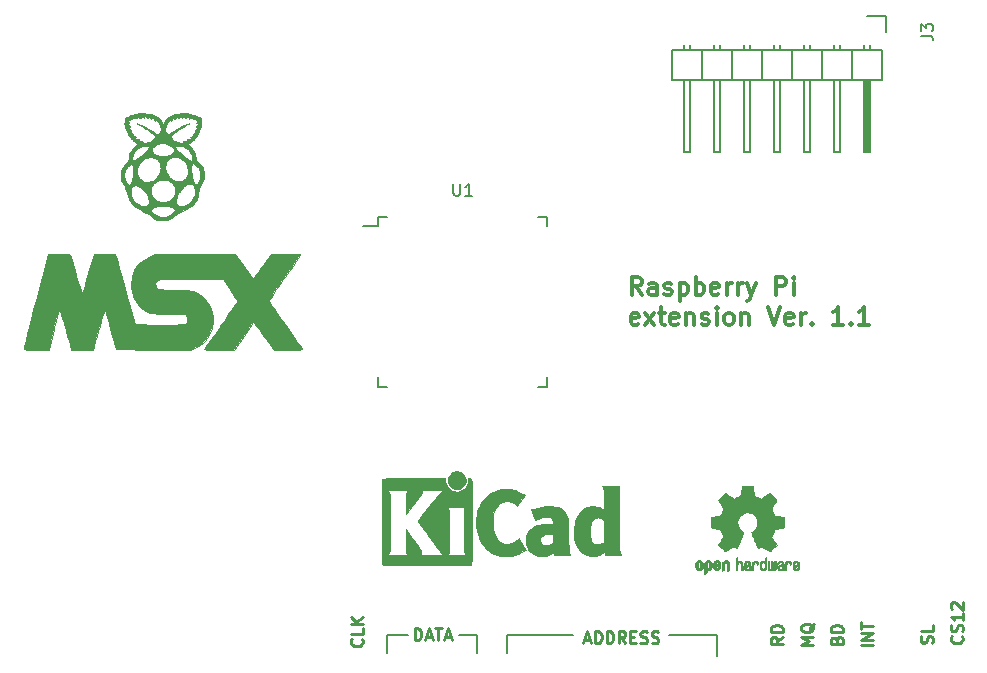
<source format=gbr>
G04 #@! TF.FileFunction,Legend,Top*
%FSLAX46Y46*%
G04 Gerber Fmt 4.6, Leading zero omitted, Abs format (unit mm)*
G04 Created by KiCad (PCBNEW 4.0.7) date 09/11/18 07:06:58*
%MOMM*%
%LPD*%
G01*
G04 APERTURE LIST*
%ADD10C,0.100000*%
%ADD11C,0.200000*%
%ADD12C,0.250000*%
%ADD13C,0.300000*%
%ADD14C,0.150000*%
%ADD15C,0.010000*%
G04 APERTURE END LIST*
D10*
D11*
X167640000Y-104394000D02*
X163576000Y-104394000D01*
X167640000Y-106172000D02*
X167640000Y-104394000D01*
D12*
X137517143Y-104735238D02*
X137564762Y-104782857D01*
X137612381Y-104925714D01*
X137612381Y-105020952D01*
X137564762Y-105163810D01*
X137469524Y-105259048D01*
X137374286Y-105306667D01*
X137183810Y-105354286D01*
X137040952Y-105354286D01*
X136850476Y-105306667D01*
X136755238Y-105259048D01*
X136660000Y-105163810D01*
X136612381Y-105020952D01*
X136612381Y-104925714D01*
X136660000Y-104782857D01*
X136707619Y-104735238D01*
X137612381Y-103830476D02*
X137612381Y-104306667D01*
X136612381Y-104306667D01*
X137612381Y-103497143D02*
X136612381Y-103497143D01*
X137612381Y-102925714D02*
X137040952Y-103354286D01*
X136612381Y-102925714D02*
X137183810Y-103497143D01*
X188317143Y-104497047D02*
X188364762Y-104544666D01*
X188412381Y-104687523D01*
X188412381Y-104782761D01*
X188364762Y-104925619D01*
X188269524Y-105020857D01*
X188174286Y-105068476D01*
X187983810Y-105116095D01*
X187840952Y-105116095D01*
X187650476Y-105068476D01*
X187555238Y-105020857D01*
X187460000Y-104925619D01*
X187412381Y-104782761D01*
X187412381Y-104687523D01*
X187460000Y-104544666D01*
X187507619Y-104497047D01*
X188364762Y-104116095D02*
X188412381Y-103973238D01*
X188412381Y-103735142D01*
X188364762Y-103639904D01*
X188317143Y-103592285D01*
X188221905Y-103544666D01*
X188126667Y-103544666D01*
X188031429Y-103592285D01*
X187983810Y-103639904D01*
X187936190Y-103735142D01*
X187888571Y-103925619D01*
X187840952Y-104020857D01*
X187793333Y-104068476D01*
X187698095Y-104116095D01*
X187602857Y-104116095D01*
X187507619Y-104068476D01*
X187460000Y-104020857D01*
X187412381Y-103925619D01*
X187412381Y-103687523D01*
X187460000Y-103544666D01*
X188412381Y-102592285D02*
X188412381Y-103163714D01*
X188412381Y-102878000D02*
X187412381Y-102878000D01*
X187555238Y-102973238D01*
X187650476Y-103068476D01*
X187698095Y-103163714D01*
X187507619Y-102211333D02*
X187460000Y-102163714D01*
X187412381Y-102068476D01*
X187412381Y-101830380D01*
X187460000Y-101735142D01*
X187507619Y-101687523D01*
X187602857Y-101639904D01*
X187698095Y-101639904D01*
X187840952Y-101687523D01*
X188412381Y-102258952D01*
X188412381Y-101639904D01*
D11*
X166878000Y-104394000D02*
X163576000Y-104394000D01*
X152146000Y-104394000D02*
X155448000Y-104394000D01*
D12*
X142010000Y-104846381D02*
X142010000Y-103846381D01*
X142248095Y-103846381D01*
X142390953Y-103894000D01*
X142486191Y-103989238D01*
X142533810Y-104084476D01*
X142581429Y-104274952D01*
X142581429Y-104417810D01*
X142533810Y-104608286D01*
X142486191Y-104703524D01*
X142390953Y-104798762D01*
X142248095Y-104846381D01*
X142010000Y-104846381D01*
X142962381Y-104560667D02*
X143438572Y-104560667D01*
X142867143Y-104846381D02*
X143200476Y-103846381D01*
X143533810Y-104846381D01*
X143724286Y-103846381D02*
X144295715Y-103846381D01*
X144010000Y-104846381D02*
X144010000Y-103846381D01*
X144581429Y-104560667D02*
X145057620Y-104560667D01*
X144486191Y-104846381D02*
X144819524Y-103846381D01*
X145152858Y-104846381D01*
D11*
X139700000Y-104394000D02*
X141478000Y-104394000D01*
X139700000Y-105918000D02*
X139700000Y-104394000D01*
X147320000Y-104394000D02*
X145796000Y-104394000D01*
X147320000Y-105918000D02*
X147320000Y-104394000D01*
X149860000Y-104394000D02*
X152146000Y-104394000D01*
X149860000Y-105918000D02*
X149860000Y-104394000D01*
D12*
X156369143Y-104814667D02*
X156845334Y-104814667D01*
X156273905Y-105100381D02*
X156607238Y-104100381D01*
X156940572Y-105100381D01*
X157273905Y-105100381D02*
X157273905Y-104100381D01*
X157512000Y-104100381D01*
X157654858Y-104148000D01*
X157750096Y-104243238D01*
X157797715Y-104338476D01*
X157845334Y-104528952D01*
X157845334Y-104671810D01*
X157797715Y-104862286D01*
X157750096Y-104957524D01*
X157654858Y-105052762D01*
X157512000Y-105100381D01*
X157273905Y-105100381D01*
X158273905Y-105100381D02*
X158273905Y-104100381D01*
X158512000Y-104100381D01*
X158654858Y-104148000D01*
X158750096Y-104243238D01*
X158797715Y-104338476D01*
X158845334Y-104528952D01*
X158845334Y-104671810D01*
X158797715Y-104862286D01*
X158750096Y-104957524D01*
X158654858Y-105052762D01*
X158512000Y-105100381D01*
X158273905Y-105100381D01*
X159845334Y-105100381D02*
X159512000Y-104624190D01*
X159273905Y-105100381D02*
X159273905Y-104100381D01*
X159654858Y-104100381D01*
X159750096Y-104148000D01*
X159797715Y-104195619D01*
X159845334Y-104290857D01*
X159845334Y-104433714D01*
X159797715Y-104528952D01*
X159750096Y-104576571D01*
X159654858Y-104624190D01*
X159273905Y-104624190D01*
X160273905Y-104576571D02*
X160607239Y-104576571D01*
X160750096Y-105100381D02*
X160273905Y-105100381D01*
X160273905Y-104100381D01*
X160750096Y-104100381D01*
X161131048Y-105052762D02*
X161273905Y-105100381D01*
X161512001Y-105100381D01*
X161607239Y-105052762D01*
X161654858Y-105005143D01*
X161702477Y-104909905D01*
X161702477Y-104814667D01*
X161654858Y-104719429D01*
X161607239Y-104671810D01*
X161512001Y-104624190D01*
X161321524Y-104576571D01*
X161226286Y-104528952D01*
X161178667Y-104481333D01*
X161131048Y-104386095D01*
X161131048Y-104290857D01*
X161178667Y-104195619D01*
X161226286Y-104148000D01*
X161321524Y-104100381D01*
X161559620Y-104100381D01*
X161702477Y-104148000D01*
X162083429Y-105052762D02*
X162226286Y-105100381D01*
X162464382Y-105100381D01*
X162559620Y-105052762D01*
X162607239Y-105005143D01*
X162654858Y-104909905D01*
X162654858Y-104814667D01*
X162607239Y-104719429D01*
X162559620Y-104671810D01*
X162464382Y-104624190D01*
X162273905Y-104576571D01*
X162178667Y-104528952D01*
X162131048Y-104481333D01*
X162083429Y-104386095D01*
X162083429Y-104290857D01*
X162131048Y-104195619D01*
X162178667Y-104148000D01*
X162273905Y-104100381D01*
X162512001Y-104100381D01*
X162654858Y-104148000D01*
X180792381Y-105298762D02*
X179792381Y-105298762D01*
X180792381Y-104822572D02*
X179792381Y-104822572D01*
X180792381Y-104251143D01*
X179792381Y-104251143D01*
X179792381Y-103917810D02*
X179792381Y-103346381D01*
X180792381Y-103632096D02*
X179792381Y-103632096D01*
X175712381Y-105251143D02*
X174712381Y-105251143D01*
X175426667Y-104917809D01*
X174712381Y-104584476D01*
X175712381Y-104584476D01*
X175807619Y-103441619D02*
X175760000Y-103536857D01*
X175664762Y-103632095D01*
X175521905Y-103774952D01*
X175474286Y-103870191D01*
X175474286Y-103965429D01*
X175712381Y-103917810D02*
X175664762Y-104013048D01*
X175569524Y-104108286D01*
X175379048Y-104155905D01*
X175045714Y-104155905D01*
X174855238Y-104108286D01*
X174760000Y-104013048D01*
X174712381Y-103917810D01*
X174712381Y-103727333D01*
X174760000Y-103632095D01*
X174855238Y-103536857D01*
X175045714Y-103489238D01*
X175379048Y-103489238D01*
X175569524Y-103536857D01*
X175664762Y-103632095D01*
X175712381Y-103727333D01*
X175712381Y-103917810D01*
X173172381Y-104584476D02*
X172696190Y-104917810D01*
X173172381Y-105155905D02*
X172172381Y-105155905D01*
X172172381Y-104774952D01*
X172220000Y-104679714D01*
X172267619Y-104632095D01*
X172362857Y-104584476D01*
X172505714Y-104584476D01*
X172600952Y-104632095D01*
X172648571Y-104679714D01*
X172696190Y-104774952D01*
X172696190Y-105155905D01*
X173172381Y-104155905D02*
X172172381Y-104155905D01*
X172172381Y-103917810D01*
X172220000Y-103774952D01*
X172315238Y-103679714D01*
X172410476Y-103632095D01*
X172600952Y-103584476D01*
X172743810Y-103584476D01*
X172934286Y-103632095D01*
X173029524Y-103679714D01*
X173124762Y-103774952D01*
X173172381Y-103917810D01*
X173172381Y-104155905D01*
X185824762Y-105084476D02*
X185872381Y-104941619D01*
X185872381Y-104703523D01*
X185824762Y-104608285D01*
X185777143Y-104560666D01*
X185681905Y-104513047D01*
X185586667Y-104513047D01*
X185491429Y-104560666D01*
X185443810Y-104608285D01*
X185396190Y-104703523D01*
X185348571Y-104894000D01*
X185300952Y-104989238D01*
X185253333Y-105036857D01*
X185158095Y-105084476D01*
X185062857Y-105084476D01*
X184967619Y-105036857D01*
X184920000Y-104989238D01*
X184872381Y-104894000D01*
X184872381Y-104655904D01*
X184920000Y-104513047D01*
X185872381Y-103608285D02*
X185872381Y-104084476D01*
X184872381Y-104084476D01*
X177728571Y-104822571D02*
X177776190Y-104679714D01*
X177823810Y-104632095D01*
X177919048Y-104584476D01*
X178061905Y-104584476D01*
X178157143Y-104632095D01*
X178204762Y-104679714D01*
X178252381Y-104774952D01*
X178252381Y-105155905D01*
X177252381Y-105155905D01*
X177252381Y-104822571D01*
X177300000Y-104727333D01*
X177347619Y-104679714D01*
X177442857Y-104632095D01*
X177538095Y-104632095D01*
X177633333Y-104679714D01*
X177680952Y-104727333D01*
X177728571Y-104822571D01*
X177728571Y-105155905D01*
X178252381Y-104155905D02*
X177252381Y-104155905D01*
X177252381Y-103917810D01*
X177300000Y-103774952D01*
X177395238Y-103679714D01*
X177490476Y-103632095D01*
X177680952Y-103584476D01*
X177823810Y-103584476D01*
X178014286Y-103632095D01*
X178109524Y-103679714D01*
X178204762Y-103774952D01*
X178252381Y-103917810D01*
X178252381Y-104155905D01*
D13*
X161234286Y-75603571D02*
X160734286Y-74889286D01*
X160377143Y-75603571D02*
X160377143Y-74103571D01*
X160948571Y-74103571D01*
X161091429Y-74175000D01*
X161162857Y-74246429D01*
X161234286Y-74389286D01*
X161234286Y-74603571D01*
X161162857Y-74746429D01*
X161091429Y-74817857D01*
X160948571Y-74889286D01*
X160377143Y-74889286D01*
X162520000Y-75603571D02*
X162520000Y-74817857D01*
X162448571Y-74675000D01*
X162305714Y-74603571D01*
X162020000Y-74603571D01*
X161877143Y-74675000D01*
X162520000Y-75532143D02*
X162377143Y-75603571D01*
X162020000Y-75603571D01*
X161877143Y-75532143D01*
X161805714Y-75389286D01*
X161805714Y-75246429D01*
X161877143Y-75103571D01*
X162020000Y-75032143D01*
X162377143Y-75032143D01*
X162520000Y-74960714D01*
X163162857Y-75532143D02*
X163305714Y-75603571D01*
X163591429Y-75603571D01*
X163734286Y-75532143D01*
X163805714Y-75389286D01*
X163805714Y-75317857D01*
X163734286Y-75175000D01*
X163591429Y-75103571D01*
X163377143Y-75103571D01*
X163234286Y-75032143D01*
X163162857Y-74889286D01*
X163162857Y-74817857D01*
X163234286Y-74675000D01*
X163377143Y-74603571D01*
X163591429Y-74603571D01*
X163734286Y-74675000D01*
X164448572Y-74603571D02*
X164448572Y-76103571D01*
X164448572Y-74675000D02*
X164591429Y-74603571D01*
X164877143Y-74603571D01*
X165020000Y-74675000D01*
X165091429Y-74746429D01*
X165162858Y-74889286D01*
X165162858Y-75317857D01*
X165091429Y-75460714D01*
X165020000Y-75532143D01*
X164877143Y-75603571D01*
X164591429Y-75603571D01*
X164448572Y-75532143D01*
X165805715Y-75603571D02*
X165805715Y-74103571D01*
X165805715Y-74675000D02*
X165948572Y-74603571D01*
X166234286Y-74603571D01*
X166377143Y-74675000D01*
X166448572Y-74746429D01*
X166520001Y-74889286D01*
X166520001Y-75317857D01*
X166448572Y-75460714D01*
X166377143Y-75532143D01*
X166234286Y-75603571D01*
X165948572Y-75603571D01*
X165805715Y-75532143D01*
X167734286Y-75532143D02*
X167591429Y-75603571D01*
X167305715Y-75603571D01*
X167162858Y-75532143D01*
X167091429Y-75389286D01*
X167091429Y-74817857D01*
X167162858Y-74675000D01*
X167305715Y-74603571D01*
X167591429Y-74603571D01*
X167734286Y-74675000D01*
X167805715Y-74817857D01*
X167805715Y-74960714D01*
X167091429Y-75103571D01*
X168448572Y-75603571D02*
X168448572Y-74603571D01*
X168448572Y-74889286D02*
X168520000Y-74746429D01*
X168591429Y-74675000D01*
X168734286Y-74603571D01*
X168877143Y-74603571D01*
X169377143Y-75603571D02*
X169377143Y-74603571D01*
X169377143Y-74889286D02*
X169448571Y-74746429D01*
X169520000Y-74675000D01*
X169662857Y-74603571D01*
X169805714Y-74603571D01*
X170162857Y-74603571D02*
X170520000Y-75603571D01*
X170877142Y-74603571D02*
X170520000Y-75603571D01*
X170377142Y-75960714D01*
X170305714Y-76032143D01*
X170162857Y-76103571D01*
X172591428Y-75603571D02*
X172591428Y-74103571D01*
X173162856Y-74103571D01*
X173305714Y-74175000D01*
X173377142Y-74246429D01*
X173448571Y-74389286D01*
X173448571Y-74603571D01*
X173377142Y-74746429D01*
X173305714Y-74817857D01*
X173162856Y-74889286D01*
X172591428Y-74889286D01*
X174091428Y-75603571D02*
X174091428Y-74603571D01*
X174091428Y-74103571D02*
X174019999Y-74175000D01*
X174091428Y-74246429D01*
X174162856Y-74175000D01*
X174091428Y-74103571D01*
X174091428Y-74246429D01*
X160948571Y-78082143D02*
X160805714Y-78153571D01*
X160520000Y-78153571D01*
X160377143Y-78082143D01*
X160305714Y-77939286D01*
X160305714Y-77367857D01*
X160377143Y-77225000D01*
X160520000Y-77153571D01*
X160805714Y-77153571D01*
X160948571Y-77225000D01*
X161020000Y-77367857D01*
X161020000Y-77510714D01*
X160305714Y-77653571D01*
X161520000Y-78153571D02*
X162305714Y-77153571D01*
X161520000Y-77153571D02*
X162305714Y-78153571D01*
X162662857Y-77153571D02*
X163234286Y-77153571D01*
X162877143Y-76653571D02*
X162877143Y-77939286D01*
X162948571Y-78082143D01*
X163091429Y-78153571D01*
X163234286Y-78153571D01*
X164305714Y-78082143D02*
X164162857Y-78153571D01*
X163877143Y-78153571D01*
X163734286Y-78082143D01*
X163662857Y-77939286D01*
X163662857Y-77367857D01*
X163734286Y-77225000D01*
X163877143Y-77153571D01*
X164162857Y-77153571D01*
X164305714Y-77225000D01*
X164377143Y-77367857D01*
X164377143Y-77510714D01*
X163662857Y-77653571D01*
X165020000Y-77153571D02*
X165020000Y-78153571D01*
X165020000Y-77296429D02*
X165091428Y-77225000D01*
X165234286Y-77153571D01*
X165448571Y-77153571D01*
X165591428Y-77225000D01*
X165662857Y-77367857D01*
X165662857Y-78153571D01*
X166305714Y-78082143D02*
X166448571Y-78153571D01*
X166734286Y-78153571D01*
X166877143Y-78082143D01*
X166948571Y-77939286D01*
X166948571Y-77867857D01*
X166877143Y-77725000D01*
X166734286Y-77653571D01*
X166520000Y-77653571D01*
X166377143Y-77582143D01*
X166305714Y-77439286D01*
X166305714Y-77367857D01*
X166377143Y-77225000D01*
X166520000Y-77153571D01*
X166734286Y-77153571D01*
X166877143Y-77225000D01*
X167591429Y-78153571D02*
X167591429Y-77153571D01*
X167591429Y-76653571D02*
X167520000Y-76725000D01*
X167591429Y-76796429D01*
X167662857Y-76725000D01*
X167591429Y-76653571D01*
X167591429Y-76796429D01*
X168520001Y-78153571D02*
X168377143Y-78082143D01*
X168305715Y-78010714D01*
X168234286Y-77867857D01*
X168234286Y-77439286D01*
X168305715Y-77296429D01*
X168377143Y-77225000D01*
X168520001Y-77153571D01*
X168734286Y-77153571D01*
X168877143Y-77225000D01*
X168948572Y-77296429D01*
X169020001Y-77439286D01*
X169020001Y-77867857D01*
X168948572Y-78010714D01*
X168877143Y-78082143D01*
X168734286Y-78153571D01*
X168520001Y-78153571D01*
X169662858Y-77153571D02*
X169662858Y-78153571D01*
X169662858Y-77296429D02*
X169734286Y-77225000D01*
X169877144Y-77153571D01*
X170091429Y-77153571D01*
X170234286Y-77225000D01*
X170305715Y-77367857D01*
X170305715Y-78153571D01*
X171948572Y-76653571D02*
X172448572Y-78153571D01*
X172948572Y-76653571D01*
X174020000Y-78082143D02*
X173877143Y-78153571D01*
X173591429Y-78153571D01*
X173448572Y-78082143D01*
X173377143Y-77939286D01*
X173377143Y-77367857D01*
X173448572Y-77225000D01*
X173591429Y-77153571D01*
X173877143Y-77153571D01*
X174020000Y-77225000D01*
X174091429Y-77367857D01*
X174091429Y-77510714D01*
X173377143Y-77653571D01*
X174734286Y-78153571D02*
X174734286Y-77153571D01*
X174734286Y-77439286D02*
X174805714Y-77296429D01*
X174877143Y-77225000D01*
X175020000Y-77153571D01*
X175162857Y-77153571D01*
X175662857Y-78010714D02*
X175734285Y-78082143D01*
X175662857Y-78153571D01*
X175591428Y-78082143D01*
X175662857Y-78010714D01*
X175662857Y-78153571D01*
X178305714Y-78153571D02*
X177448571Y-78153571D01*
X177877143Y-78153571D02*
X177877143Y-76653571D01*
X177734286Y-76867857D01*
X177591428Y-77010714D01*
X177448571Y-77082143D01*
X178948571Y-78010714D02*
X179019999Y-78082143D01*
X178948571Y-78153571D01*
X178877142Y-78082143D01*
X178948571Y-78010714D01*
X178948571Y-78153571D01*
X180448571Y-78153571D02*
X179591428Y-78153571D01*
X180020000Y-78153571D02*
X180020000Y-76653571D01*
X179877143Y-76867857D01*
X179734285Y-77010714D01*
X179591428Y-77082143D01*
D14*
X138875000Y-69025000D02*
X138875000Y-69750000D01*
X153225000Y-69025000D02*
X153225000Y-69825000D01*
X153225000Y-83375000D02*
X153225000Y-82575000D01*
X138875000Y-83375000D02*
X138875000Y-82575000D01*
X138875000Y-69025000D02*
X139675000Y-69025000D01*
X138875000Y-83375000D02*
X139675000Y-83375000D01*
X153225000Y-83375000D02*
X152425000Y-83375000D01*
X153225000Y-69025000D02*
X152425000Y-69025000D01*
X138875000Y-69750000D02*
X137600000Y-69750000D01*
X181890000Y-52040000D02*
X180340000Y-52040000D01*
X181890000Y-53340000D02*
X181890000Y-52040000D01*
X180467000Y-57531000D02*
X180467000Y-63373000D01*
X180467000Y-63373000D02*
X180213000Y-63373000D01*
X180213000Y-63373000D02*
X180213000Y-57531000D01*
X180213000Y-57531000D02*
X180340000Y-57531000D01*
X180340000Y-57531000D02*
X180340000Y-63373000D01*
X180594000Y-54864000D02*
X180594000Y-54483000D01*
X180086000Y-54864000D02*
X180086000Y-54483000D01*
X178054000Y-54864000D02*
X178054000Y-54483000D01*
X177546000Y-54864000D02*
X177546000Y-54483000D01*
X175514000Y-54864000D02*
X175514000Y-54483000D01*
X175006000Y-54864000D02*
X175006000Y-54483000D01*
X172974000Y-54864000D02*
X172974000Y-54483000D01*
X172466000Y-54864000D02*
X172466000Y-54483000D01*
X164846000Y-54864000D02*
X164846000Y-54483000D01*
X165354000Y-54864000D02*
X165354000Y-54483000D01*
X167386000Y-54864000D02*
X167386000Y-54483000D01*
X167894000Y-54864000D02*
X167894000Y-54483000D01*
X169926000Y-54864000D02*
X169926000Y-54483000D01*
X170434000Y-54864000D02*
X170434000Y-54483000D01*
X179070000Y-57404000D02*
X181610000Y-57404000D01*
X180086000Y-63500000D02*
X180086000Y-57404000D01*
X180594000Y-63500000D02*
X180086000Y-63500000D01*
X180594000Y-57404000D02*
X180594000Y-63500000D01*
X179070000Y-54864000D02*
X179070000Y-57404000D01*
X181610000Y-54864000D02*
X179070000Y-54864000D01*
X181610000Y-54864000D02*
X181610000Y-57404000D01*
X176530000Y-54864000D02*
X176530000Y-57404000D01*
X176530000Y-54864000D02*
X173990000Y-54864000D01*
X173990000Y-54864000D02*
X173990000Y-57404000D01*
X175514000Y-57404000D02*
X175514000Y-63500000D01*
X175514000Y-63500000D02*
X175006000Y-63500000D01*
X175006000Y-63500000D02*
X175006000Y-57404000D01*
X173990000Y-57404000D02*
X176530000Y-57404000D01*
X176530000Y-57404000D02*
X179070000Y-57404000D01*
X177546000Y-63500000D02*
X177546000Y-57404000D01*
X178054000Y-63500000D02*
X177546000Y-63500000D01*
X178054000Y-57404000D02*
X178054000Y-63500000D01*
X176530000Y-54864000D02*
X176530000Y-57404000D01*
X179070000Y-54864000D02*
X176530000Y-54864000D01*
X179070000Y-54864000D02*
X179070000Y-57404000D01*
X168910000Y-54864000D02*
X168910000Y-57404000D01*
X168910000Y-54864000D02*
X166370000Y-54864000D01*
X166370000Y-54864000D02*
X166370000Y-57404000D01*
X167894000Y-57404000D02*
X167894000Y-63500000D01*
X167894000Y-63500000D02*
X167386000Y-63500000D01*
X167386000Y-63500000D02*
X167386000Y-57404000D01*
X166370000Y-57404000D02*
X168910000Y-57404000D01*
X163830000Y-57404000D02*
X166370000Y-57404000D01*
X164846000Y-63500000D02*
X164846000Y-57404000D01*
X165354000Y-63500000D02*
X164846000Y-63500000D01*
X165354000Y-57404000D02*
X165354000Y-63500000D01*
X163830000Y-54864000D02*
X163830000Y-57404000D01*
X166370000Y-54864000D02*
X163830000Y-54864000D01*
X166370000Y-54864000D02*
X166370000Y-57404000D01*
X171450000Y-54864000D02*
X171450000Y-57404000D01*
X171450000Y-54864000D02*
X168910000Y-54864000D01*
X168910000Y-54864000D02*
X168910000Y-57404000D01*
X170434000Y-57404000D02*
X170434000Y-63500000D01*
X170434000Y-63500000D02*
X169926000Y-63500000D01*
X169926000Y-63500000D02*
X169926000Y-57404000D01*
X168910000Y-57404000D02*
X171450000Y-57404000D01*
X171450000Y-57404000D02*
X173990000Y-57404000D01*
X172466000Y-63500000D02*
X172466000Y-57404000D01*
X172974000Y-63500000D02*
X172466000Y-63500000D01*
X172974000Y-57404000D02*
X172974000Y-63500000D01*
X171450000Y-54864000D02*
X171450000Y-57404000D01*
X173990000Y-54864000D02*
X171450000Y-54864000D01*
X173990000Y-54864000D02*
X173990000Y-57404000D01*
D15*
G36*
X116750826Y-72450676D02*
X116794920Y-72609070D01*
X116878649Y-72908213D01*
X116995769Y-73325856D01*
X117140033Y-73839750D01*
X117305198Y-74427645D01*
X117485018Y-75067290D01*
X117589284Y-75438000D01*
X118339536Y-78105000D01*
X120386510Y-78127678D01*
X121121141Y-78131851D01*
X121718303Y-78126793D01*
X122169934Y-78112745D01*
X122467973Y-78089949D01*
X122600075Y-78061199D01*
X122719021Y-77914199D01*
X122768502Y-77686061D01*
X122741865Y-77452899D01*
X122665067Y-77317600D01*
X122546559Y-77272988D01*
X122287726Y-77241562D01*
X121879326Y-77222656D01*
X121312116Y-77215606D01*
X121246900Y-77215527D01*
X120764553Y-77209759D01*
X120317780Y-77194195D01*
X119945253Y-77170922D01*
X119685642Y-77142025D01*
X119614972Y-77127471D01*
X119137207Y-76909303D01*
X118709707Y-76542320D01*
X118351997Y-76044227D01*
X118286866Y-75923243D01*
X118127536Y-75585882D01*
X118039456Y-75309070D01*
X118002452Y-75010824D01*
X117996126Y-74741664D01*
X118063521Y-74082756D01*
X118272324Y-73513785D01*
X118625796Y-73029802D01*
X119127198Y-72625863D01*
X119539173Y-72401443D01*
X120015000Y-72178333D01*
X123401667Y-72156027D01*
X126788334Y-72133722D01*
X127550334Y-73196296D01*
X128312334Y-74258869D01*
X128497513Y-74028216D01*
X128619790Y-73866747D01*
X128810781Y-73603982D01*
X129043064Y-73278019D01*
X129259513Y-72969633D01*
X129836334Y-72141703D01*
X131085167Y-72138851D01*
X131523192Y-72140788D01*
X131894077Y-72148027D01*
X132168310Y-72159549D01*
X132316380Y-72174334D01*
X132334000Y-72181993D01*
X132286861Y-72260304D01*
X132153816Y-72458284D01*
X131947425Y-72757841D01*
X131680247Y-73140882D01*
X131364843Y-73589315D01*
X131013771Y-74085046D01*
X130978042Y-74135320D01*
X130599838Y-74673731D01*
X130273284Y-75151385D01*
X130008378Y-75552812D01*
X129815121Y-75862540D01*
X129703511Y-76065097D01*
X129680823Y-76142494D01*
X129743303Y-76235317D01*
X129890535Y-76447804D01*
X130109504Y-76761361D01*
X130387193Y-77157398D01*
X130710584Y-77617321D01*
X131066660Y-78122539D01*
X131121448Y-78200176D01*
X131478100Y-78707277D01*
X131800605Y-79169285D01*
X132076602Y-79568213D01*
X132293731Y-79886075D01*
X132439631Y-80104884D01*
X132501943Y-80206655D01*
X132503334Y-80211009D01*
X132423647Y-80229798D01*
X132204491Y-80245655D01*
X131875722Y-80257286D01*
X131467197Y-80263393D01*
X131283099Y-80264000D01*
X130062864Y-80263999D01*
X129658537Y-79692500D01*
X129404915Y-79336931D01*
X129109341Y-78926843D01*
X128830638Y-78543802D01*
X128798343Y-78499742D01*
X128342475Y-77878485D01*
X127528693Y-79071242D01*
X126714910Y-80264000D01*
X125460455Y-80264000D01*
X125021377Y-80261115D01*
X124649373Y-80253171D01*
X124373892Y-80241232D01*
X124224380Y-80226364D01*
X124206000Y-80218626D01*
X124252608Y-80140149D01*
X124384204Y-79941184D01*
X124588442Y-79639812D01*
X124852978Y-79254109D01*
X125165470Y-78802156D01*
X125513572Y-78302031D01*
X125561756Y-78233047D01*
X125916658Y-77723269D01*
X126240170Y-77254986D01*
X126519366Y-76847195D01*
X126741321Y-76518893D01*
X126893110Y-76289077D01*
X126961808Y-76176745D01*
X126963703Y-76172468D01*
X126935697Y-76059560D01*
X126824814Y-75838493D01*
X126647297Y-75538400D01*
X126419392Y-75188410D01*
X126394860Y-75152381D01*
X125779826Y-74252666D01*
X123051627Y-74252666D01*
X122261373Y-74253271D01*
X121624018Y-74256764D01*
X121123126Y-74265662D01*
X120742264Y-74282482D01*
X120464997Y-74309742D01*
X120274890Y-74349957D01*
X120155508Y-74405645D01*
X120090418Y-74479324D01*
X120063185Y-74573510D01*
X120057373Y-74690721D01*
X120057333Y-74711258D01*
X120075667Y-74878616D01*
X120145112Y-75001834D01*
X120287333Y-75087398D01*
X120523993Y-75141794D01*
X120876759Y-75171508D01*
X121367293Y-75183025D01*
X121636418Y-75183999D01*
X122265503Y-75192383D01*
X122757731Y-75222794D01*
X123144988Y-75283121D01*
X123459161Y-75381255D01*
X123732134Y-75525084D01*
X123995793Y-75722498D01*
X124069550Y-75786036D01*
X124502758Y-76271396D01*
X124784164Y-76831548D01*
X124914137Y-77467330D01*
X124923915Y-77724000D01*
X124845152Y-78392126D01*
X124618710Y-78988073D01*
X124253575Y-79497189D01*
X123758731Y-79904825D01*
X123496924Y-80050860D01*
X123056996Y-80266097D01*
X119888980Y-80243882D01*
X116720963Y-80221666D01*
X116254775Y-78468429D01*
X116116458Y-77954692D01*
X115991620Y-77503229D01*
X115886939Y-77137199D01*
X115809094Y-76879764D01*
X115764762Y-76754083D01*
X115758040Y-76745737D01*
X115730839Y-76829428D01*
X115668011Y-77047538D01*
X115577491Y-77370853D01*
X115467213Y-77770161D01*
X115345112Y-78216246D01*
X115219123Y-78679895D01*
X115097182Y-79131893D01*
X114987222Y-79543026D01*
X114897179Y-79884080D01*
X114834987Y-80125841D01*
X114808582Y-80239094D01*
X114808192Y-80242833D01*
X114729154Y-80251356D01*
X114515044Y-80258238D01*
X114200123Y-80262698D01*
X113880667Y-80264000D01*
X112953334Y-80264000D01*
X112795372Y-79734833D01*
X112713965Y-79455248D01*
X112601603Y-79060015D01*
X112471744Y-78596895D01*
X112337843Y-78113646D01*
X112306377Y-77999166D01*
X112187442Y-77576042D01*
X112081360Y-77217917D01*
X111996999Y-76953280D01*
X111943229Y-76810621D01*
X111931172Y-76793803D01*
X111899116Y-76872545D01*
X111834580Y-77092024D01*
X111743989Y-77428174D01*
X111633768Y-77856928D01*
X111510343Y-78354219D01*
X111467760Y-78529470D01*
X111048520Y-80264000D01*
X109955868Y-80264000D01*
X109488543Y-80260142D01*
X109170633Y-80247247D01*
X108982365Y-80223331D01*
X108903969Y-80186410D01*
X108901082Y-80158166D01*
X108928862Y-80057096D01*
X108993872Y-79808234D01*
X109091922Y-79427979D01*
X109218818Y-78932729D01*
X109370368Y-78338880D01*
X109542382Y-77662832D01*
X109730666Y-76920981D01*
X109931029Y-76129726D01*
X109940023Y-76094166D01*
X110941099Y-72136000D01*
X111895177Y-72136000D01*
X112314503Y-72138913D01*
X112594170Y-72150588D01*
X112763797Y-72175428D01*
X112853001Y-72217835D01*
X112891401Y-72282211D01*
X112891974Y-72284166D01*
X112927179Y-72409099D01*
X112999958Y-72669404D01*
X113102562Y-73037297D01*
X113227244Y-73484993D01*
X113366256Y-73984710D01*
X113379883Y-74033724D01*
X113517616Y-74515842D01*
X113642482Y-74927833D01*
X113747098Y-75247358D01*
X113824087Y-75452078D01*
X113866066Y-75519653D01*
X113869386Y-75515390D01*
X113905970Y-75400047D01*
X113981841Y-75149068D01*
X114088976Y-74789407D01*
X114219351Y-74348018D01*
X114364943Y-73851854D01*
X114383907Y-73787000D01*
X114854114Y-72178333D01*
X115758367Y-72154343D01*
X116662619Y-72130352D01*
X116750826Y-72450676D01*
X116750826Y-72450676D01*
G37*
X116750826Y-72450676D02*
X116794920Y-72609070D01*
X116878649Y-72908213D01*
X116995769Y-73325856D01*
X117140033Y-73839750D01*
X117305198Y-74427645D01*
X117485018Y-75067290D01*
X117589284Y-75438000D01*
X118339536Y-78105000D01*
X120386510Y-78127678D01*
X121121141Y-78131851D01*
X121718303Y-78126793D01*
X122169934Y-78112745D01*
X122467973Y-78089949D01*
X122600075Y-78061199D01*
X122719021Y-77914199D01*
X122768502Y-77686061D01*
X122741865Y-77452899D01*
X122665067Y-77317600D01*
X122546559Y-77272988D01*
X122287726Y-77241562D01*
X121879326Y-77222656D01*
X121312116Y-77215606D01*
X121246900Y-77215527D01*
X120764553Y-77209759D01*
X120317780Y-77194195D01*
X119945253Y-77170922D01*
X119685642Y-77142025D01*
X119614972Y-77127471D01*
X119137207Y-76909303D01*
X118709707Y-76542320D01*
X118351997Y-76044227D01*
X118286866Y-75923243D01*
X118127536Y-75585882D01*
X118039456Y-75309070D01*
X118002452Y-75010824D01*
X117996126Y-74741664D01*
X118063521Y-74082756D01*
X118272324Y-73513785D01*
X118625796Y-73029802D01*
X119127198Y-72625863D01*
X119539173Y-72401443D01*
X120015000Y-72178333D01*
X123401667Y-72156027D01*
X126788334Y-72133722D01*
X127550334Y-73196296D01*
X128312334Y-74258869D01*
X128497513Y-74028216D01*
X128619790Y-73866747D01*
X128810781Y-73603982D01*
X129043064Y-73278019D01*
X129259513Y-72969633D01*
X129836334Y-72141703D01*
X131085167Y-72138851D01*
X131523192Y-72140788D01*
X131894077Y-72148027D01*
X132168310Y-72159549D01*
X132316380Y-72174334D01*
X132334000Y-72181993D01*
X132286861Y-72260304D01*
X132153816Y-72458284D01*
X131947425Y-72757841D01*
X131680247Y-73140882D01*
X131364843Y-73589315D01*
X131013771Y-74085046D01*
X130978042Y-74135320D01*
X130599838Y-74673731D01*
X130273284Y-75151385D01*
X130008378Y-75552812D01*
X129815121Y-75862540D01*
X129703511Y-76065097D01*
X129680823Y-76142494D01*
X129743303Y-76235317D01*
X129890535Y-76447804D01*
X130109504Y-76761361D01*
X130387193Y-77157398D01*
X130710584Y-77617321D01*
X131066660Y-78122539D01*
X131121448Y-78200176D01*
X131478100Y-78707277D01*
X131800605Y-79169285D01*
X132076602Y-79568213D01*
X132293731Y-79886075D01*
X132439631Y-80104884D01*
X132501943Y-80206655D01*
X132503334Y-80211009D01*
X132423647Y-80229798D01*
X132204491Y-80245655D01*
X131875722Y-80257286D01*
X131467197Y-80263393D01*
X131283099Y-80264000D01*
X130062864Y-80263999D01*
X129658537Y-79692500D01*
X129404915Y-79336931D01*
X129109341Y-78926843D01*
X128830638Y-78543802D01*
X128798343Y-78499742D01*
X128342475Y-77878485D01*
X127528693Y-79071242D01*
X126714910Y-80264000D01*
X125460455Y-80264000D01*
X125021377Y-80261115D01*
X124649373Y-80253171D01*
X124373892Y-80241232D01*
X124224380Y-80226364D01*
X124206000Y-80218626D01*
X124252608Y-80140149D01*
X124384204Y-79941184D01*
X124588442Y-79639812D01*
X124852978Y-79254109D01*
X125165470Y-78802156D01*
X125513572Y-78302031D01*
X125561756Y-78233047D01*
X125916658Y-77723269D01*
X126240170Y-77254986D01*
X126519366Y-76847195D01*
X126741321Y-76518893D01*
X126893110Y-76289077D01*
X126961808Y-76176745D01*
X126963703Y-76172468D01*
X126935697Y-76059560D01*
X126824814Y-75838493D01*
X126647297Y-75538400D01*
X126419392Y-75188410D01*
X126394860Y-75152381D01*
X125779826Y-74252666D01*
X123051627Y-74252666D01*
X122261373Y-74253271D01*
X121624018Y-74256764D01*
X121123126Y-74265662D01*
X120742264Y-74282482D01*
X120464997Y-74309742D01*
X120274890Y-74349957D01*
X120155508Y-74405645D01*
X120090418Y-74479324D01*
X120063185Y-74573510D01*
X120057373Y-74690721D01*
X120057333Y-74711258D01*
X120075667Y-74878616D01*
X120145112Y-75001834D01*
X120287333Y-75087398D01*
X120523993Y-75141794D01*
X120876759Y-75171508D01*
X121367293Y-75183025D01*
X121636418Y-75183999D01*
X122265503Y-75192383D01*
X122757731Y-75222794D01*
X123144988Y-75283121D01*
X123459161Y-75381255D01*
X123732134Y-75525084D01*
X123995793Y-75722498D01*
X124069550Y-75786036D01*
X124502758Y-76271396D01*
X124784164Y-76831548D01*
X124914137Y-77467330D01*
X124923915Y-77724000D01*
X124845152Y-78392126D01*
X124618710Y-78988073D01*
X124253575Y-79497189D01*
X123758731Y-79904825D01*
X123496924Y-80050860D01*
X123056996Y-80266097D01*
X119888980Y-80243882D01*
X116720963Y-80221666D01*
X116254775Y-78468429D01*
X116116458Y-77954692D01*
X115991620Y-77503229D01*
X115886939Y-77137199D01*
X115809094Y-76879764D01*
X115764762Y-76754083D01*
X115758040Y-76745737D01*
X115730839Y-76829428D01*
X115668011Y-77047538D01*
X115577491Y-77370853D01*
X115467213Y-77770161D01*
X115345112Y-78216246D01*
X115219123Y-78679895D01*
X115097182Y-79131893D01*
X114987222Y-79543026D01*
X114897179Y-79884080D01*
X114834987Y-80125841D01*
X114808582Y-80239094D01*
X114808192Y-80242833D01*
X114729154Y-80251356D01*
X114515044Y-80258238D01*
X114200123Y-80262698D01*
X113880667Y-80264000D01*
X112953334Y-80264000D01*
X112795372Y-79734833D01*
X112713965Y-79455248D01*
X112601603Y-79060015D01*
X112471744Y-78596895D01*
X112337843Y-78113646D01*
X112306377Y-77999166D01*
X112187442Y-77576042D01*
X112081360Y-77217917D01*
X111996999Y-76953280D01*
X111943229Y-76810621D01*
X111931172Y-76793803D01*
X111899116Y-76872545D01*
X111834580Y-77092024D01*
X111743989Y-77428174D01*
X111633768Y-77856928D01*
X111510343Y-78354219D01*
X111467760Y-78529470D01*
X111048520Y-80264000D01*
X109955868Y-80264000D01*
X109488543Y-80260142D01*
X109170633Y-80247247D01*
X108982365Y-80223331D01*
X108903969Y-80186410D01*
X108901082Y-80158166D01*
X108928862Y-80057096D01*
X108993872Y-79808234D01*
X109091922Y-79427979D01*
X109218818Y-78932729D01*
X109370368Y-78338880D01*
X109542382Y-77662832D01*
X109730666Y-76920981D01*
X109931029Y-76129726D01*
X109940023Y-76094166D01*
X110941099Y-72136000D01*
X111895177Y-72136000D01*
X112314503Y-72138913D01*
X112594170Y-72150588D01*
X112763797Y-72175428D01*
X112853001Y-72217835D01*
X112891401Y-72282211D01*
X112891974Y-72284166D01*
X112927179Y-72409099D01*
X112999958Y-72669404D01*
X113102562Y-73037297D01*
X113227244Y-73484993D01*
X113366256Y-73984710D01*
X113379883Y-74033724D01*
X113517616Y-74515842D01*
X113642482Y-74927833D01*
X113747098Y-75247358D01*
X113824087Y-75452078D01*
X113866066Y-75519653D01*
X113869386Y-75515390D01*
X113905970Y-75400047D01*
X113981841Y-75149068D01*
X114088976Y-74789407D01*
X114219351Y-74348018D01*
X114364943Y-73851854D01*
X114383907Y-73787000D01*
X114854114Y-72178333D01*
X115758367Y-72154343D01*
X116662619Y-72130352D01*
X116750826Y-72450676D01*
G36*
X122402626Y-60229671D02*
X122449120Y-60247989D01*
X122474612Y-60261655D01*
X122497231Y-60266119D01*
X122527061Y-60261982D01*
X122557070Y-60254442D01*
X122644388Y-60238711D01*
X122724870Y-60238671D01*
X122792635Y-60254162D01*
X122808644Y-60261318D01*
X122840875Y-60279656D01*
X122862544Y-60295461D01*
X122866037Y-60299418D01*
X122881870Y-60305875D01*
X122915798Y-60310497D01*
X122960533Y-60312299D01*
X122961322Y-60312299D01*
X123034411Y-60316118D01*
X123089225Y-60328731D01*
X123131890Y-60351878D01*
X123147706Y-60365202D01*
X123168491Y-60379432D01*
X123198038Y-60388313D01*
X123242925Y-60393393D01*
X123274706Y-60395053D01*
X123362953Y-60401536D01*
X123431475Y-60414000D01*
X123485580Y-60434142D01*
X123530579Y-60463659D01*
X123552785Y-60483916D01*
X123585949Y-60514555D01*
X123610865Y-60529367D01*
X123635252Y-60532281D01*
X123645575Y-60531147D01*
X123724732Y-60531013D01*
X123797661Y-60552812D01*
X123859751Y-60594298D01*
X123906391Y-60653227D01*
X123909996Y-60659930D01*
X123925938Y-60711296D01*
X123930230Y-60773232D01*
X123922850Y-60833723D01*
X123910394Y-60869442D01*
X123897335Y-60898955D01*
X123897381Y-60919418D01*
X123911566Y-60943963D01*
X123916856Y-60951452D01*
X123938384Y-60996924D01*
X123948890Y-61059719D01*
X123949410Y-61067409D01*
X123950127Y-61116107D01*
X123943440Y-61155232D01*
X123926545Y-61197601D01*
X123916459Y-61218017D01*
X123895808Y-61261742D01*
X123886449Y-61293195D01*
X123886397Y-61321760D01*
X123890187Y-61342216D01*
X123894374Y-61409977D01*
X123875905Y-61478950D01*
X123834014Y-61551432D01*
X123810450Y-61582018D01*
X123788425Y-61613466D01*
X123777541Y-61645285D01*
X123774257Y-61688863D01*
X123774200Y-61698666D01*
X123771169Y-61758492D01*
X123759508Y-61804904D01*
X123735360Y-61847358D01*
X123694869Y-61895308D01*
X123693319Y-61896975D01*
X123659509Y-61937022D01*
X123640232Y-61972128D01*
X123630004Y-62012982D01*
X123628491Y-62023303D01*
X123612701Y-62084594D01*
X123581032Y-62140761D01*
X123530542Y-62195862D01*
X123464447Y-62249460D01*
X123419973Y-62284030D01*
X123393739Y-62309992D01*
X123382033Y-62331507D01*
X123380434Y-62343574D01*
X123371354Y-62382457D01*
X123347875Y-62428057D01*
X123315449Y-62471244D01*
X123289644Y-62495698D01*
X123260390Y-62514948D01*
X123217762Y-62538865D01*
X123176802Y-62559450D01*
X123130440Y-62583681D01*
X123101154Y-62606283D01*
X123081832Y-62633372D01*
X123075365Y-62646687D01*
X123037308Y-62701816D01*
X122977274Y-62749223D01*
X122897917Y-62787382D01*
X122801892Y-62814769D01*
X122773368Y-62820132D01*
X122740751Y-62827617D01*
X122721930Y-62835759D01*
X122720100Y-62838499D01*
X122730120Y-62849005D01*
X122756931Y-62869200D01*
X122795654Y-62895516D01*
X122815902Y-62908555D01*
X122891610Y-62962425D01*
X122974176Y-63031079D01*
X123056608Y-63108007D01*
X123131913Y-63186703D01*
X123190337Y-63256985D01*
X123246178Y-63340338D01*
X123301818Y-63440241D01*
X123353166Y-63548142D01*
X123396132Y-63655490D01*
X123425064Y-63747650D01*
X123440228Y-63815871D01*
X123454479Y-63897709D01*
X123465916Y-63981400D01*
X123471046Y-64032492D01*
X123479927Y-64119580D01*
X123491999Y-64186495D01*
X123509602Y-64238450D01*
X123535077Y-64280658D01*
X123570765Y-64318331D01*
X123615450Y-64354070D01*
X123747780Y-64466703D01*
X123866754Y-64598360D01*
X123969307Y-64744848D01*
X124052375Y-64901971D01*
X124095909Y-65011988D01*
X124143713Y-65189797D01*
X124167169Y-65371008D01*
X124166651Y-65553188D01*
X124142532Y-65733904D01*
X124095185Y-65910722D01*
X124024982Y-66081209D01*
X123932297Y-66242931D01*
X123900054Y-66289527D01*
X123869015Y-66333716D01*
X123846002Y-66370906D01*
X123828122Y-66407769D01*
X123812480Y-66450974D01*
X123796184Y-66507194D01*
X123781620Y-66562577D01*
X123763734Y-66630287D01*
X123746120Y-66694188D01*
X123730648Y-66747669D01*
X123719189Y-66784118D01*
X123717927Y-66787721D01*
X123707244Y-66830953D01*
X123700011Y-66885938D01*
X123698000Y-66928933D01*
X123687488Y-67075254D01*
X123657116Y-67229589D01*
X123608629Y-67386596D01*
X123543772Y-67540934D01*
X123464292Y-67687260D01*
X123435471Y-67732399D01*
X123335717Y-67862330D01*
X123215614Y-67984920D01*
X123079945Y-68096501D01*
X122933495Y-68193406D01*
X122781048Y-68271966D01*
X122679544Y-68311960D01*
X122642362Y-68328413D01*
X122591253Y-68355972D01*
X122532862Y-68390844D01*
X122473833Y-68429233D01*
X122471916Y-68430540D01*
X122247862Y-68570404D01*
X122010259Y-68694038D01*
X121953554Y-68720133D01*
X121889634Y-68750437D01*
X121840386Y-68778871D01*
X121796473Y-68811847D01*
X121748555Y-68855779D01*
X121731304Y-68872747D01*
X121581910Y-69004924D01*
X121423687Y-69113298D01*
X121256444Y-69197952D01*
X121079994Y-69258967D01*
X120894146Y-69296426D01*
X120726200Y-69309875D01*
X120659273Y-69311251D01*
X120598443Y-69311637D01*
X120549806Y-69311053D01*
X120519457Y-69309519D01*
X120516650Y-69309179D01*
X120482939Y-69303922D01*
X120436363Y-69296122D01*
X120402350Y-69290183D01*
X120229200Y-69247147D01*
X120058614Y-69181190D01*
X119895162Y-69094713D01*
X119743416Y-68990115D01*
X119614950Y-68876832D01*
X119572630Y-68837224D01*
X119532863Y-68807478D01*
X119487005Y-68782128D01*
X119426415Y-68755710D01*
X119418100Y-68752352D01*
X119309182Y-68705042D01*
X119191896Y-68647890D01*
X119071934Y-68584123D01*
X118954988Y-68516972D01*
X118894371Y-68479276D01*
X119686265Y-68479276D01*
X119689208Y-68494236D01*
X119705345Y-68527943D01*
X119737731Y-68572799D01*
X119782437Y-68624526D01*
X119835535Y-68678843D01*
X119893096Y-68731473D01*
X119946960Y-68774981D01*
X120095973Y-68872717D01*
X120250531Y-68946067D01*
X120412282Y-68995741D01*
X120493956Y-69011543D01*
X120574813Y-69019142D01*
X120670851Y-69020051D01*
X120772904Y-69014823D01*
X120871807Y-69004009D01*
X120958396Y-68988163D01*
X120981896Y-68982150D01*
X121147982Y-68922782D01*
X121302867Y-68841173D01*
X121444425Y-68738756D01*
X121570527Y-68616965D01*
X121629689Y-68545930D01*
X121670119Y-68479729D01*
X121686036Y-68417514D01*
X121677328Y-68359129D01*
X121643885Y-68304420D01*
X121585596Y-68253232D01*
X121502350Y-68205411D01*
X121394038Y-68160800D01*
X121342150Y-68143335D01*
X121244790Y-68115551D01*
X121146809Y-68094739D01*
X121042832Y-68080249D01*
X120927486Y-68071435D01*
X120795395Y-68067646D01*
X120713500Y-68067471D01*
X120611077Y-68068609D01*
X120527935Y-68071106D01*
X120457970Y-68075394D01*
X120395078Y-68081906D01*
X120333156Y-68091076D01*
X120300750Y-68096775D01*
X120160812Y-68127398D01*
X120036107Y-68164753D01*
X119928037Y-68207932D01*
X119838004Y-68256021D01*
X119767408Y-68308111D01*
X119717652Y-68363291D01*
X119690137Y-68420650D01*
X119686265Y-68479276D01*
X118894371Y-68479276D01*
X118846753Y-68449664D01*
X118752919Y-68385429D01*
X118700550Y-68345398D01*
X118664235Y-68320198D01*
X118614166Y-68290826D01*
X118560027Y-68262892D01*
X118549653Y-68258013D01*
X118381818Y-68166816D01*
X118228352Y-68055554D01*
X118090622Y-67925982D01*
X117969995Y-67779857D01*
X117867837Y-67618934D01*
X117785516Y-67444967D01*
X117724398Y-67259712D01*
X117703949Y-67172014D01*
X117689357Y-67108977D01*
X117671956Y-67046497D01*
X117654650Y-66994625D01*
X117647874Y-66977889D01*
X117627979Y-66928292D01*
X117618364Y-66901553D01*
X117971744Y-66901553D01*
X117974740Y-66990601D01*
X117982406Y-67070112D01*
X117988489Y-67106322D01*
X118035945Y-67279824D01*
X118104951Y-67441470D01*
X118194219Y-67589695D01*
X118302458Y-67722936D01*
X118428381Y-67839628D01*
X118570698Y-67938209D01*
X118728121Y-68017115D01*
X118744728Y-68023896D01*
X118853068Y-68061127D01*
X118962036Y-68087296D01*
X119066905Y-68101921D01*
X119162945Y-68104520D01*
X119245429Y-68094609D01*
X119292898Y-68079832D01*
X119337022Y-68052186D01*
X119384334Y-68008664D01*
X119428444Y-67956707D01*
X119462961Y-67903754D01*
X119480539Y-67861399D01*
X119501327Y-67726877D01*
X119497592Y-67585960D01*
X119469357Y-67438785D01*
X119416646Y-67285492D01*
X119366098Y-67176382D01*
X119316490Y-67082138D01*
X119271233Y-67004271D01*
X119225306Y-66935550D01*
X119173687Y-66868744D01*
X119121489Y-66808350D01*
X119678738Y-66808350D01*
X119680225Y-66902400D01*
X119686076Y-66978621D01*
X119697859Y-67044427D01*
X119717142Y-67107234D01*
X119745495Y-67174459D01*
X119764563Y-67214068D01*
X119839347Y-67337253D01*
X119934492Y-67448992D01*
X120046636Y-67546910D01*
X120172415Y-67628630D01*
X120308464Y-67691775D01*
X120451422Y-67733969D01*
X120516650Y-67745425D01*
X120577161Y-67750682D01*
X120652369Y-67752679D01*
X120733749Y-67751631D01*
X120812773Y-67747751D01*
X120880916Y-67741254D01*
X120917182Y-67735348D01*
X121072837Y-67690862D01*
X121185137Y-67640409D01*
X121820208Y-67640409D01*
X121822729Y-67704253D01*
X121827651Y-67765209D01*
X121834870Y-67821274D01*
X121843253Y-67864662D01*
X121848649Y-67882053D01*
X121896668Y-67967741D01*
X121960299Y-68033395D01*
X122039535Y-68079009D01*
X122094427Y-68096722D01*
X122145712Y-68103086D01*
X122214767Y-68102860D01*
X122294986Y-68096592D01*
X122379763Y-68084827D01*
X122462492Y-68068114D01*
X122473959Y-68065303D01*
X122642191Y-68010401D01*
X122797806Y-67934059D01*
X122939426Y-67837612D01*
X123065674Y-67722399D01*
X123175172Y-67589757D01*
X123266543Y-67441023D01*
X123338410Y-67277534D01*
X123363265Y-67202050D01*
X123376299Y-67155926D01*
X123385582Y-67115162D01*
X123391773Y-67073686D01*
X123395531Y-67025426D01*
X123397515Y-66964313D01*
X123398385Y-66884273D01*
X123398419Y-66878200D01*
X123398405Y-66794821D01*
X123396984Y-66730820D01*
X123393625Y-66680186D01*
X123387798Y-66636913D01*
X123378974Y-66594991D01*
X123370572Y-66562658D01*
X123334286Y-66452183D01*
X123291392Y-66365046D01*
X123240228Y-66299668D01*
X123179131Y-66254473D01*
X123106437Y-66227884D01*
X123020484Y-66218322D01*
X123007428Y-66218252D01*
X122884582Y-66231568D01*
X122760588Y-66269860D01*
X122636192Y-66332776D01*
X122512135Y-66419963D01*
X122428000Y-66493263D01*
X122400247Y-66517799D01*
X122379950Y-66532900D01*
X122374691Y-66535189D01*
X122358206Y-66545407D01*
X122330266Y-66573633D01*
X122293293Y-66616599D01*
X122249704Y-66671036D01*
X122201918Y-66733675D01*
X122152353Y-66801247D01*
X122103430Y-66870485D01*
X122057566Y-66938117D01*
X122017180Y-67000877D01*
X121984691Y-67055495D01*
X121971435Y-67080154D01*
X121927919Y-67176545D01*
X121887402Y-67286854D01*
X121853903Y-67399620D01*
X121841838Y-67449700D01*
X121828461Y-67518070D01*
X121821549Y-67577664D01*
X121820208Y-67640409D01*
X121185137Y-67640409D01*
X121216457Y-67626338D01*
X121346295Y-67543518D01*
X121460607Y-67444145D01*
X121557646Y-67329960D01*
X121635666Y-67202706D01*
X121692922Y-67064124D01*
X121725694Y-66928511D01*
X121734651Y-66870042D01*
X121739174Y-66824482D01*
X121739237Y-66782542D01*
X121734816Y-66734929D01*
X121725885Y-66672355D01*
X121724981Y-66666463D01*
X121689775Y-66518714D01*
X121631512Y-66381142D01*
X121550846Y-66254825D01*
X121448436Y-66140839D01*
X121358510Y-66064664D01*
X121234623Y-65982389D01*
X121107889Y-65921955D01*
X120973963Y-65881980D01*
X120828499Y-65861077D01*
X120707150Y-65857098D01*
X120590244Y-65861732D01*
X120488579Y-65875154D01*
X120393088Y-65899540D01*
X120294708Y-65937067D01*
X120211850Y-65976004D01*
X120080848Y-66051234D01*
X119970533Y-66137151D01*
X119877177Y-66237442D01*
X119797051Y-66355794D01*
X119761740Y-66421000D01*
X119729590Y-66488262D01*
X119706831Y-66547027D01*
X119691916Y-66604507D01*
X119683301Y-66667919D01*
X119679439Y-66744474D01*
X119678738Y-66808350D01*
X119121489Y-66808350D01*
X119111353Y-66796623D01*
X119073486Y-66755106D01*
X118953655Y-66634042D01*
X118838605Y-66536277D01*
X118726259Y-66460654D01*
X118614538Y-66406015D01*
X118501363Y-66371202D01*
X118384658Y-66355060D01*
X118352802Y-66353763D01*
X118292029Y-66353321D01*
X118249302Y-66355794D01*
X118217332Y-66362243D01*
X118188832Y-66373730D01*
X118178221Y-66379194D01*
X118116278Y-66423783D01*
X118060083Y-66485003D01*
X118016945Y-66554134D01*
X118002660Y-66588637D01*
X117988875Y-66646509D01*
X117979001Y-66722574D01*
X117973228Y-66809900D01*
X117971744Y-66901553D01*
X117618364Y-66901553D01*
X117603825Y-66861124D01*
X117577655Y-66783366D01*
X117551708Y-66702002D01*
X117528226Y-66624015D01*
X117509450Y-66556387D01*
X117499715Y-66516250D01*
X117480025Y-66453744D01*
X117452549Y-66404690D01*
X117448101Y-66399203D01*
X117366525Y-66290379D01*
X117291816Y-66163865D01*
X117227936Y-66027204D01*
X117178848Y-65887941D01*
X117178003Y-65885035D01*
X117139938Y-65708931D01*
X117125535Y-65528418D01*
X117128163Y-65473780D01*
X117416353Y-65473780D01*
X117419707Y-65601858D01*
X117422877Y-65628145D01*
X117454343Y-65781810D01*
X117503796Y-65927951D01*
X117569301Y-66062395D01*
X117648923Y-66180968D01*
X117712308Y-66252576D01*
X117752002Y-66287907D01*
X117784353Y-66303380D01*
X117816237Y-66300183D01*
X117854528Y-66279505D01*
X117857296Y-66277656D01*
X117892664Y-66245858D01*
X117932509Y-66197608D01*
X117971904Y-66140052D01*
X118005923Y-66080332D01*
X118028102Y-66029997D01*
X118044136Y-65985494D01*
X118064111Y-65930393D01*
X118080400Y-65885683D01*
X118116396Y-65768456D01*
X118146667Y-65632594D01*
X118170631Y-65484337D01*
X118187702Y-65329924D01*
X118197296Y-65175594D01*
X118197748Y-65131950D01*
X118524146Y-65131950D01*
X118525044Y-65233191D01*
X118530323Y-65316067D01*
X118541379Y-65387438D01*
X118559610Y-65454163D01*
X118586412Y-65523101D01*
X118617265Y-65589150D01*
X118690212Y-65709916D01*
X118781035Y-65814203D01*
X118887369Y-65900874D01*
X119006850Y-65968795D01*
X119137112Y-66016830D01*
X119275792Y-66043844D01*
X119420523Y-66048701D01*
X119545426Y-66034760D01*
X119687070Y-65997056D01*
X119825681Y-65936196D01*
X119958462Y-65854420D01*
X120082619Y-65753971D01*
X120195355Y-65637092D01*
X120293875Y-65506023D01*
X120370344Y-65373250D01*
X120404775Y-65299859D01*
X120430685Y-65232954D01*
X120450785Y-65163741D01*
X120467784Y-65083424D01*
X120477988Y-65024000D01*
X120494098Y-64879311D01*
X120493465Y-64826542D01*
X120896063Y-64826542D01*
X120897072Y-64846200D01*
X120906623Y-64956563D01*
X120922713Y-65052182D01*
X120947793Y-65142474D01*
X120984315Y-65236860D01*
X121017683Y-65309750D01*
X121101311Y-65463230D01*
X121195675Y-65595393D01*
X121303228Y-65708936D01*
X121426425Y-65806552D01*
X121526582Y-65868708D01*
X121602963Y-65910048D01*
X121666760Y-65940110D01*
X121726403Y-65961889D01*
X121790317Y-65978381D01*
X121866930Y-65992580D01*
X121881900Y-65994994D01*
X121955778Y-66005814D01*
X122012930Y-66011299D01*
X122061460Y-66011463D01*
X122109471Y-66006316D01*
X122165069Y-65995872D01*
X122167159Y-65995431D01*
X122308676Y-65954516D01*
X122433194Y-65895021D01*
X122541730Y-65816266D01*
X122635302Y-65717573D01*
X122682262Y-65652247D01*
X122746840Y-65532665D01*
X122791384Y-65401996D01*
X122816519Y-65257912D01*
X122823084Y-65128758D01*
X122812005Y-64969539D01*
X123088417Y-64969539D01*
X123090875Y-65041373D01*
X123097785Y-65131995D01*
X123108424Y-65235326D01*
X123122070Y-65345285D01*
X123137998Y-65455795D01*
X123155486Y-65560774D01*
X123164376Y-65608200D01*
X123191533Y-65727718D01*
X123225044Y-65843922D01*
X123263371Y-65953182D01*
X123304979Y-66051869D01*
X123348332Y-66136353D01*
X123391895Y-66203004D01*
X123434131Y-66248193D01*
X123435708Y-66249453D01*
X123466525Y-66272012D01*
X123488104Y-66279328D01*
X123510545Y-66272626D01*
X123530940Y-66260994D01*
X123560987Y-66236340D01*
X123599641Y-66195272D01*
X123642554Y-66143223D01*
X123685379Y-66085628D01*
X123723769Y-66027920D01*
X123741831Y-65997363D01*
X123766001Y-65949035D01*
X123793054Y-65887140D01*
X123818406Y-65822392D01*
X123826836Y-65798700D01*
X123842497Y-65751967D01*
X123853636Y-65713586D01*
X123861039Y-65677510D01*
X123865489Y-65637694D01*
X123867771Y-65588092D01*
X123868671Y-65522658D01*
X123868869Y-65474850D01*
X123867813Y-65374344D01*
X123863233Y-65292599D01*
X123853975Y-65223086D01*
X123838883Y-65159275D01*
X123816802Y-65094637D01*
X123790365Y-65031191D01*
X123720730Y-64900226D01*
X123631780Y-64775998D01*
X123528250Y-64664114D01*
X123414873Y-64570177D01*
X123382144Y-64547942D01*
X123321318Y-64510903D01*
X123275534Y-64489197D01*
X123240591Y-64481579D01*
X123212287Y-64486802D01*
X123199401Y-64493782D01*
X123174586Y-64522261D01*
X123151121Y-64571907D01*
X123129993Y-64638488D01*
X123112188Y-64717772D01*
X123098694Y-64805529D01*
X123090497Y-64897527D01*
X123088417Y-64969539D01*
X122812005Y-64969539D01*
X122811153Y-64957308D01*
X122775110Y-64789772D01*
X122716212Y-64628752D01*
X122635713Y-64476853D01*
X122534869Y-64336677D01*
X122414935Y-64210827D01*
X122356095Y-64160384D01*
X122234392Y-64072266D01*
X122112372Y-64005053D01*
X121982720Y-63955234D01*
X121865194Y-63924817D01*
X121735661Y-63907237D01*
X121610574Y-63911572D01*
X121485601Y-63938406D01*
X121356408Y-63988325D01*
X121341267Y-63995484D01*
X121276207Y-64028447D01*
X121227137Y-64058196D01*
X121186194Y-64090247D01*
X121145517Y-64130118D01*
X121138067Y-64138065D01*
X121044129Y-64255825D01*
X120973325Y-64382478D01*
X120925290Y-64519099D01*
X120899658Y-64666762D01*
X120896063Y-64826542D01*
X120493465Y-64826542D01*
X120492513Y-64747252D01*
X120472612Y-64621648D01*
X120433773Y-64496323D01*
X120421881Y-64466367D01*
X120355434Y-64336768D01*
X120270581Y-64222987D01*
X120169565Y-64126544D01*
X120054631Y-64048955D01*
X119928021Y-63991740D01*
X119791980Y-63956416D01*
X119650483Y-63944500D01*
X119491906Y-63956954D01*
X119338479Y-63994108D01*
X119190926Y-64055651D01*
X119049975Y-64141270D01*
X118916352Y-64250653D01*
X118899188Y-64266959D01*
X118778875Y-64400477D01*
X118679430Y-64548436D01*
X118600790Y-64710939D01*
X118559132Y-64829920D01*
X118545503Y-64878115D01*
X118536016Y-64921206D01*
X118529890Y-64965921D01*
X118526346Y-65018987D01*
X118524606Y-65087131D01*
X118524146Y-65131950D01*
X118197748Y-65131950D01*
X118198830Y-65027588D01*
X118191720Y-64892145D01*
X118181266Y-64808022D01*
X118165890Y-64728078D01*
X118147813Y-64667212D01*
X118124501Y-64619102D01*
X118093421Y-64577427D01*
X118085306Y-64568511D01*
X118053237Y-64541653D01*
X118020204Y-64532177D01*
X117981372Y-64540442D01*
X117931907Y-64566808D01*
X117909375Y-64581608D01*
X117778464Y-64683793D01*
X117667368Y-64799792D01*
X117572581Y-64933349D01*
X117559122Y-64955865D01*
X117502992Y-65071432D01*
X117459490Y-65201190D01*
X117430113Y-65337765D01*
X117416353Y-65473780D01*
X117128163Y-65473780D01*
X117134270Y-65346840D01*
X117165616Y-65167543D01*
X117219048Y-64993871D01*
X117294042Y-64829169D01*
X117361313Y-64717690D01*
X117405277Y-64658877D01*
X117462012Y-64592186D01*
X117525370Y-64524106D01*
X117589207Y-64461124D01*
X117647375Y-64409727D01*
X117669207Y-64392735D01*
X117721278Y-64347000D01*
X117758503Y-64295108D01*
X117782985Y-64232147D01*
X117796828Y-64153204D01*
X117800542Y-64096804D01*
X118093378Y-64096804D01*
X118093415Y-64148105D01*
X118095633Y-64190414D01*
X118099589Y-64216715D01*
X118101224Y-64220725D01*
X118124200Y-64234557D01*
X118165508Y-64232682D01*
X118225785Y-64215033D01*
X118252748Y-64204603D01*
X118340156Y-64163251D01*
X118441913Y-64104960D01*
X118555361Y-64031654D01*
X118677839Y-63945257D01*
X118806687Y-63847694D01*
X118939245Y-63740888D01*
X119072854Y-63626764D01*
X119161940Y-63546888D01*
X119253183Y-63460284D01*
X119335917Y-63375568D01*
X119340827Y-63370107D01*
X119749439Y-63370107D01*
X119753551Y-63403143D01*
X119766392Y-63439331D01*
X119787072Y-63482275D01*
X119826596Y-63546941D01*
X119872756Y-63602024D01*
X119887295Y-63615548D01*
X119943463Y-63656435D01*
X120017727Y-63699628D01*
X120103404Y-63741849D01*
X120193810Y-63779822D01*
X120282263Y-63810272D01*
X120288050Y-63811990D01*
X120402212Y-63837882D01*
X120533193Y-63854710D01*
X120674023Y-63862312D01*
X120817729Y-63860526D01*
X120957343Y-63849190D01*
X121075450Y-63830336D01*
X121172174Y-63804931D01*
X121269755Y-63769400D01*
X121361970Y-63726692D01*
X121442600Y-63679753D01*
X121505424Y-63631533D01*
X121515512Y-63621785D01*
X121573482Y-63553820D01*
X121609278Y-63488162D01*
X121625064Y-63419837D01*
X121625435Y-63368779D01*
X121617654Y-63307993D01*
X121601165Y-63255872D01*
X121572622Y-63206009D01*
X121528678Y-63151997D01*
X121492135Y-63113516D01*
X121407561Y-63039414D01*
X121706646Y-63039414D01*
X121717038Y-63076771D01*
X121742340Y-63126354D01*
X121781072Y-63185252D01*
X121830924Y-63249559D01*
X121910159Y-63340236D01*
X121999979Y-63434684D01*
X122098241Y-63531245D01*
X122202804Y-63628258D01*
X122311524Y-63724064D01*
X122422262Y-63817004D01*
X122532873Y-63905416D01*
X122641217Y-63987643D01*
X122745151Y-64062024D01*
X122842533Y-64126899D01*
X122931222Y-64180610D01*
X123009074Y-64221495D01*
X123073948Y-64247897D01*
X123123703Y-64258154D01*
X123132568Y-64258069D01*
X123156392Y-64254017D01*
X123169570Y-64241114D01*
X123177773Y-64212283D01*
X123180279Y-64198500D01*
X123183848Y-64148959D01*
X123181754Y-64082011D01*
X123174760Y-64004821D01*
X123163629Y-63924555D01*
X123149125Y-63848379D01*
X123138352Y-63804820D01*
X123085629Y-63659636D01*
X123010757Y-63519721D01*
X122916964Y-63389319D01*
X122807480Y-63272674D01*
X122685534Y-63174031D01*
X122631993Y-63139360D01*
X122504472Y-63074033D01*
X122365459Y-63023045D01*
X122221583Y-62988034D01*
X122079470Y-62970638D01*
X121953929Y-62971769D01*
X121884599Y-62979002D01*
X121820326Y-62988344D01*
X121766445Y-62998790D01*
X121728290Y-63009335D01*
X121712647Y-63017193D01*
X121706646Y-63039414D01*
X121407561Y-63039414D01*
X121363683Y-63000969D01*
X121221305Y-62909441D01*
X121066612Y-62839861D01*
X120958491Y-62806397D01*
X120906638Y-62793700D01*
X120862649Y-62785118D01*
X120819634Y-62780071D01*
X120770705Y-62777977D01*
X120708973Y-62778257D01*
X120643650Y-62779859D01*
X120545042Y-62784077D01*
X120464716Y-62791437D01*
X120395600Y-62803477D01*
X120330626Y-62821729D01*
X120262726Y-62847731D01*
X120198656Y-62876496D01*
X120093569Y-62931651D01*
X119996855Y-62993846D01*
X119912343Y-63060005D01*
X119843866Y-63127047D01*
X119795253Y-63191895D01*
X119786535Y-63207634D01*
X119768486Y-63254009D01*
X119755006Y-63308209D01*
X119751767Y-63330372D01*
X119749439Y-63370107D01*
X119340827Y-63370107D01*
X119408502Y-63294847D01*
X119469300Y-63220225D01*
X119516671Y-63153809D01*
X119548975Y-63097704D01*
X119564574Y-63054017D01*
X119564166Y-63030151D01*
X119544844Y-63010207D01*
X119501543Y-62994354D01*
X119435381Y-62982789D01*
X119347480Y-62975709D01*
X119240300Y-62973311D01*
X119115286Y-62977689D01*
X119005495Y-62992170D01*
X118902123Y-63018605D01*
X118796371Y-63058845D01*
X118763350Y-63073662D01*
X118616153Y-63155266D01*
X118484175Y-63256000D01*
X118368869Y-63373645D01*
X118271685Y-63505988D01*
X118194074Y-63650812D01*
X118137487Y-63805902D01*
X118103374Y-63969041D01*
X118093378Y-64096804D01*
X117800542Y-64096804D01*
X117801373Y-64084200D01*
X117820813Y-63888581D01*
X117865046Y-63697519D01*
X117933618Y-63512783D01*
X117964847Y-63446826D01*
X118038267Y-63322949D01*
X118132027Y-63200175D01*
X118241364Y-63083456D01*
X118361510Y-62977747D01*
X118487702Y-62888000D01*
X118523037Y-62866657D01*
X118607983Y-62817377D01*
X118545628Y-62802418D01*
X118462974Y-62774362D01*
X118394427Y-62734451D01*
X118344275Y-62685537D01*
X118326505Y-62656700D01*
X118309270Y-62625948D01*
X118288350Y-62602497D01*
X118257323Y-62580891D01*
X118209765Y-62555677D01*
X118204438Y-62553036D01*
X118125053Y-62506757D01*
X118068320Y-62456596D01*
X118031515Y-62399753D01*
X118017942Y-62361574D01*
X118001776Y-62319521D01*
X117974855Y-62285961D01*
X117945157Y-62261665D01*
X117867798Y-62198267D01*
X117813479Y-62138670D01*
X117780581Y-62080581D01*
X117767485Y-62021705D01*
X117767100Y-62009195D01*
X117762119Y-61979416D01*
X117744616Y-61948273D01*
X117710748Y-61909039D01*
X117708635Y-61906827D01*
X117658718Y-61847064D01*
X117629057Y-61790545D01*
X117616658Y-61730289D01*
X117616171Y-61691457D01*
X117616110Y-61653010D01*
X117609759Y-61623928D01*
X117593492Y-61594527D01*
X117566455Y-61558619D01*
X117525573Y-61496896D01*
X117504887Y-61436817D01*
X117501670Y-61369088D01*
X117503801Y-61345019D01*
X117505059Y-61306353D01*
X117497795Y-61268676D01*
X117479790Y-61222239D01*
X117471959Y-61205137D01*
X117450890Y-61156268D01*
X117440617Y-61119080D01*
X117439567Y-61096153D01*
X117678200Y-61096153D01*
X117687416Y-61120334D01*
X117712420Y-61156172D01*
X117749243Y-61199360D01*
X117793915Y-61245591D01*
X117842468Y-61290558D01*
X117890932Y-61329954D01*
X117899335Y-61336118D01*
X117924889Y-61360341D01*
X117928646Y-61382340D01*
X117927661Y-61385308D01*
X117919776Y-61397110D01*
X117903749Y-61403005D01*
X117873660Y-61403985D01*
X117830646Y-61401555D01*
X117742292Y-61395233D01*
X117764221Y-61433066D01*
X117782172Y-61456867D01*
X117814183Y-61492646D01*
X117855512Y-61535304D01*
X117895544Y-61574224D01*
X117938477Y-61615644D01*
X117973839Y-61651411D01*
X117997893Y-61677629D01*
X118006884Y-61690250D01*
X117996391Y-61697724D01*
X117967085Y-61704711D01*
X117929240Y-61709316D01*
X117849650Y-61715683D01*
X117913150Y-61776442D01*
X117954925Y-61813267D01*
X118007928Y-61855653D01*
X118061966Y-61895512D01*
X118071900Y-61902399D01*
X118114564Y-61931686D01*
X118148779Y-61955326D01*
X118169485Y-61969818D01*
X118173132Y-61972489D01*
X118173013Y-61982228D01*
X118153138Y-61991338D01*
X118119131Y-61998196D01*
X118076615Y-62001183D01*
X118073519Y-62001205D01*
X118034942Y-62002036D01*
X118017303Y-62005492D01*
X118016153Y-62013452D01*
X118022719Y-62022640D01*
X118046504Y-62044165D01*
X118087471Y-62073844D01*
X118140194Y-62108260D01*
X118199245Y-62143997D01*
X118259196Y-62177638D01*
X118310642Y-62203878D01*
X118353335Y-62225432D01*
X118385385Y-62243784D01*
X118401288Y-62255715D01*
X118402100Y-62257406D01*
X118390413Y-62272978D01*
X118359406Y-62286034D01*
X118315156Y-62294287D01*
X118301052Y-62295435D01*
X118246767Y-62298638D01*
X118278308Y-62325769D01*
X118300868Y-62338852D01*
X118341893Y-62357138D01*
X118395521Y-62378527D01*
X118455888Y-62400919D01*
X118517130Y-62422217D01*
X118573386Y-62440319D01*
X118618793Y-62453129D01*
X118647486Y-62458545D01*
X118649311Y-62458600D01*
X118666267Y-62463915D01*
X118663092Y-62477637D01*
X118642176Y-62496423D01*
X118608407Y-62515750D01*
X118577792Y-62533265D01*
X118560586Y-62548664D01*
X118559083Y-62553850D01*
X118573880Y-62565106D01*
X118609487Y-62577661D01*
X118661416Y-62590531D01*
X118725180Y-62602736D01*
X118796290Y-62613292D01*
X118864746Y-62620740D01*
X118920792Y-62626358D01*
X118967060Y-62632232D01*
X118997925Y-62637572D01*
X119007638Y-62640804D01*
X119006462Y-62655297D01*
X118989122Y-62677640D01*
X118960995Y-62702229D01*
X118929179Y-62722564D01*
X118891050Y-62742628D01*
X118922800Y-62751748D01*
X118974491Y-62759895D01*
X119046149Y-62761315D01*
X119133279Y-62756122D01*
X119231387Y-62744432D01*
X119236269Y-62743713D01*
X119412090Y-62710221D01*
X119565761Y-62665085D01*
X119697876Y-62607971D01*
X119809027Y-62538550D01*
X119899806Y-62456487D01*
X119970806Y-62361452D01*
X119994137Y-62319061D01*
X120019902Y-62265637D01*
X120034927Y-62224537D01*
X120037814Y-62190606D01*
X120027163Y-62158687D01*
X120001578Y-62123622D01*
X119959660Y-62080255D01*
X119918807Y-62041210D01*
X119792169Y-61928832D01*
X119644593Y-61810991D01*
X119479359Y-61689898D01*
X119299742Y-61567761D01*
X119109021Y-61446790D01*
X118910471Y-61329196D01*
X118707370Y-61217188D01*
X118659275Y-61191884D01*
X118598229Y-61159808D01*
X118545975Y-61131858D01*
X118506284Y-61110091D01*
X118482931Y-61096566D01*
X118478300Y-61093166D01*
X118489459Y-61094848D01*
X118520528Y-61104766D01*
X118567894Y-61121576D01*
X118627943Y-61143933D01*
X118697062Y-61170492D01*
X118771636Y-61199908D01*
X118846600Y-61230240D01*
X118999426Y-61296253D01*
X119157389Y-61370666D01*
X119316973Y-61451445D01*
X119474659Y-61536553D01*
X119626932Y-61623955D01*
X119770274Y-61711615D01*
X119901168Y-61797498D01*
X120016098Y-61879567D01*
X120111547Y-61955787D01*
X120133726Y-61975284D01*
X120182603Y-62019317D01*
X120250650Y-61983690D01*
X120338610Y-61924196D01*
X120409961Y-61848347D01*
X120462825Y-61759873D01*
X120495327Y-61662504D01*
X120500016Y-61615648D01*
X120894453Y-61615648D01*
X120915349Y-61719309D01*
X120959316Y-61812567D01*
X121026315Y-61895226D01*
X121028293Y-61897163D01*
X121070763Y-61934489D01*
X121116843Y-61968913D01*
X121147795Y-61988043D01*
X121205331Y-62018566D01*
X121299140Y-61942007D01*
X121456358Y-61822474D01*
X121635102Y-61702238D01*
X121831642Y-61583320D01*
X122042250Y-61467739D01*
X122263199Y-61357516D01*
X122490758Y-61254669D01*
X122721201Y-61161220D01*
X122783749Y-61137744D01*
X122829491Y-61121416D01*
X122864518Y-61109937D01*
X122883391Y-61105045D01*
X122885200Y-61105313D01*
X122874644Y-61112766D01*
X122845733Y-61129690D01*
X122802597Y-61153746D01*
X122749371Y-61182596D01*
X122735975Y-61189749D01*
X122558167Y-61287442D01*
X122380453Y-61390806D01*
X122207140Y-61497095D01*
X122042536Y-61603563D01*
X121890947Y-61707465D01*
X121756682Y-61806054D01*
X121701600Y-61849123D01*
X121633258Y-61905405D01*
X121566259Y-61963462D01*
X121503438Y-62020546D01*
X121447632Y-62073907D01*
X121401677Y-62120796D01*
X121368411Y-62158464D01*
X121350669Y-62184161D01*
X121348500Y-62191376D01*
X121355487Y-62221488D01*
X121374150Y-62265726D01*
X121401041Y-62317812D01*
X121432711Y-62371466D01*
X121465714Y-62420406D01*
X121492858Y-62454299D01*
X121563256Y-62522185D01*
X121643724Y-62579521D01*
X121738103Y-62628307D01*
X121850239Y-62670547D01*
X121977143Y-62706542D01*
X122118392Y-62737317D01*
X122246774Y-62755979D01*
X122359362Y-62762232D01*
X122453226Y-62755780D01*
X122457709Y-62755064D01*
X122506469Y-62747008D01*
X122448184Y-62710730D01*
X122415581Y-62687202D01*
X122394428Y-62665726D01*
X122389900Y-62655668D01*
X122393206Y-62644428D01*
X122405726Y-62636013D01*
X122431361Y-62629483D01*
X122474011Y-62623900D01*
X122537578Y-62618326D01*
X122548650Y-62617472D01*
X122612984Y-62610701D01*
X122679921Y-62600556D01*
X122742663Y-62588375D01*
X122794415Y-62575493D01*
X122828382Y-62563246D01*
X122830687Y-62562024D01*
X122836405Y-62553000D01*
X122823353Y-62540259D01*
X122789003Y-62521360D01*
X122788044Y-62520884D01*
X122747056Y-62498061D01*
X122729501Y-62480941D01*
X122734541Y-62467742D01*
X122758200Y-62457596D01*
X122873698Y-62421945D01*
X122969208Y-62389947D01*
X123044062Y-62361937D01*
X123097591Y-62338253D01*
X123129125Y-62319231D01*
X123137995Y-62305207D01*
X123123533Y-62296518D01*
X123085070Y-62293500D01*
X123084477Y-62293500D01*
X123049719Y-62289717D01*
X123016916Y-62280295D01*
X122992863Y-62268124D01*
X122984355Y-62256093D01*
X122986819Y-62251973D01*
X123000847Y-62244294D01*
X123031340Y-62229595D01*
X123069350Y-62212124D01*
X123129515Y-62182455D01*
X123193608Y-62146644D01*
X123255349Y-62108615D01*
X123308459Y-62072288D01*
X123346658Y-62041589D01*
X123354138Y-62034205D01*
X123384927Y-62001400D01*
X123316038Y-62001205D01*
X123273945Y-61998469D01*
X123240083Y-61991674D01*
X123219266Y-61982559D01*
X123216307Y-61972866D01*
X123224002Y-61967932D01*
X123249710Y-61953512D01*
X123289318Y-61926884D01*
X123337284Y-61892188D01*
X123388066Y-61853559D01*
X123436123Y-61815137D01*
X123475911Y-61781060D01*
X123483048Y-61774517D01*
X123551950Y-61710268D01*
X123479963Y-61709784D01*
X123436812Y-61708286D01*
X123402432Y-61704948D01*
X123389049Y-61702036D01*
X123387372Y-61692948D01*
X123401115Y-61671745D01*
X123431361Y-61637125D01*
X123479194Y-61587789D01*
X123508660Y-61558557D01*
X123556660Y-61510572D01*
X123597445Y-61468291D01*
X123627870Y-61435098D01*
X123644786Y-61414374D01*
X123647200Y-61409643D01*
X123635310Y-61403277D01*
X123602345Y-61400965D01*
X123563652Y-61402266D01*
X123515236Y-61403212D01*
X123480310Y-61399669D01*
X123466714Y-61394194D01*
X123467757Y-61381574D01*
X123485169Y-61356517D01*
X123519957Y-61317811D01*
X123573129Y-61264246D01*
X123582011Y-61255576D01*
X123628599Y-61208658D01*
X123667638Y-61166322D01*
X123695803Y-61132405D01*
X123709771Y-61110743D01*
X123710700Y-61107033D01*
X123708433Y-61095049D01*
X123698043Y-61089061D01*
X123674143Y-61088188D01*
X123631349Y-61091548D01*
X123621800Y-61092478D01*
X123578112Y-61095726D01*
X123546389Y-61096071D01*
X123532990Y-61093468D01*
X123532900Y-61093110D01*
X123538335Y-61071147D01*
X123552698Y-61033197D01*
X123573077Y-60985741D01*
X123596557Y-60935262D01*
X123620226Y-60888242D01*
X123641171Y-60851165D01*
X123642765Y-60848628D01*
X123664957Y-60812810D01*
X123680346Y-60786246D01*
X123685300Y-60775603D01*
X123673441Y-60773186D01*
X123641227Y-60771222D01*
X123593704Y-60769923D01*
X123541022Y-60769500D01*
X123475919Y-60768761D01*
X123413691Y-60766765D01*
X123362582Y-60763843D01*
X123336985Y-60761308D01*
X123277225Y-60753117D01*
X123331067Y-60698256D01*
X123360010Y-60667324D01*
X123372329Y-60649017D01*
X123370243Y-60638928D01*
X123362940Y-60634964D01*
X123333821Y-60630300D01*
X123286260Y-60629541D01*
X123226823Y-60632150D01*
X123162076Y-60637590D01*
X123098586Y-60645322D01*
X123042918Y-60654810D01*
X123005534Y-60664211D01*
X122963142Y-60676345D01*
X122929404Y-60683253D01*
X122913459Y-60683669D01*
X122898809Y-60668219D01*
X122901892Y-60641264D01*
X122921195Y-60607877D01*
X122943254Y-60583674D01*
X122988608Y-60540900D01*
X122946174Y-60540900D01*
X122909345Y-60544888D01*
X122855820Y-60555641D01*
X122792809Y-60571340D01*
X122727520Y-60590169D01*
X122667164Y-60610310D01*
X122659185Y-60613255D01*
X122616404Y-60625219D01*
X122592961Y-60621948D01*
X122592038Y-60621118D01*
X122585590Y-60598259D01*
X122597652Y-60566004D01*
X122625713Y-60529209D01*
X122652455Y-60504239D01*
X122701050Y-60464130D01*
X122656600Y-60471923D01*
X122575320Y-60491413D01*
X122485797Y-60521355D01*
X122400406Y-60557370D01*
X122365753Y-60574861D01*
X122321161Y-60597531D01*
X122293427Y-60607602D01*
X122278149Y-60606377D01*
X122273873Y-60602040D01*
X122263879Y-60571476D01*
X122272397Y-60535733D01*
X122293644Y-60499140D01*
X122324388Y-60453836D01*
X122276037Y-60470895D01*
X122220975Y-60492766D01*
X122171694Y-60518822D01*
X122119735Y-60554048D01*
X122071220Y-60591651D01*
X122032428Y-60621008D01*
X122000310Y-60642070D01*
X121980461Y-60651264D01*
X121977922Y-60651244D01*
X121960076Y-60633529D01*
X121949734Y-60600764D01*
X121948989Y-60562716D01*
X121954242Y-60540821D01*
X121968308Y-60503554D01*
X121921929Y-60527336D01*
X121892523Y-60546956D01*
X121852498Y-60579650D01*
X121808474Y-60619842D01*
X121787191Y-60640844D01*
X121746544Y-60681541D01*
X121719322Y-60706379D01*
X121701441Y-60717895D01*
X121688818Y-60718632D01*
X121677367Y-60711129D01*
X121676066Y-60709966D01*
X121657910Y-60676957D01*
X121653300Y-60634181D01*
X121651059Y-60600783D01*
X121645411Y-60581168D01*
X121642388Y-60578999D01*
X121623793Y-60588159D01*
X121592593Y-60613286D01*
X121552463Y-60650854D01*
X121507082Y-60697336D01*
X121460125Y-60749205D01*
X121438217Y-60774846D01*
X121401053Y-60818844D01*
X121376540Y-60845757D01*
X121361127Y-60858062D01*
X121351264Y-60858236D01*
X121343401Y-60848757D01*
X121340242Y-60843218D01*
X121327306Y-60809553D01*
X121323550Y-60786124D01*
X121319666Y-60761274D01*
X121307728Y-60754386D01*
X121285674Y-60766166D01*
X121251440Y-60797318D01*
X121231928Y-60817405D01*
X121126886Y-60945529D01*
X121036786Y-61092093D01*
X120963464Y-61253780D01*
X120922035Y-61377888D01*
X120896669Y-61501776D01*
X120894453Y-61615648D01*
X120500016Y-61615648D01*
X120505588Y-61559969D01*
X120499053Y-61490045D01*
X120465469Y-61351108D01*
X120414112Y-61210054D01*
X120348151Y-61073229D01*
X120270753Y-60946975D01*
X120185086Y-60837639D01*
X120159891Y-60810759D01*
X120088390Y-60737750D01*
X120070543Y-60797450D01*
X120055318Y-60841157D01*
X120041528Y-60861351D01*
X120026776Y-60859631D01*
X120009176Y-60838370D01*
X119987323Y-60810028D01*
X119952313Y-60769928D01*
X119909425Y-60723575D01*
X119863933Y-60676475D01*
X119821117Y-60634134D01*
X119786252Y-60602056D01*
X119770690Y-60589556D01*
X119734482Y-60563774D01*
X119742767Y-60596787D01*
X119745160Y-60647646D01*
X119729217Y-60693915D01*
X119715746Y-60711338D01*
X119704490Y-60719355D01*
X119691676Y-60717778D01*
X119673019Y-60703888D01*
X119644235Y-60674966D01*
X119623690Y-60652917D01*
X119581515Y-60610426D01*
X119537016Y-60570639D01*
X119499005Y-60541372D01*
X119494988Y-60538740D01*
X119457854Y-60516935D01*
X119431512Y-60504921D01*
X119419382Y-60503759D01*
X119424885Y-60514509D01*
X119428259Y-60518039D01*
X119439461Y-60541261D01*
X119443459Y-60575130D01*
X119440972Y-60611071D01*
X119432715Y-60640510D01*
X119419404Y-60654873D01*
X119416805Y-60655200D01*
X119402160Y-60647730D01*
X119373645Y-60627962D01*
X119336904Y-60599858D01*
X119329367Y-60593828D01*
X119262787Y-60545552D01*
X119191351Y-60502719D01*
X119123737Y-60470232D01*
X119088552Y-60457729D01*
X119057454Y-60448686D01*
X119091727Y-60489417D01*
X119113085Y-60523929D01*
X119124866Y-60561116D01*
X119125445Y-60592747D01*
X119115404Y-60609449D01*
X119100030Y-60606957D01*
X119068324Y-60594610D01*
X119026199Y-60574813D01*
X119010629Y-60566852D01*
X118918166Y-60524269D01*
X118820138Y-60491409D01*
X118738650Y-60471290D01*
X118700550Y-60462963D01*
X118754525Y-60518287D01*
X118784666Y-60553751D01*
X118804016Y-60585581D01*
X118808500Y-60601705D01*
X118805350Y-60623786D01*
X118800288Y-60629800D01*
X118785417Y-60626151D01*
X118752001Y-60616328D01*
X118705652Y-60602012D01*
X118672160Y-60591387D01*
X118609796Y-60573221D01*
X118546021Y-60557627D01*
X118491379Y-60547087D01*
X118474331Y-60544831D01*
X118396418Y-60536687D01*
X118443709Y-60578209D01*
X118474807Y-60612492D01*
X118490204Y-60644095D01*
X118489779Y-60668638D01*
X118473411Y-60681737D01*
X118446550Y-60680522D01*
X118428687Y-60675921D01*
X118393603Y-60666709D01*
X118348619Y-60654810D01*
X118344950Y-60653836D01*
X118298128Y-60644186D01*
X118242109Y-60636781D01*
X118182721Y-60631861D01*
X118125790Y-60629666D01*
X118077147Y-60630435D01*
X118042618Y-60634407D01*
X118028477Y-60640837D01*
X118032734Y-60655301D01*
X118050956Y-60680716D01*
X118069002Y-60700841D01*
X118116350Y-60749806D01*
X118065550Y-60758921D01*
X118032734Y-60762575D01*
X117981684Y-60765664D01*
X117919566Y-60767847D01*
X117857927Y-60768768D01*
X117701105Y-60769500D01*
X117728651Y-60810775D01*
X117752118Y-60849937D01*
X117779257Y-60901166D01*
X117806434Y-60956871D01*
X117830017Y-61009461D01*
X117846372Y-61051346D01*
X117850657Y-61065702D01*
X117859219Y-61101555D01*
X117768709Y-61092636D01*
X117718013Y-61089289D01*
X117686983Y-61090916D01*
X117678200Y-61096153D01*
X117439567Y-61096153D01*
X117438983Y-61083404D01*
X117441101Y-61059749D01*
X117451113Y-61012262D01*
X117467421Y-60967737D01*
X117474536Y-60954399D01*
X117490677Y-60924586D01*
X117493151Y-60901368D01*
X117483046Y-60870794D01*
X117481381Y-60866783D01*
X117464768Y-60799473D01*
X117465887Y-60727456D01*
X117484421Y-60661908D01*
X117487345Y-60655894D01*
X117531721Y-60594415D01*
X117591289Y-60552913D01*
X117664759Y-60532040D01*
X117735023Y-60530820D01*
X117775108Y-60532874D01*
X117798892Y-60528613D01*
X117815243Y-60515137D01*
X117825243Y-60501321D01*
X117852294Y-60471753D01*
X117888488Y-60444183D01*
X117895017Y-60440310D01*
X117934789Y-60424380D01*
X117990917Y-60409805D01*
X118054360Y-60398218D01*
X118116077Y-60391253D01*
X118167027Y-60390544D01*
X118169428Y-60390726D01*
X118207598Y-60386563D01*
X118232928Y-60373760D01*
X118282215Y-60339833D01*
X118339558Y-60320149D01*
X118411909Y-60312560D01*
X118431664Y-60312300D01*
X118486670Y-60310609D01*
X118521362Y-60304952D01*
X118540639Y-60294448D01*
X118542494Y-60292412D01*
X118586020Y-60259245D01*
X118647765Y-60240646D01*
X118724881Y-60236998D01*
X118814518Y-60248682D01*
X118834859Y-60253166D01*
X118877597Y-60261961D01*
X118906324Y-60262911D01*
X118931373Y-60255422D01*
X118948961Y-60246617D01*
X119009058Y-60227180D01*
X119082009Y-60223964D01*
X119161305Y-60236751D01*
X119218327Y-60255605D01*
X119263759Y-60272845D01*
X119296318Y-60280476D01*
X119326068Y-60279796D01*
X119357214Y-60273523D01*
X119412029Y-60265541D01*
X119464466Y-60270605D01*
X119522388Y-60290183D01*
X119570500Y-60313358D01*
X119613573Y-60333913D01*
X119644928Y-60342622D01*
X119674082Y-60341574D01*
X119687074Y-60338933D01*
X119749165Y-60332034D01*
X119808675Y-60342469D01*
X119869643Y-60371830D01*
X119936112Y-60421710D01*
X119966577Y-60449102D01*
X120003253Y-60481051D01*
X120032520Y-60498532D01*
X120063790Y-60506114D01*
X120087540Y-60507816D01*
X120147539Y-60516368D01*
X120202597Y-60538841D01*
X120258026Y-60578214D01*
X120319139Y-60637465D01*
X120319597Y-60637955D01*
X120426101Y-60766225D01*
X120522959Y-60911100D01*
X120605445Y-61064652D01*
X120668833Y-61218950D01*
X120672689Y-61230343D01*
X120697173Y-61303836D01*
X120732045Y-61204943D01*
X120803477Y-61034112D01*
X120892719Y-60874001D01*
X120996926Y-60729265D01*
X121077254Y-60639593D01*
X121130542Y-60587554D01*
X121173531Y-60551728D01*
X121212022Y-60528681D01*
X121251815Y-60514982D01*
X121298712Y-60507198D01*
X121301557Y-60506880D01*
X121353074Y-60496368D01*
X121393279Y-60474482D01*
X121412000Y-60458688D01*
X121484532Y-60398035D01*
X121549395Y-60358137D01*
X121610759Y-60337277D01*
X121672800Y-60333741D01*
X121705655Y-60337984D01*
X121741369Y-60341939D01*
X121772123Y-60336875D01*
X121809000Y-60320384D01*
X121824002Y-60312245D01*
X121889790Y-60280891D01*
X121946902Y-60266723D01*
X122003825Y-60268206D01*
X122034243Y-60274186D01*
X122070047Y-60281343D01*
X122099236Y-60281667D01*
X122131621Y-60273942D01*
X122177012Y-60256952D01*
X122178723Y-60256268D01*
X122258631Y-60232007D01*
X122335186Y-60223083D01*
X122402626Y-60229671D01*
X122402626Y-60229671D01*
G37*
X122402626Y-60229671D02*
X122449120Y-60247989D01*
X122474612Y-60261655D01*
X122497231Y-60266119D01*
X122527061Y-60261982D01*
X122557070Y-60254442D01*
X122644388Y-60238711D01*
X122724870Y-60238671D01*
X122792635Y-60254162D01*
X122808644Y-60261318D01*
X122840875Y-60279656D01*
X122862544Y-60295461D01*
X122866037Y-60299418D01*
X122881870Y-60305875D01*
X122915798Y-60310497D01*
X122960533Y-60312299D01*
X122961322Y-60312299D01*
X123034411Y-60316118D01*
X123089225Y-60328731D01*
X123131890Y-60351878D01*
X123147706Y-60365202D01*
X123168491Y-60379432D01*
X123198038Y-60388313D01*
X123242925Y-60393393D01*
X123274706Y-60395053D01*
X123362953Y-60401536D01*
X123431475Y-60414000D01*
X123485580Y-60434142D01*
X123530579Y-60463659D01*
X123552785Y-60483916D01*
X123585949Y-60514555D01*
X123610865Y-60529367D01*
X123635252Y-60532281D01*
X123645575Y-60531147D01*
X123724732Y-60531013D01*
X123797661Y-60552812D01*
X123859751Y-60594298D01*
X123906391Y-60653227D01*
X123909996Y-60659930D01*
X123925938Y-60711296D01*
X123930230Y-60773232D01*
X123922850Y-60833723D01*
X123910394Y-60869442D01*
X123897335Y-60898955D01*
X123897381Y-60919418D01*
X123911566Y-60943963D01*
X123916856Y-60951452D01*
X123938384Y-60996924D01*
X123948890Y-61059719D01*
X123949410Y-61067409D01*
X123950127Y-61116107D01*
X123943440Y-61155232D01*
X123926545Y-61197601D01*
X123916459Y-61218017D01*
X123895808Y-61261742D01*
X123886449Y-61293195D01*
X123886397Y-61321760D01*
X123890187Y-61342216D01*
X123894374Y-61409977D01*
X123875905Y-61478950D01*
X123834014Y-61551432D01*
X123810450Y-61582018D01*
X123788425Y-61613466D01*
X123777541Y-61645285D01*
X123774257Y-61688863D01*
X123774200Y-61698666D01*
X123771169Y-61758492D01*
X123759508Y-61804904D01*
X123735360Y-61847358D01*
X123694869Y-61895308D01*
X123693319Y-61896975D01*
X123659509Y-61937022D01*
X123640232Y-61972128D01*
X123630004Y-62012982D01*
X123628491Y-62023303D01*
X123612701Y-62084594D01*
X123581032Y-62140761D01*
X123530542Y-62195862D01*
X123464447Y-62249460D01*
X123419973Y-62284030D01*
X123393739Y-62309992D01*
X123382033Y-62331507D01*
X123380434Y-62343574D01*
X123371354Y-62382457D01*
X123347875Y-62428057D01*
X123315449Y-62471244D01*
X123289644Y-62495698D01*
X123260390Y-62514948D01*
X123217762Y-62538865D01*
X123176802Y-62559450D01*
X123130440Y-62583681D01*
X123101154Y-62606283D01*
X123081832Y-62633372D01*
X123075365Y-62646687D01*
X123037308Y-62701816D01*
X122977274Y-62749223D01*
X122897917Y-62787382D01*
X122801892Y-62814769D01*
X122773368Y-62820132D01*
X122740751Y-62827617D01*
X122721930Y-62835759D01*
X122720100Y-62838499D01*
X122730120Y-62849005D01*
X122756931Y-62869200D01*
X122795654Y-62895516D01*
X122815902Y-62908555D01*
X122891610Y-62962425D01*
X122974176Y-63031079D01*
X123056608Y-63108007D01*
X123131913Y-63186703D01*
X123190337Y-63256985D01*
X123246178Y-63340338D01*
X123301818Y-63440241D01*
X123353166Y-63548142D01*
X123396132Y-63655490D01*
X123425064Y-63747650D01*
X123440228Y-63815871D01*
X123454479Y-63897709D01*
X123465916Y-63981400D01*
X123471046Y-64032492D01*
X123479927Y-64119580D01*
X123491999Y-64186495D01*
X123509602Y-64238450D01*
X123535077Y-64280658D01*
X123570765Y-64318331D01*
X123615450Y-64354070D01*
X123747780Y-64466703D01*
X123866754Y-64598360D01*
X123969307Y-64744848D01*
X124052375Y-64901971D01*
X124095909Y-65011988D01*
X124143713Y-65189797D01*
X124167169Y-65371008D01*
X124166651Y-65553188D01*
X124142532Y-65733904D01*
X124095185Y-65910722D01*
X124024982Y-66081209D01*
X123932297Y-66242931D01*
X123900054Y-66289527D01*
X123869015Y-66333716D01*
X123846002Y-66370906D01*
X123828122Y-66407769D01*
X123812480Y-66450974D01*
X123796184Y-66507194D01*
X123781620Y-66562577D01*
X123763734Y-66630287D01*
X123746120Y-66694188D01*
X123730648Y-66747669D01*
X123719189Y-66784118D01*
X123717927Y-66787721D01*
X123707244Y-66830953D01*
X123700011Y-66885938D01*
X123698000Y-66928933D01*
X123687488Y-67075254D01*
X123657116Y-67229589D01*
X123608629Y-67386596D01*
X123543772Y-67540934D01*
X123464292Y-67687260D01*
X123435471Y-67732399D01*
X123335717Y-67862330D01*
X123215614Y-67984920D01*
X123079945Y-68096501D01*
X122933495Y-68193406D01*
X122781048Y-68271966D01*
X122679544Y-68311960D01*
X122642362Y-68328413D01*
X122591253Y-68355972D01*
X122532862Y-68390844D01*
X122473833Y-68429233D01*
X122471916Y-68430540D01*
X122247862Y-68570404D01*
X122010259Y-68694038D01*
X121953554Y-68720133D01*
X121889634Y-68750437D01*
X121840386Y-68778871D01*
X121796473Y-68811847D01*
X121748555Y-68855779D01*
X121731304Y-68872747D01*
X121581910Y-69004924D01*
X121423687Y-69113298D01*
X121256444Y-69197952D01*
X121079994Y-69258967D01*
X120894146Y-69296426D01*
X120726200Y-69309875D01*
X120659273Y-69311251D01*
X120598443Y-69311637D01*
X120549806Y-69311053D01*
X120519457Y-69309519D01*
X120516650Y-69309179D01*
X120482939Y-69303922D01*
X120436363Y-69296122D01*
X120402350Y-69290183D01*
X120229200Y-69247147D01*
X120058614Y-69181190D01*
X119895162Y-69094713D01*
X119743416Y-68990115D01*
X119614950Y-68876832D01*
X119572630Y-68837224D01*
X119532863Y-68807478D01*
X119487005Y-68782128D01*
X119426415Y-68755710D01*
X119418100Y-68752352D01*
X119309182Y-68705042D01*
X119191896Y-68647890D01*
X119071934Y-68584123D01*
X118954988Y-68516972D01*
X118894371Y-68479276D01*
X119686265Y-68479276D01*
X119689208Y-68494236D01*
X119705345Y-68527943D01*
X119737731Y-68572799D01*
X119782437Y-68624526D01*
X119835535Y-68678843D01*
X119893096Y-68731473D01*
X119946960Y-68774981D01*
X120095973Y-68872717D01*
X120250531Y-68946067D01*
X120412282Y-68995741D01*
X120493956Y-69011543D01*
X120574813Y-69019142D01*
X120670851Y-69020051D01*
X120772904Y-69014823D01*
X120871807Y-69004009D01*
X120958396Y-68988163D01*
X120981896Y-68982150D01*
X121147982Y-68922782D01*
X121302867Y-68841173D01*
X121444425Y-68738756D01*
X121570527Y-68616965D01*
X121629689Y-68545930D01*
X121670119Y-68479729D01*
X121686036Y-68417514D01*
X121677328Y-68359129D01*
X121643885Y-68304420D01*
X121585596Y-68253232D01*
X121502350Y-68205411D01*
X121394038Y-68160800D01*
X121342150Y-68143335D01*
X121244790Y-68115551D01*
X121146809Y-68094739D01*
X121042832Y-68080249D01*
X120927486Y-68071435D01*
X120795395Y-68067646D01*
X120713500Y-68067471D01*
X120611077Y-68068609D01*
X120527935Y-68071106D01*
X120457970Y-68075394D01*
X120395078Y-68081906D01*
X120333156Y-68091076D01*
X120300750Y-68096775D01*
X120160812Y-68127398D01*
X120036107Y-68164753D01*
X119928037Y-68207932D01*
X119838004Y-68256021D01*
X119767408Y-68308111D01*
X119717652Y-68363291D01*
X119690137Y-68420650D01*
X119686265Y-68479276D01*
X118894371Y-68479276D01*
X118846753Y-68449664D01*
X118752919Y-68385429D01*
X118700550Y-68345398D01*
X118664235Y-68320198D01*
X118614166Y-68290826D01*
X118560027Y-68262892D01*
X118549653Y-68258013D01*
X118381818Y-68166816D01*
X118228352Y-68055554D01*
X118090622Y-67925982D01*
X117969995Y-67779857D01*
X117867837Y-67618934D01*
X117785516Y-67444967D01*
X117724398Y-67259712D01*
X117703949Y-67172014D01*
X117689357Y-67108977D01*
X117671956Y-67046497D01*
X117654650Y-66994625D01*
X117647874Y-66977889D01*
X117627979Y-66928292D01*
X117618364Y-66901553D01*
X117971744Y-66901553D01*
X117974740Y-66990601D01*
X117982406Y-67070112D01*
X117988489Y-67106322D01*
X118035945Y-67279824D01*
X118104951Y-67441470D01*
X118194219Y-67589695D01*
X118302458Y-67722936D01*
X118428381Y-67839628D01*
X118570698Y-67938209D01*
X118728121Y-68017115D01*
X118744728Y-68023896D01*
X118853068Y-68061127D01*
X118962036Y-68087296D01*
X119066905Y-68101921D01*
X119162945Y-68104520D01*
X119245429Y-68094609D01*
X119292898Y-68079832D01*
X119337022Y-68052186D01*
X119384334Y-68008664D01*
X119428444Y-67956707D01*
X119462961Y-67903754D01*
X119480539Y-67861399D01*
X119501327Y-67726877D01*
X119497592Y-67585960D01*
X119469357Y-67438785D01*
X119416646Y-67285492D01*
X119366098Y-67176382D01*
X119316490Y-67082138D01*
X119271233Y-67004271D01*
X119225306Y-66935550D01*
X119173687Y-66868744D01*
X119121489Y-66808350D01*
X119678738Y-66808350D01*
X119680225Y-66902400D01*
X119686076Y-66978621D01*
X119697859Y-67044427D01*
X119717142Y-67107234D01*
X119745495Y-67174459D01*
X119764563Y-67214068D01*
X119839347Y-67337253D01*
X119934492Y-67448992D01*
X120046636Y-67546910D01*
X120172415Y-67628630D01*
X120308464Y-67691775D01*
X120451422Y-67733969D01*
X120516650Y-67745425D01*
X120577161Y-67750682D01*
X120652369Y-67752679D01*
X120733749Y-67751631D01*
X120812773Y-67747751D01*
X120880916Y-67741254D01*
X120917182Y-67735348D01*
X121072837Y-67690862D01*
X121185137Y-67640409D01*
X121820208Y-67640409D01*
X121822729Y-67704253D01*
X121827651Y-67765209D01*
X121834870Y-67821274D01*
X121843253Y-67864662D01*
X121848649Y-67882053D01*
X121896668Y-67967741D01*
X121960299Y-68033395D01*
X122039535Y-68079009D01*
X122094427Y-68096722D01*
X122145712Y-68103086D01*
X122214767Y-68102860D01*
X122294986Y-68096592D01*
X122379763Y-68084827D01*
X122462492Y-68068114D01*
X122473959Y-68065303D01*
X122642191Y-68010401D01*
X122797806Y-67934059D01*
X122939426Y-67837612D01*
X123065674Y-67722399D01*
X123175172Y-67589757D01*
X123266543Y-67441023D01*
X123338410Y-67277534D01*
X123363265Y-67202050D01*
X123376299Y-67155926D01*
X123385582Y-67115162D01*
X123391773Y-67073686D01*
X123395531Y-67025426D01*
X123397515Y-66964313D01*
X123398385Y-66884273D01*
X123398419Y-66878200D01*
X123398405Y-66794821D01*
X123396984Y-66730820D01*
X123393625Y-66680186D01*
X123387798Y-66636913D01*
X123378974Y-66594991D01*
X123370572Y-66562658D01*
X123334286Y-66452183D01*
X123291392Y-66365046D01*
X123240228Y-66299668D01*
X123179131Y-66254473D01*
X123106437Y-66227884D01*
X123020484Y-66218322D01*
X123007428Y-66218252D01*
X122884582Y-66231568D01*
X122760588Y-66269860D01*
X122636192Y-66332776D01*
X122512135Y-66419963D01*
X122428000Y-66493263D01*
X122400247Y-66517799D01*
X122379950Y-66532900D01*
X122374691Y-66535189D01*
X122358206Y-66545407D01*
X122330266Y-66573633D01*
X122293293Y-66616599D01*
X122249704Y-66671036D01*
X122201918Y-66733675D01*
X122152353Y-66801247D01*
X122103430Y-66870485D01*
X122057566Y-66938117D01*
X122017180Y-67000877D01*
X121984691Y-67055495D01*
X121971435Y-67080154D01*
X121927919Y-67176545D01*
X121887402Y-67286854D01*
X121853903Y-67399620D01*
X121841838Y-67449700D01*
X121828461Y-67518070D01*
X121821549Y-67577664D01*
X121820208Y-67640409D01*
X121185137Y-67640409D01*
X121216457Y-67626338D01*
X121346295Y-67543518D01*
X121460607Y-67444145D01*
X121557646Y-67329960D01*
X121635666Y-67202706D01*
X121692922Y-67064124D01*
X121725694Y-66928511D01*
X121734651Y-66870042D01*
X121739174Y-66824482D01*
X121739237Y-66782542D01*
X121734816Y-66734929D01*
X121725885Y-66672355D01*
X121724981Y-66666463D01*
X121689775Y-66518714D01*
X121631512Y-66381142D01*
X121550846Y-66254825D01*
X121448436Y-66140839D01*
X121358510Y-66064664D01*
X121234623Y-65982389D01*
X121107889Y-65921955D01*
X120973963Y-65881980D01*
X120828499Y-65861077D01*
X120707150Y-65857098D01*
X120590244Y-65861732D01*
X120488579Y-65875154D01*
X120393088Y-65899540D01*
X120294708Y-65937067D01*
X120211850Y-65976004D01*
X120080848Y-66051234D01*
X119970533Y-66137151D01*
X119877177Y-66237442D01*
X119797051Y-66355794D01*
X119761740Y-66421000D01*
X119729590Y-66488262D01*
X119706831Y-66547027D01*
X119691916Y-66604507D01*
X119683301Y-66667919D01*
X119679439Y-66744474D01*
X119678738Y-66808350D01*
X119121489Y-66808350D01*
X119111353Y-66796623D01*
X119073486Y-66755106D01*
X118953655Y-66634042D01*
X118838605Y-66536277D01*
X118726259Y-66460654D01*
X118614538Y-66406015D01*
X118501363Y-66371202D01*
X118384658Y-66355060D01*
X118352802Y-66353763D01*
X118292029Y-66353321D01*
X118249302Y-66355794D01*
X118217332Y-66362243D01*
X118188832Y-66373730D01*
X118178221Y-66379194D01*
X118116278Y-66423783D01*
X118060083Y-66485003D01*
X118016945Y-66554134D01*
X118002660Y-66588637D01*
X117988875Y-66646509D01*
X117979001Y-66722574D01*
X117973228Y-66809900D01*
X117971744Y-66901553D01*
X117618364Y-66901553D01*
X117603825Y-66861124D01*
X117577655Y-66783366D01*
X117551708Y-66702002D01*
X117528226Y-66624015D01*
X117509450Y-66556387D01*
X117499715Y-66516250D01*
X117480025Y-66453744D01*
X117452549Y-66404690D01*
X117448101Y-66399203D01*
X117366525Y-66290379D01*
X117291816Y-66163865D01*
X117227936Y-66027204D01*
X117178848Y-65887941D01*
X117178003Y-65885035D01*
X117139938Y-65708931D01*
X117125535Y-65528418D01*
X117128163Y-65473780D01*
X117416353Y-65473780D01*
X117419707Y-65601858D01*
X117422877Y-65628145D01*
X117454343Y-65781810D01*
X117503796Y-65927951D01*
X117569301Y-66062395D01*
X117648923Y-66180968D01*
X117712308Y-66252576D01*
X117752002Y-66287907D01*
X117784353Y-66303380D01*
X117816237Y-66300183D01*
X117854528Y-66279505D01*
X117857296Y-66277656D01*
X117892664Y-66245858D01*
X117932509Y-66197608D01*
X117971904Y-66140052D01*
X118005923Y-66080332D01*
X118028102Y-66029997D01*
X118044136Y-65985494D01*
X118064111Y-65930393D01*
X118080400Y-65885683D01*
X118116396Y-65768456D01*
X118146667Y-65632594D01*
X118170631Y-65484337D01*
X118187702Y-65329924D01*
X118197296Y-65175594D01*
X118197748Y-65131950D01*
X118524146Y-65131950D01*
X118525044Y-65233191D01*
X118530323Y-65316067D01*
X118541379Y-65387438D01*
X118559610Y-65454163D01*
X118586412Y-65523101D01*
X118617265Y-65589150D01*
X118690212Y-65709916D01*
X118781035Y-65814203D01*
X118887369Y-65900874D01*
X119006850Y-65968795D01*
X119137112Y-66016830D01*
X119275792Y-66043844D01*
X119420523Y-66048701D01*
X119545426Y-66034760D01*
X119687070Y-65997056D01*
X119825681Y-65936196D01*
X119958462Y-65854420D01*
X120082619Y-65753971D01*
X120195355Y-65637092D01*
X120293875Y-65506023D01*
X120370344Y-65373250D01*
X120404775Y-65299859D01*
X120430685Y-65232954D01*
X120450785Y-65163741D01*
X120467784Y-65083424D01*
X120477988Y-65024000D01*
X120494098Y-64879311D01*
X120493465Y-64826542D01*
X120896063Y-64826542D01*
X120897072Y-64846200D01*
X120906623Y-64956563D01*
X120922713Y-65052182D01*
X120947793Y-65142474D01*
X120984315Y-65236860D01*
X121017683Y-65309750D01*
X121101311Y-65463230D01*
X121195675Y-65595393D01*
X121303228Y-65708936D01*
X121426425Y-65806552D01*
X121526582Y-65868708D01*
X121602963Y-65910048D01*
X121666760Y-65940110D01*
X121726403Y-65961889D01*
X121790317Y-65978381D01*
X121866930Y-65992580D01*
X121881900Y-65994994D01*
X121955778Y-66005814D01*
X122012930Y-66011299D01*
X122061460Y-66011463D01*
X122109471Y-66006316D01*
X122165069Y-65995872D01*
X122167159Y-65995431D01*
X122308676Y-65954516D01*
X122433194Y-65895021D01*
X122541730Y-65816266D01*
X122635302Y-65717573D01*
X122682262Y-65652247D01*
X122746840Y-65532665D01*
X122791384Y-65401996D01*
X122816519Y-65257912D01*
X122823084Y-65128758D01*
X122812005Y-64969539D01*
X123088417Y-64969539D01*
X123090875Y-65041373D01*
X123097785Y-65131995D01*
X123108424Y-65235326D01*
X123122070Y-65345285D01*
X123137998Y-65455795D01*
X123155486Y-65560774D01*
X123164376Y-65608200D01*
X123191533Y-65727718D01*
X123225044Y-65843922D01*
X123263371Y-65953182D01*
X123304979Y-66051869D01*
X123348332Y-66136353D01*
X123391895Y-66203004D01*
X123434131Y-66248193D01*
X123435708Y-66249453D01*
X123466525Y-66272012D01*
X123488104Y-66279328D01*
X123510545Y-66272626D01*
X123530940Y-66260994D01*
X123560987Y-66236340D01*
X123599641Y-66195272D01*
X123642554Y-66143223D01*
X123685379Y-66085628D01*
X123723769Y-66027920D01*
X123741831Y-65997363D01*
X123766001Y-65949035D01*
X123793054Y-65887140D01*
X123818406Y-65822392D01*
X123826836Y-65798700D01*
X123842497Y-65751967D01*
X123853636Y-65713586D01*
X123861039Y-65677510D01*
X123865489Y-65637694D01*
X123867771Y-65588092D01*
X123868671Y-65522658D01*
X123868869Y-65474850D01*
X123867813Y-65374344D01*
X123863233Y-65292599D01*
X123853975Y-65223086D01*
X123838883Y-65159275D01*
X123816802Y-65094637D01*
X123790365Y-65031191D01*
X123720730Y-64900226D01*
X123631780Y-64775998D01*
X123528250Y-64664114D01*
X123414873Y-64570177D01*
X123382144Y-64547942D01*
X123321318Y-64510903D01*
X123275534Y-64489197D01*
X123240591Y-64481579D01*
X123212287Y-64486802D01*
X123199401Y-64493782D01*
X123174586Y-64522261D01*
X123151121Y-64571907D01*
X123129993Y-64638488D01*
X123112188Y-64717772D01*
X123098694Y-64805529D01*
X123090497Y-64897527D01*
X123088417Y-64969539D01*
X122812005Y-64969539D01*
X122811153Y-64957308D01*
X122775110Y-64789772D01*
X122716212Y-64628752D01*
X122635713Y-64476853D01*
X122534869Y-64336677D01*
X122414935Y-64210827D01*
X122356095Y-64160384D01*
X122234392Y-64072266D01*
X122112372Y-64005053D01*
X121982720Y-63955234D01*
X121865194Y-63924817D01*
X121735661Y-63907237D01*
X121610574Y-63911572D01*
X121485601Y-63938406D01*
X121356408Y-63988325D01*
X121341267Y-63995484D01*
X121276207Y-64028447D01*
X121227137Y-64058196D01*
X121186194Y-64090247D01*
X121145517Y-64130118D01*
X121138067Y-64138065D01*
X121044129Y-64255825D01*
X120973325Y-64382478D01*
X120925290Y-64519099D01*
X120899658Y-64666762D01*
X120896063Y-64826542D01*
X120493465Y-64826542D01*
X120492513Y-64747252D01*
X120472612Y-64621648D01*
X120433773Y-64496323D01*
X120421881Y-64466367D01*
X120355434Y-64336768D01*
X120270581Y-64222987D01*
X120169565Y-64126544D01*
X120054631Y-64048955D01*
X119928021Y-63991740D01*
X119791980Y-63956416D01*
X119650483Y-63944500D01*
X119491906Y-63956954D01*
X119338479Y-63994108D01*
X119190926Y-64055651D01*
X119049975Y-64141270D01*
X118916352Y-64250653D01*
X118899188Y-64266959D01*
X118778875Y-64400477D01*
X118679430Y-64548436D01*
X118600790Y-64710939D01*
X118559132Y-64829920D01*
X118545503Y-64878115D01*
X118536016Y-64921206D01*
X118529890Y-64965921D01*
X118526346Y-65018987D01*
X118524606Y-65087131D01*
X118524146Y-65131950D01*
X118197748Y-65131950D01*
X118198830Y-65027588D01*
X118191720Y-64892145D01*
X118181266Y-64808022D01*
X118165890Y-64728078D01*
X118147813Y-64667212D01*
X118124501Y-64619102D01*
X118093421Y-64577427D01*
X118085306Y-64568511D01*
X118053237Y-64541653D01*
X118020204Y-64532177D01*
X117981372Y-64540442D01*
X117931907Y-64566808D01*
X117909375Y-64581608D01*
X117778464Y-64683793D01*
X117667368Y-64799792D01*
X117572581Y-64933349D01*
X117559122Y-64955865D01*
X117502992Y-65071432D01*
X117459490Y-65201190D01*
X117430113Y-65337765D01*
X117416353Y-65473780D01*
X117128163Y-65473780D01*
X117134270Y-65346840D01*
X117165616Y-65167543D01*
X117219048Y-64993871D01*
X117294042Y-64829169D01*
X117361313Y-64717690D01*
X117405277Y-64658877D01*
X117462012Y-64592186D01*
X117525370Y-64524106D01*
X117589207Y-64461124D01*
X117647375Y-64409727D01*
X117669207Y-64392735D01*
X117721278Y-64347000D01*
X117758503Y-64295108D01*
X117782985Y-64232147D01*
X117796828Y-64153204D01*
X117800542Y-64096804D01*
X118093378Y-64096804D01*
X118093415Y-64148105D01*
X118095633Y-64190414D01*
X118099589Y-64216715D01*
X118101224Y-64220725D01*
X118124200Y-64234557D01*
X118165508Y-64232682D01*
X118225785Y-64215033D01*
X118252748Y-64204603D01*
X118340156Y-64163251D01*
X118441913Y-64104960D01*
X118555361Y-64031654D01*
X118677839Y-63945257D01*
X118806687Y-63847694D01*
X118939245Y-63740888D01*
X119072854Y-63626764D01*
X119161940Y-63546888D01*
X119253183Y-63460284D01*
X119335917Y-63375568D01*
X119340827Y-63370107D01*
X119749439Y-63370107D01*
X119753551Y-63403143D01*
X119766392Y-63439331D01*
X119787072Y-63482275D01*
X119826596Y-63546941D01*
X119872756Y-63602024D01*
X119887295Y-63615548D01*
X119943463Y-63656435D01*
X120017727Y-63699628D01*
X120103404Y-63741849D01*
X120193810Y-63779822D01*
X120282263Y-63810272D01*
X120288050Y-63811990D01*
X120402212Y-63837882D01*
X120533193Y-63854710D01*
X120674023Y-63862312D01*
X120817729Y-63860526D01*
X120957343Y-63849190D01*
X121075450Y-63830336D01*
X121172174Y-63804931D01*
X121269755Y-63769400D01*
X121361970Y-63726692D01*
X121442600Y-63679753D01*
X121505424Y-63631533D01*
X121515512Y-63621785D01*
X121573482Y-63553820D01*
X121609278Y-63488162D01*
X121625064Y-63419837D01*
X121625435Y-63368779D01*
X121617654Y-63307993D01*
X121601165Y-63255872D01*
X121572622Y-63206009D01*
X121528678Y-63151997D01*
X121492135Y-63113516D01*
X121407561Y-63039414D01*
X121706646Y-63039414D01*
X121717038Y-63076771D01*
X121742340Y-63126354D01*
X121781072Y-63185252D01*
X121830924Y-63249559D01*
X121910159Y-63340236D01*
X121999979Y-63434684D01*
X122098241Y-63531245D01*
X122202804Y-63628258D01*
X122311524Y-63724064D01*
X122422262Y-63817004D01*
X122532873Y-63905416D01*
X122641217Y-63987643D01*
X122745151Y-64062024D01*
X122842533Y-64126899D01*
X122931222Y-64180610D01*
X123009074Y-64221495D01*
X123073948Y-64247897D01*
X123123703Y-64258154D01*
X123132568Y-64258069D01*
X123156392Y-64254017D01*
X123169570Y-64241114D01*
X123177773Y-64212283D01*
X123180279Y-64198500D01*
X123183848Y-64148959D01*
X123181754Y-64082011D01*
X123174760Y-64004821D01*
X123163629Y-63924555D01*
X123149125Y-63848379D01*
X123138352Y-63804820D01*
X123085629Y-63659636D01*
X123010757Y-63519721D01*
X122916964Y-63389319D01*
X122807480Y-63272674D01*
X122685534Y-63174031D01*
X122631993Y-63139360D01*
X122504472Y-63074033D01*
X122365459Y-63023045D01*
X122221583Y-62988034D01*
X122079470Y-62970638D01*
X121953929Y-62971769D01*
X121884599Y-62979002D01*
X121820326Y-62988344D01*
X121766445Y-62998790D01*
X121728290Y-63009335D01*
X121712647Y-63017193D01*
X121706646Y-63039414D01*
X121407561Y-63039414D01*
X121363683Y-63000969D01*
X121221305Y-62909441D01*
X121066612Y-62839861D01*
X120958491Y-62806397D01*
X120906638Y-62793700D01*
X120862649Y-62785118D01*
X120819634Y-62780071D01*
X120770705Y-62777977D01*
X120708973Y-62778257D01*
X120643650Y-62779859D01*
X120545042Y-62784077D01*
X120464716Y-62791437D01*
X120395600Y-62803477D01*
X120330626Y-62821729D01*
X120262726Y-62847731D01*
X120198656Y-62876496D01*
X120093569Y-62931651D01*
X119996855Y-62993846D01*
X119912343Y-63060005D01*
X119843866Y-63127047D01*
X119795253Y-63191895D01*
X119786535Y-63207634D01*
X119768486Y-63254009D01*
X119755006Y-63308209D01*
X119751767Y-63330372D01*
X119749439Y-63370107D01*
X119340827Y-63370107D01*
X119408502Y-63294847D01*
X119469300Y-63220225D01*
X119516671Y-63153809D01*
X119548975Y-63097704D01*
X119564574Y-63054017D01*
X119564166Y-63030151D01*
X119544844Y-63010207D01*
X119501543Y-62994354D01*
X119435381Y-62982789D01*
X119347480Y-62975709D01*
X119240300Y-62973311D01*
X119115286Y-62977689D01*
X119005495Y-62992170D01*
X118902123Y-63018605D01*
X118796371Y-63058845D01*
X118763350Y-63073662D01*
X118616153Y-63155266D01*
X118484175Y-63256000D01*
X118368869Y-63373645D01*
X118271685Y-63505988D01*
X118194074Y-63650812D01*
X118137487Y-63805902D01*
X118103374Y-63969041D01*
X118093378Y-64096804D01*
X117800542Y-64096804D01*
X117801373Y-64084200D01*
X117820813Y-63888581D01*
X117865046Y-63697519D01*
X117933618Y-63512783D01*
X117964847Y-63446826D01*
X118038267Y-63322949D01*
X118132027Y-63200175D01*
X118241364Y-63083456D01*
X118361510Y-62977747D01*
X118487702Y-62888000D01*
X118523037Y-62866657D01*
X118607983Y-62817377D01*
X118545628Y-62802418D01*
X118462974Y-62774362D01*
X118394427Y-62734451D01*
X118344275Y-62685537D01*
X118326505Y-62656700D01*
X118309270Y-62625948D01*
X118288350Y-62602497D01*
X118257323Y-62580891D01*
X118209765Y-62555677D01*
X118204438Y-62553036D01*
X118125053Y-62506757D01*
X118068320Y-62456596D01*
X118031515Y-62399753D01*
X118017942Y-62361574D01*
X118001776Y-62319521D01*
X117974855Y-62285961D01*
X117945157Y-62261665D01*
X117867798Y-62198267D01*
X117813479Y-62138670D01*
X117780581Y-62080581D01*
X117767485Y-62021705D01*
X117767100Y-62009195D01*
X117762119Y-61979416D01*
X117744616Y-61948273D01*
X117710748Y-61909039D01*
X117708635Y-61906827D01*
X117658718Y-61847064D01*
X117629057Y-61790545D01*
X117616658Y-61730289D01*
X117616171Y-61691457D01*
X117616110Y-61653010D01*
X117609759Y-61623928D01*
X117593492Y-61594527D01*
X117566455Y-61558619D01*
X117525573Y-61496896D01*
X117504887Y-61436817D01*
X117501670Y-61369088D01*
X117503801Y-61345019D01*
X117505059Y-61306353D01*
X117497795Y-61268676D01*
X117479790Y-61222239D01*
X117471959Y-61205137D01*
X117450890Y-61156268D01*
X117440617Y-61119080D01*
X117439567Y-61096153D01*
X117678200Y-61096153D01*
X117687416Y-61120334D01*
X117712420Y-61156172D01*
X117749243Y-61199360D01*
X117793915Y-61245591D01*
X117842468Y-61290558D01*
X117890932Y-61329954D01*
X117899335Y-61336118D01*
X117924889Y-61360341D01*
X117928646Y-61382340D01*
X117927661Y-61385308D01*
X117919776Y-61397110D01*
X117903749Y-61403005D01*
X117873660Y-61403985D01*
X117830646Y-61401555D01*
X117742292Y-61395233D01*
X117764221Y-61433066D01*
X117782172Y-61456867D01*
X117814183Y-61492646D01*
X117855512Y-61535304D01*
X117895544Y-61574224D01*
X117938477Y-61615644D01*
X117973839Y-61651411D01*
X117997893Y-61677629D01*
X118006884Y-61690250D01*
X117996391Y-61697724D01*
X117967085Y-61704711D01*
X117929240Y-61709316D01*
X117849650Y-61715683D01*
X117913150Y-61776442D01*
X117954925Y-61813267D01*
X118007928Y-61855653D01*
X118061966Y-61895512D01*
X118071900Y-61902399D01*
X118114564Y-61931686D01*
X118148779Y-61955326D01*
X118169485Y-61969818D01*
X118173132Y-61972489D01*
X118173013Y-61982228D01*
X118153138Y-61991338D01*
X118119131Y-61998196D01*
X118076615Y-62001183D01*
X118073519Y-62001205D01*
X118034942Y-62002036D01*
X118017303Y-62005492D01*
X118016153Y-62013452D01*
X118022719Y-62022640D01*
X118046504Y-62044165D01*
X118087471Y-62073844D01*
X118140194Y-62108260D01*
X118199245Y-62143997D01*
X118259196Y-62177638D01*
X118310642Y-62203878D01*
X118353335Y-62225432D01*
X118385385Y-62243784D01*
X118401288Y-62255715D01*
X118402100Y-62257406D01*
X118390413Y-62272978D01*
X118359406Y-62286034D01*
X118315156Y-62294287D01*
X118301052Y-62295435D01*
X118246767Y-62298638D01*
X118278308Y-62325769D01*
X118300868Y-62338852D01*
X118341893Y-62357138D01*
X118395521Y-62378527D01*
X118455888Y-62400919D01*
X118517130Y-62422217D01*
X118573386Y-62440319D01*
X118618793Y-62453129D01*
X118647486Y-62458545D01*
X118649311Y-62458600D01*
X118666267Y-62463915D01*
X118663092Y-62477637D01*
X118642176Y-62496423D01*
X118608407Y-62515750D01*
X118577792Y-62533265D01*
X118560586Y-62548664D01*
X118559083Y-62553850D01*
X118573880Y-62565106D01*
X118609487Y-62577661D01*
X118661416Y-62590531D01*
X118725180Y-62602736D01*
X118796290Y-62613292D01*
X118864746Y-62620740D01*
X118920792Y-62626358D01*
X118967060Y-62632232D01*
X118997925Y-62637572D01*
X119007638Y-62640804D01*
X119006462Y-62655297D01*
X118989122Y-62677640D01*
X118960995Y-62702229D01*
X118929179Y-62722564D01*
X118891050Y-62742628D01*
X118922800Y-62751748D01*
X118974491Y-62759895D01*
X119046149Y-62761315D01*
X119133279Y-62756122D01*
X119231387Y-62744432D01*
X119236269Y-62743713D01*
X119412090Y-62710221D01*
X119565761Y-62665085D01*
X119697876Y-62607971D01*
X119809027Y-62538550D01*
X119899806Y-62456487D01*
X119970806Y-62361452D01*
X119994137Y-62319061D01*
X120019902Y-62265637D01*
X120034927Y-62224537D01*
X120037814Y-62190606D01*
X120027163Y-62158687D01*
X120001578Y-62123622D01*
X119959660Y-62080255D01*
X119918807Y-62041210D01*
X119792169Y-61928832D01*
X119644593Y-61810991D01*
X119479359Y-61689898D01*
X119299742Y-61567761D01*
X119109021Y-61446790D01*
X118910471Y-61329196D01*
X118707370Y-61217188D01*
X118659275Y-61191884D01*
X118598229Y-61159808D01*
X118545975Y-61131858D01*
X118506284Y-61110091D01*
X118482931Y-61096566D01*
X118478300Y-61093166D01*
X118489459Y-61094848D01*
X118520528Y-61104766D01*
X118567894Y-61121576D01*
X118627943Y-61143933D01*
X118697062Y-61170492D01*
X118771636Y-61199908D01*
X118846600Y-61230240D01*
X118999426Y-61296253D01*
X119157389Y-61370666D01*
X119316973Y-61451445D01*
X119474659Y-61536553D01*
X119626932Y-61623955D01*
X119770274Y-61711615D01*
X119901168Y-61797498D01*
X120016098Y-61879567D01*
X120111547Y-61955787D01*
X120133726Y-61975284D01*
X120182603Y-62019317D01*
X120250650Y-61983690D01*
X120338610Y-61924196D01*
X120409961Y-61848347D01*
X120462825Y-61759873D01*
X120495327Y-61662504D01*
X120500016Y-61615648D01*
X120894453Y-61615648D01*
X120915349Y-61719309D01*
X120959316Y-61812567D01*
X121026315Y-61895226D01*
X121028293Y-61897163D01*
X121070763Y-61934489D01*
X121116843Y-61968913D01*
X121147795Y-61988043D01*
X121205331Y-62018566D01*
X121299140Y-61942007D01*
X121456358Y-61822474D01*
X121635102Y-61702238D01*
X121831642Y-61583320D01*
X122042250Y-61467739D01*
X122263199Y-61357516D01*
X122490758Y-61254669D01*
X122721201Y-61161220D01*
X122783749Y-61137744D01*
X122829491Y-61121416D01*
X122864518Y-61109937D01*
X122883391Y-61105045D01*
X122885200Y-61105313D01*
X122874644Y-61112766D01*
X122845733Y-61129690D01*
X122802597Y-61153746D01*
X122749371Y-61182596D01*
X122735975Y-61189749D01*
X122558167Y-61287442D01*
X122380453Y-61390806D01*
X122207140Y-61497095D01*
X122042536Y-61603563D01*
X121890947Y-61707465D01*
X121756682Y-61806054D01*
X121701600Y-61849123D01*
X121633258Y-61905405D01*
X121566259Y-61963462D01*
X121503438Y-62020546D01*
X121447632Y-62073907D01*
X121401677Y-62120796D01*
X121368411Y-62158464D01*
X121350669Y-62184161D01*
X121348500Y-62191376D01*
X121355487Y-62221488D01*
X121374150Y-62265726D01*
X121401041Y-62317812D01*
X121432711Y-62371466D01*
X121465714Y-62420406D01*
X121492858Y-62454299D01*
X121563256Y-62522185D01*
X121643724Y-62579521D01*
X121738103Y-62628307D01*
X121850239Y-62670547D01*
X121977143Y-62706542D01*
X122118392Y-62737317D01*
X122246774Y-62755979D01*
X122359362Y-62762232D01*
X122453226Y-62755780D01*
X122457709Y-62755064D01*
X122506469Y-62747008D01*
X122448184Y-62710730D01*
X122415581Y-62687202D01*
X122394428Y-62665726D01*
X122389900Y-62655668D01*
X122393206Y-62644428D01*
X122405726Y-62636013D01*
X122431361Y-62629483D01*
X122474011Y-62623900D01*
X122537578Y-62618326D01*
X122548650Y-62617472D01*
X122612984Y-62610701D01*
X122679921Y-62600556D01*
X122742663Y-62588375D01*
X122794415Y-62575493D01*
X122828382Y-62563246D01*
X122830687Y-62562024D01*
X122836405Y-62553000D01*
X122823353Y-62540259D01*
X122789003Y-62521360D01*
X122788044Y-62520884D01*
X122747056Y-62498061D01*
X122729501Y-62480941D01*
X122734541Y-62467742D01*
X122758200Y-62457596D01*
X122873698Y-62421945D01*
X122969208Y-62389947D01*
X123044062Y-62361937D01*
X123097591Y-62338253D01*
X123129125Y-62319231D01*
X123137995Y-62305207D01*
X123123533Y-62296518D01*
X123085070Y-62293500D01*
X123084477Y-62293500D01*
X123049719Y-62289717D01*
X123016916Y-62280295D01*
X122992863Y-62268124D01*
X122984355Y-62256093D01*
X122986819Y-62251973D01*
X123000847Y-62244294D01*
X123031340Y-62229595D01*
X123069350Y-62212124D01*
X123129515Y-62182455D01*
X123193608Y-62146644D01*
X123255349Y-62108615D01*
X123308459Y-62072288D01*
X123346658Y-62041589D01*
X123354138Y-62034205D01*
X123384927Y-62001400D01*
X123316038Y-62001205D01*
X123273945Y-61998469D01*
X123240083Y-61991674D01*
X123219266Y-61982559D01*
X123216307Y-61972866D01*
X123224002Y-61967932D01*
X123249710Y-61953512D01*
X123289318Y-61926884D01*
X123337284Y-61892188D01*
X123388066Y-61853559D01*
X123436123Y-61815137D01*
X123475911Y-61781060D01*
X123483048Y-61774517D01*
X123551950Y-61710268D01*
X123479963Y-61709784D01*
X123436812Y-61708286D01*
X123402432Y-61704948D01*
X123389049Y-61702036D01*
X123387372Y-61692948D01*
X123401115Y-61671745D01*
X123431361Y-61637125D01*
X123479194Y-61587789D01*
X123508660Y-61558557D01*
X123556660Y-61510572D01*
X123597445Y-61468291D01*
X123627870Y-61435098D01*
X123644786Y-61414374D01*
X123647200Y-61409643D01*
X123635310Y-61403277D01*
X123602345Y-61400965D01*
X123563652Y-61402266D01*
X123515236Y-61403212D01*
X123480310Y-61399669D01*
X123466714Y-61394194D01*
X123467757Y-61381574D01*
X123485169Y-61356517D01*
X123519957Y-61317811D01*
X123573129Y-61264246D01*
X123582011Y-61255576D01*
X123628599Y-61208658D01*
X123667638Y-61166322D01*
X123695803Y-61132405D01*
X123709771Y-61110743D01*
X123710700Y-61107033D01*
X123708433Y-61095049D01*
X123698043Y-61089061D01*
X123674143Y-61088188D01*
X123631349Y-61091548D01*
X123621800Y-61092478D01*
X123578112Y-61095726D01*
X123546389Y-61096071D01*
X123532990Y-61093468D01*
X123532900Y-61093110D01*
X123538335Y-61071147D01*
X123552698Y-61033197D01*
X123573077Y-60985741D01*
X123596557Y-60935262D01*
X123620226Y-60888242D01*
X123641171Y-60851165D01*
X123642765Y-60848628D01*
X123664957Y-60812810D01*
X123680346Y-60786246D01*
X123685300Y-60775603D01*
X123673441Y-60773186D01*
X123641227Y-60771222D01*
X123593704Y-60769923D01*
X123541022Y-60769500D01*
X123475919Y-60768761D01*
X123413691Y-60766765D01*
X123362582Y-60763843D01*
X123336985Y-60761308D01*
X123277225Y-60753117D01*
X123331067Y-60698256D01*
X123360010Y-60667324D01*
X123372329Y-60649017D01*
X123370243Y-60638928D01*
X123362940Y-60634964D01*
X123333821Y-60630300D01*
X123286260Y-60629541D01*
X123226823Y-60632150D01*
X123162076Y-60637590D01*
X123098586Y-60645322D01*
X123042918Y-60654810D01*
X123005534Y-60664211D01*
X122963142Y-60676345D01*
X122929404Y-60683253D01*
X122913459Y-60683669D01*
X122898809Y-60668219D01*
X122901892Y-60641264D01*
X122921195Y-60607877D01*
X122943254Y-60583674D01*
X122988608Y-60540900D01*
X122946174Y-60540900D01*
X122909345Y-60544888D01*
X122855820Y-60555641D01*
X122792809Y-60571340D01*
X122727520Y-60590169D01*
X122667164Y-60610310D01*
X122659185Y-60613255D01*
X122616404Y-60625219D01*
X122592961Y-60621948D01*
X122592038Y-60621118D01*
X122585590Y-60598259D01*
X122597652Y-60566004D01*
X122625713Y-60529209D01*
X122652455Y-60504239D01*
X122701050Y-60464130D01*
X122656600Y-60471923D01*
X122575320Y-60491413D01*
X122485797Y-60521355D01*
X122400406Y-60557370D01*
X122365753Y-60574861D01*
X122321161Y-60597531D01*
X122293427Y-60607602D01*
X122278149Y-60606377D01*
X122273873Y-60602040D01*
X122263879Y-60571476D01*
X122272397Y-60535733D01*
X122293644Y-60499140D01*
X122324388Y-60453836D01*
X122276037Y-60470895D01*
X122220975Y-60492766D01*
X122171694Y-60518822D01*
X122119735Y-60554048D01*
X122071220Y-60591651D01*
X122032428Y-60621008D01*
X122000310Y-60642070D01*
X121980461Y-60651264D01*
X121977922Y-60651244D01*
X121960076Y-60633529D01*
X121949734Y-60600764D01*
X121948989Y-60562716D01*
X121954242Y-60540821D01*
X121968308Y-60503554D01*
X121921929Y-60527336D01*
X121892523Y-60546956D01*
X121852498Y-60579650D01*
X121808474Y-60619842D01*
X121787191Y-60640844D01*
X121746544Y-60681541D01*
X121719322Y-60706379D01*
X121701441Y-60717895D01*
X121688818Y-60718632D01*
X121677367Y-60711129D01*
X121676066Y-60709966D01*
X121657910Y-60676957D01*
X121653300Y-60634181D01*
X121651059Y-60600783D01*
X121645411Y-60581168D01*
X121642388Y-60578999D01*
X121623793Y-60588159D01*
X121592593Y-60613286D01*
X121552463Y-60650854D01*
X121507082Y-60697336D01*
X121460125Y-60749205D01*
X121438217Y-60774846D01*
X121401053Y-60818844D01*
X121376540Y-60845757D01*
X121361127Y-60858062D01*
X121351264Y-60858236D01*
X121343401Y-60848757D01*
X121340242Y-60843218D01*
X121327306Y-60809553D01*
X121323550Y-60786124D01*
X121319666Y-60761274D01*
X121307728Y-60754386D01*
X121285674Y-60766166D01*
X121251440Y-60797318D01*
X121231928Y-60817405D01*
X121126886Y-60945529D01*
X121036786Y-61092093D01*
X120963464Y-61253780D01*
X120922035Y-61377888D01*
X120896669Y-61501776D01*
X120894453Y-61615648D01*
X120500016Y-61615648D01*
X120505588Y-61559969D01*
X120499053Y-61490045D01*
X120465469Y-61351108D01*
X120414112Y-61210054D01*
X120348151Y-61073229D01*
X120270753Y-60946975D01*
X120185086Y-60837639D01*
X120159891Y-60810759D01*
X120088390Y-60737750D01*
X120070543Y-60797450D01*
X120055318Y-60841157D01*
X120041528Y-60861351D01*
X120026776Y-60859631D01*
X120009176Y-60838370D01*
X119987323Y-60810028D01*
X119952313Y-60769928D01*
X119909425Y-60723575D01*
X119863933Y-60676475D01*
X119821117Y-60634134D01*
X119786252Y-60602056D01*
X119770690Y-60589556D01*
X119734482Y-60563774D01*
X119742767Y-60596787D01*
X119745160Y-60647646D01*
X119729217Y-60693915D01*
X119715746Y-60711338D01*
X119704490Y-60719355D01*
X119691676Y-60717778D01*
X119673019Y-60703888D01*
X119644235Y-60674966D01*
X119623690Y-60652917D01*
X119581515Y-60610426D01*
X119537016Y-60570639D01*
X119499005Y-60541372D01*
X119494988Y-60538740D01*
X119457854Y-60516935D01*
X119431512Y-60504921D01*
X119419382Y-60503759D01*
X119424885Y-60514509D01*
X119428259Y-60518039D01*
X119439461Y-60541261D01*
X119443459Y-60575130D01*
X119440972Y-60611071D01*
X119432715Y-60640510D01*
X119419404Y-60654873D01*
X119416805Y-60655200D01*
X119402160Y-60647730D01*
X119373645Y-60627962D01*
X119336904Y-60599858D01*
X119329367Y-60593828D01*
X119262787Y-60545552D01*
X119191351Y-60502719D01*
X119123737Y-60470232D01*
X119088552Y-60457729D01*
X119057454Y-60448686D01*
X119091727Y-60489417D01*
X119113085Y-60523929D01*
X119124866Y-60561116D01*
X119125445Y-60592747D01*
X119115404Y-60609449D01*
X119100030Y-60606957D01*
X119068324Y-60594610D01*
X119026199Y-60574813D01*
X119010629Y-60566852D01*
X118918166Y-60524269D01*
X118820138Y-60491409D01*
X118738650Y-60471290D01*
X118700550Y-60462963D01*
X118754525Y-60518287D01*
X118784666Y-60553751D01*
X118804016Y-60585581D01*
X118808500Y-60601705D01*
X118805350Y-60623786D01*
X118800288Y-60629800D01*
X118785417Y-60626151D01*
X118752001Y-60616328D01*
X118705652Y-60602012D01*
X118672160Y-60591387D01*
X118609796Y-60573221D01*
X118546021Y-60557627D01*
X118491379Y-60547087D01*
X118474331Y-60544831D01*
X118396418Y-60536687D01*
X118443709Y-60578209D01*
X118474807Y-60612492D01*
X118490204Y-60644095D01*
X118489779Y-60668638D01*
X118473411Y-60681737D01*
X118446550Y-60680522D01*
X118428687Y-60675921D01*
X118393603Y-60666709D01*
X118348619Y-60654810D01*
X118344950Y-60653836D01*
X118298128Y-60644186D01*
X118242109Y-60636781D01*
X118182721Y-60631861D01*
X118125790Y-60629666D01*
X118077147Y-60630435D01*
X118042618Y-60634407D01*
X118028477Y-60640837D01*
X118032734Y-60655301D01*
X118050956Y-60680716D01*
X118069002Y-60700841D01*
X118116350Y-60749806D01*
X118065550Y-60758921D01*
X118032734Y-60762575D01*
X117981684Y-60765664D01*
X117919566Y-60767847D01*
X117857927Y-60768768D01*
X117701105Y-60769500D01*
X117728651Y-60810775D01*
X117752118Y-60849937D01*
X117779257Y-60901166D01*
X117806434Y-60956871D01*
X117830017Y-61009461D01*
X117846372Y-61051346D01*
X117850657Y-61065702D01*
X117859219Y-61101555D01*
X117768709Y-61092636D01*
X117718013Y-61089289D01*
X117686983Y-61090916D01*
X117678200Y-61096153D01*
X117439567Y-61096153D01*
X117438983Y-61083404D01*
X117441101Y-61059749D01*
X117451113Y-61012262D01*
X117467421Y-60967737D01*
X117474536Y-60954399D01*
X117490677Y-60924586D01*
X117493151Y-60901368D01*
X117483046Y-60870794D01*
X117481381Y-60866783D01*
X117464768Y-60799473D01*
X117465887Y-60727456D01*
X117484421Y-60661908D01*
X117487345Y-60655894D01*
X117531721Y-60594415D01*
X117591289Y-60552913D01*
X117664759Y-60532040D01*
X117735023Y-60530820D01*
X117775108Y-60532874D01*
X117798892Y-60528613D01*
X117815243Y-60515137D01*
X117825243Y-60501321D01*
X117852294Y-60471753D01*
X117888488Y-60444183D01*
X117895017Y-60440310D01*
X117934789Y-60424380D01*
X117990917Y-60409805D01*
X118054360Y-60398218D01*
X118116077Y-60391253D01*
X118167027Y-60390544D01*
X118169428Y-60390726D01*
X118207598Y-60386563D01*
X118232928Y-60373760D01*
X118282215Y-60339833D01*
X118339558Y-60320149D01*
X118411909Y-60312560D01*
X118431664Y-60312300D01*
X118486670Y-60310609D01*
X118521362Y-60304952D01*
X118540639Y-60294448D01*
X118542494Y-60292412D01*
X118586020Y-60259245D01*
X118647765Y-60240646D01*
X118724881Y-60236998D01*
X118814518Y-60248682D01*
X118834859Y-60253166D01*
X118877597Y-60261961D01*
X118906324Y-60262911D01*
X118931373Y-60255422D01*
X118948961Y-60246617D01*
X119009058Y-60227180D01*
X119082009Y-60223964D01*
X119161305Y-60236751D01*
X119218327Y-60255605D01*
X119263759Y-60272845D01*
X119296318Y-60280476D01*
X119326068Y-60279796D01*
X119357214Y-60273523D01*
X119412029Y-60265541D01*
X119464466Y-60270605D01*
X119522388Y-60290183D01*
X119570500Y-60313358D01*
X119613573Y-60333913D01*
X119644928Y-60342622D01*
X119674082Y-60341574D01*
X119687074Y-60338933D01*
X119749165Y-60332034D01*
X119808675Y-60342469D01*
X119869643Y-60371830D01*
X119936112Y-60421710D01*
X119966577Y-60449102D01*
X120003253Y-60481051D01*
X120032520Y-60498532D01*
X120063790Y-60506114D01*
X120087540Y-60507816D01*
X120147539Y-60516368D01*
X120202597Y-60538841D01*
X120258026Y-60578214D01*
X120319139Y-60637465D01*
X120319597Y-60637955D01*
X120426101Y-60766225D01*
X120522959Y-60911100D01*
X120605445Y-61064652D01*
X120668833Y-61218950D01*
X120672689Y-61230343D01*
X120697173Y-61303836D01*
X120732045Y-61204943D01*
X120803477Y-61034112D01*
X120892719Y-60874001D01*
X120996926Y-60729265D01*
X121077254Y-60639593D01*
X121130542Y-60587554D01*
X121173531Y-60551728D01*
X121212022Y-60528681D01*
X121251815Y-60514982D01*
X121298712Y-60507198D01*
X121301557Y-60506880D01*
X121353074Y-60496368D01*
X121393279Y-60474482D01*
X121412000Y-60458688D01*
X121484532Y-60398035D01*
X121549395Y-60358137D01*
X121610759Y-60337277D01*
X121672800Y-60333741D01*
X121705655Y-60337984D01*
X121741369Y-60341939D01*
X121772123Y-60336875D01*
X121809000Y-60320384D01*
X121824002Y-60312245D01*
X121889790Y-60280891D01*
X121946902Y-60266723D01*
X122003825Y-60268206D01*
X122034243Y-60274186D01*
X122070047Y-60281343D01*
X122099236Y-60281667D01*
X122131621Y-60273942D01*
X122177012Y-60256952D01*
X122178723Y-60256268D01*
X122258631Y-60232007D01*
X122335186Y-60223083D01*
X122402626Y-60229671D01*
G36*
X141481911Y-91149660D02*
X141831460Y-91149707D01*
X141994170Y-91149714D01*
X144598571Y-91149715D01*
X144598571Y-91303238D01*
X144614957Y-91490063D01*
X144664412Y-91662367D01*
X144747380Y-91821175D01*
X144864305Y-91967510D01*
X144903864Y-92007032D01*
X145046170Y-92119138D01*
X145203078Y-92200899D01*
X145369928Y-92252353D01*
X145542061Y-92273537D01*
X145714815Y-92264487D01*
X145883530Y-92225242D01*
X146043546Y-92155838D01*
X146190202Y-92056311D01*
X146256068Y-91996265D01*
X146378808Y-91849043D01*
X146468812Y-91687147D01*
X146525294Y-91512427D01*
X146547471Y-91326735D01*
X146547766Y-91308467D01*
X146548928Y-91149720D01*
X146618700Y-91149717D01*
X146680595Y-91158118D01*
X146737135Y-91178556D01*
X146740872Y-91180667D01*
X146753642Y-91187293D01*
X146765368Y-91192454D01*
X146776094Y-91197651D01*
X146785861Y-91204390D01*
X146794712Y-91214171D01*
X146802689Y-91228500D01*
X146809835Y-91248878D01*
X146816192Y-91276808D01*
X146821802Y-91313795D01*
X146826707Y-91361340D01*
X146830951Y-91420947D01*
X146834576Y-91494119D01*
X146837623Y-91582359D01*
X146840136Y-91687170D01*
X146842156Y-91810055D01*
X146843726Y-91952517D01*
X146844888Y-92116060D01*
X146845686Y-92302186D01*
X146846160Y-92512398D01*
X146846354Y-92748200D01*
X146846310Y-93011094D01*
X146846070Y-93302584D01*
X146845677Y-93624172D01*
X146845173Y-93977362D01*
X146844600Y-94363657D01*
X146844001Y-94784560D01*
X146843932Y-94835840D01*
X146843395Y-95259426D01*
X146842939Y-95648230D01*
X146842516Y-96003753D01*
X146842079Y-96327498D01*
X146841578Y-96620966D01*
X146840965Y-96885661D01*
X146840192Y-97123085D01*
X146839211Y-97334740D01*
X146837974Y-97522129D01*
X146836432Y-97686754D01*
X146834537Y-97830117D01*
X146832241Y-97953720D01*
X146829496Y-98059067D01*
X146826253Y-98147659D01*
X146822464Y-98221000D01*
X146818081Y-98280590D01*
X146813055Y-98327933D01*
X146807339Y-98364531D01*
X146800884Y-98391886D01*
X146793641Y-98411502D01*
X146785563Y-98424879D01*
X146776602Y-98433521D01*
X146766708Y-98438930D01*
X146755835Y-98442608D01*
X146743933Y-98446058D01*
X146730954Y-98450782D01*
X146727783Y-98452220D01*
X146717819Y-98455451D01*
X146701141Y-98458420D01*
X146676293Y-98461137D01*
X146641820Y-98463613D01*
X146596264Y-98465858D01*
X146538170Y-98467883D01*
X146466081Y-98469698D01*
X146378542Y-98471315D01*
X146274095Y-98472743D01*
X146151285Y-98473993D01*
X146008655Y-98475076D01*
X145844749Y-98476002D01*
X145658110Y-98476782D01*
X145447284Y-98477426D01*
X145210812Y-98477946D01*
X144947239Y-98478351D01*
X144655110Y-98478652D01*
X144332966Y-98478860D01*
X143979353Y-98478985D01*
X143592814Y-98479038D01*
X143171892Y-98479029D01*
X143035544Y-98479016D01*
X142605284Y-98478947D01*
X142209836Y-98478834D01*
X141847727Y-98478665D01*
X141517483Y-98478430D01*
X141217629Y-98478116D01*
X140946692Y-98477713D01*
X140703200Y-98477207D01*
X140485677Y-98476589D01*
X140292650Y-98475846D01*
X140122646Y-98474968D01*
X139974190Y-98473941D01*
X139845810Y-98472756D01*
X139736031Y-98471400D01*
X139643380Y-98469862D01*
X139566383Y-98468130D01*
X139503566Y-98466194D01*
X139453456Y-98464040D01*
X139414579Y-98461659D01*
X139385462Y-98459037D01*
X139364629Y-98456165D01*
X139350609Y-98453030D01*
X139342966Y-98450159D01*
X139329382Y-98444430D01*
X139316910Y-98440206D01*
X139305502Y-98435985D01*
X139295111Y-98430268D01*
X139285691Y-98421555D01*
X139277192Y-98408345D01*
X139269570Y-98389137D01*
X139262775Y-98362433D01*
X139256762Y-98326730D01*
X139251483Y-98280530D01*
X139246890Y-98222332D01*
X139242936Y-98150635D01*
X139239575Y-98063940D01*
X139236759Y-97960746D01*
X139234440Y-97839553D01*
X139232572Y-97698860D01*
X139232084Y-97644857D01*
X139716296Y-97644857D01*
X141427744Y-97644857D01*
X141394813Y-97594964D01*
X141362053Y-97543693D01*
X141334311Y-97494869D01*
X141311193Y-97445076D01*
X141292303Y-97390898D01*
X141277249Y-97328916D01*
X141265633Y-97255715D01*
X141257064Y-97167878D01*
X141251144Y-97061988D01*
X141247481Y-96934628D01*
X141245679Y-96782381D01*
X141245344Y-96601832D01*
X141246081Y-96389562D01*
X141246499Y-96310755D01*
X141251214Y-95465911D01*
X141786428Y-96194557D01*
X141938054Y-96401265D01*
X142069419Y-96581260D01*
X142181943Y-96736925D01*
X142277043Y-96870647D01*
X142356138Y-96984809D01*
X142420647Y-97081797D01*
X142471988Y-97163994D01*
X142511580Y-97233786D01*
X142540840Y-97293558D01*
X142561188Y-97345693D01*
X142574042Y-97392576D01*
X142580819Y-97436593D01*
X142582940Y-97480127D01*
X142581821Y-97525564D01*
X142581536Y-97531275D01*
X142575643Y-97644933D01*
X144451229Y-97644857D01*
X144311722Y-97504189D01*
X144273865Y-97465715D01*
X144237953Y-97428279D01*
X144202407Y-97389814D01*
X144165653Y-97348258D01*
X144126114Y-97301545D01*
X144082214Y-97247610D01*
X144032377Y-97184390D01*
X143975028Y-97109818D01*
X143908589Y-97021832D01*
X143831485Y-96918365D01*
X143742139Y-96797354D01*
X143638976Y-96656734D01*
X143520420Y-96494440D01*
X143384895Y-96308407D01*
X143230823Y-96096571D01*
X143104538Y-95922804D01*
X142946046Y-95704501D01*
X142807784Y-95513629D01*
X142688501Y-95348374D01*
X142586943Y-95206926D01*
X142501859Y-95087471D01*
X142431995Y-94988198D01*
X142376100Y-94907295D01*
X142332920Y-94842949D01*
X142301203Y-94793347D01*
X142279698Y-94756679D01*
X142267150Y-94731132D01*
X142262308Y-94714893D01*
X142263763Y-94706355D01*
X142281401Y-94683635D01*
X142319534Y-94635543D01*
X142375862Y-94564938D01*
X142448084Y-94474678D01*
X142533899Y-94367621D01*
X142631006Y-94246627D01*
X142737104Y-94114554D01*
X142849891Y-93974260D01*
X142967068Y-93828603D01*
X143086333Y-93680444D01*
X143151933Y-93599000D01*
X144780686Y-93599000D01*
X144848379Y-93721465D01*
X144916071Y-93843929D01*
X144916071Y-97399929D01*
X144848379Y-97522393D01*
X144780686Y-97644857D01*
X145581441Y-97644857D01*
X145772602Y-97644802D01*
X145930499Y-97644551D01*
X146058152Y-97643979D01*
X146158581Y-97642959D01*
X146234807Y-97641365D01*
X146289852Y-97639070D01*
X146326736Y-97635950D01*
X146348479Y-97631877D01*
X146358102Y-97626725D01*
X146358627Y-97620367D01*
X146353074Y-97612679D01*
X146353016Y-97612615D01*
X146330140Y-97579524D01*
X146299849Y-97525719D01*
X146273097Y-97472008D01*
X146222357Y-97363643D01*
X146217182Y-95481322D01*
X146212007Y-93599000D01*
X144780686Y-93599000D01*
X143151933Y-93599000D01*
X143205385Y-93532639D01*
X143321923Y-93388047D01*
X143433646Y-93249528D01*
X143538254Y-93119939D01*
X143633444Y-93002140D01*
X143716917Y-92898988D01*
X143786371Y-92813343D01*
X143839506Y-92748062D01*
X143870715Y-92710000D01*
X143991903Y-92567670D01*
X144108493Y-92439230D01*
X144216397Y-92328886D01*
X144311530Y-92240841D01*
X144379043Y-92186862D01*
X144458873Y-92129429D01*
X142622892Y-92129429D01*
X142623408Y-92237165D01*
X142618276Y-92316372D01*
X142598985Y-92389805D01*
X142569123Y-92459415D01*
X142549712Y-92498741D01*
X142528841Y-92537707D01*
X142504604Y-92578901D01*
X142475094Y-92624908D01*
X142438406Y-92678317D01*
X142392632Y-92741714D01*
X142335865Y-92817685D01*
X142266200Y-92908817D01*
X142181730Y-93017698D01*
X142080547Y-93146914D01*
X141960747Y-93299052D01*
X141820421Y-93476698D01*
X141804571Y-93496742D01*
X141251214Y-94196508D01*
X141245857Y-93421504D01*
X141244779Y-93189368D01*
X141245008Y-92992846D01*
X141246557Y-92831292D01*
X141249437Y-92704056D01*
X141253659Y-92610492D01*
X141259234Y-92549952D01*
X141261107Y-92538468D01*
X141290505Y-92417499D01*
X141329022Y-92308446D01*
X141372974Y-92220763D01*
X141399379Y-92183574D01*
X141444940Y-92129429D01*
X140580470Y-92129429D01*
X140374255Y-92129605D01*
X140201812Y-92130179D01*
X140060627Y-92131217D01*
X139948188Y-92132787D01*
X139861983Y-92134954D01*
X139799498Y-92137788D01*
X139758221Y-92141353D01*
X139735640Y-92145718D01*
X139729241Y-92150949D01*
X139729683Y-92152107D01*
X139748009Y-92179769D01*
X139778604Y-92223615D01*
X139794433Y-92245791D01*
X139810798Y-92267920D01*
X139825508Y-92287709D01*
X139838656Y-92307106D01*
X139850333Y-92328058D01*
X139860632Y-92352512D01*
X139869646Y-92382416D01*
X139877468Y-92419717D01*
X139884191Y-92466363D01*
X139889906Y-92524301D01*
X139894707Y-92595479D01*
X139898685Y-92681844D01*
X139901935Y-92785344D01*
X139904548Y-92907925D01*
X139906617Y-93051537D01*
X139908234Y-93218125D01*
X139909493Y-93409637D01*
X139910485Y-93628022D01*
X139911304Y-93875226D01*
X139912042Y-94153196D01*
X139912791Y-94463881D01*
X139913492Y-94749300D01*
X139914153Y-95067492D01*
X139914497Y-95371077D01*
X139914532Y-95658115D01*
X139914268Y-95926669D01*
X139913715Y-96174798D01*
X139912880Y-96400563D01*
X139911773Y-96602026D01*
X139910404Y-96777246D01*
X139908781Y-96924286D01*
X139906913Y-97041206D01*
X139904811Y-97126067D01*
X139902482Y-97176929D01*
X139902041Y-97182304D01*
X139885992Y-97305613D01*
X139860936Y-97404644D01*
X139822779Y-97491070D01*
X139767428Y-97576565D01*
X139760504Y-97585893D01*
X139716296Y-97644857D01*
X139232084Y-97644857D01*
X139231108Y-97537168D01*
X139229999Y-97352976D01*
X139229199Y-97144784D01*
X139228661Y-96911091D01*
X139228338Y-96650398D01*
X139228183Y-96361204D01*
X139228146Y-96042009D01*
X139228183Y-95691313D01*
X139228245Y-95307614D01*
X139228285Y-94889414D01*
X139228286Y-94806393D01*
X139228309Y-94383789D01*
X139228388Y-93995981D01*
X139228533Y-93641480D01*
X139228756Y-93318797D01*
X139229069Y-93026442D01*
X139229483Y-92762927D01*
X139230009Y-92526762D01*
X139230660Y-92316458D01*
X139231447Y-92130526D01*
X139232381Y-91967475D01*
X139233474Y-91825818D01*
X139234737Y-91704064D01*
X139236183Y-91600725D01*
X139237821Y-91514311D01*
X139239666Y-91443333D01*
X139241726Y-91386301D01*
X139244015Y-91341727D01*
X139246544Y-91308121D01*
X139249324Y-91283993D01*
X139252367Y-91267856D01*
X139255684Y-91258218D01*
X139255807Y-91257978D01*
X139262640Y-91243255D01*
X139268330Y-91229926D01*
X139274626Y-91217922D01*
X139283272Y-91207173D01*
X139296014Y-91197611D01*
X139314600Y-91189167D01*
X139340774Y-91181771D01*
X139376284Y-91175354D01*
X139422875Y-91169848D01*
X139482293Y-91165183D01*
X139556285Y-91161291D01*
X139646597Y-91158102D01*
X139754975Y-91155547D01*
X139883165Y-91153558D01*
X140032913Y-91152065D01*
X140205966Y-91150998D01*
X140404069Y-91150291D01*
X140628969Y-91149872D01*
X140882412Y-91149673D01*
X141166144Y-91149626D01*
X141481911Y-91149660D01*
X141481911Y-91149660D01*
G37*
X141481911Y-91149660D02*
X141831460Y-91149707D01*
X141994170Y-91149714D01*
X144598571Y-91149715D01*
X144598571Y-91303238D01*
X144614957Y-91490063D01*
X144664412Y-91662367D01*
X144747380Y-91821175D01*
X144864305Y-91967510D01*
X144903864Y-92007032D01*
X145046170Y-92119138D01*
X145203078Y-92200899D01*
X145369928Y-92252353D01*
X145542061Y-92273537D01*
X145714815Y-92264487D01*
X145883530Y-92225242D01*
X146043546Y-92155838D01*
X146190202Y-92056311D01*
X146256068Y-91996265D01*
X146378808Y-91849043D01*
X146468812Y-91687147D01*
X146525294Y-91512427D01*
X146547471Y-91326735D01*
X146547766Y-91308467D01*
X146548928Y-91149720D01*
X146618700Y-91149717D01*
X146680595Y-91158118D01*
X146737135Y-91178556D01*
X146740872Y-91180667D01*
X146753642Y-91187293D01*
X146765368Y-91192454D01*
X146776094Y-91197651D01*
X146785861Y-91204390D01*
X146794712Y-91214171D01*
X146802689Y-91228500D01*
X146809835Y-91248878D01*
X146816192Y-91276808D01*
X146821802Y-91313795D01*
X146826707Y-91361340D01*
X146830951Y-91420947D01*
X146834576Y-91494119D01*
X146837623Y-91582359D01*
X146840136Y-91687170D01*
X146842156Y-91810055D01*
X146843726Y-91952517D01*
X146844888Y-92116060D01*
X146845686Y-92302186D01*
X146846160Y-92512398D01*
X146846354Y-92748200D01*
X146846310Y-93011094D01*
X146846070Y-93302584D01*
X146845677Y-93624172D01*
X146845173Y-93977362D01*
X146844600Y-94363657D01*
X146844001Y-94784560D01*
X146843932Y-94835840D01*
X146843395Y-95259426D01*
X146842939Y-95648230D01*
X146842516Y-96003753D01*
X146842079Y-96327498D01*
X146841578Y-96620966D01*
X146840965Y-96885661D01*
X146840192Y-97123085D01*
X146839211Y-97334740D01*
X146837974Y-97522129D01*
X146836432Y-97686754D01*
X146834537Y-97830117D01*
X146832241Y-97953720D01*
X146829496Y-98059067D01*
X146826253Y-98147659D01*
X146822464Y-98221000D01*
X146818081Y-98280590D01*
X146813055Y-98327933D01*
X146807339Y-98364531D01*
X146800884Y-98391886D01*
X146793641Y-98411502D01*
X146785563Y-98424879D01*
X146776602Y-98433521D01*
X146766708Y-98438930D01*
X146755835Y-98442608D01*
X146743933Y-98446058D01*
X146730954Y-98450782D01*
X146727783Y-98452220D01*
X146717819Y-98455451D01*
X146701141Y-98458420D01*
X146676293Y-98461137D01*
X146641820Y-98463613D01*
X146596264Y-98465858D01*
X146538170Y-98467883D01*
X146466081Y-98469698D01*
X146378542Y-98471315D01*
X146274095Y-98472743D01*
X146151285Y-98473993D01*
X146008655Y-98475076D01*
X145844749Y-98476002D01*
X145658110Y-98476782D01*
X145447284Y-98477426D01*
X145210812Y-98477946D01*
X144947239Y-98478351D01*
X144655110Y-98478652D01*
X144332966Y-98478860D01*
X143979353Y-98478985D01*
X143592814Y-98479038D01*
X143171892Y-98479029D01*
X143035544Y-98479016D01*
X142605284Y-98478947D01*
X142209836Y-98478834D01*
X141847727Y-98478665D01*
X141517483Y-98478430D01*
X141217629Y-98478116D01*
X140946692Y-98477713D01*
X140703200Y-98477207D01*
X140485677Y-98476589D01*
X140292650Y-98475846D01*
X140122646Y-98474968D01*
X139974190Y-98473941D01*
X139845810Y-98472756D01*
X139736031Y-98471400D01*
X139643380Y-98469862D01*
X139566383Y-98468130D01*
X139503566Y-98466194D01*
X139453456Y-98464040D01*
X139414579Y-98461659D01*
X139385462Y-98459037D01*
X139364629Y-98456165D01*
X139350609Y-98453030D01*
X139342966Y-98450159D01*
X139329382Y-98444430D01*
X139316910Y-98440206D01*
X139305502Y-98435985D01*
X139295111Y-98430268D01*
X139285691Y-98421555D01*
X139277192Y-98408345D01*
X139269570Y-98389137D01*
X139262775Y-98362433D01*
X139256762Y-98326730D01*
X139251483Y-98280530D01*
X139246890Y-98222332D01*
X139242936Y-98150635D01*
X139239575Y-98063940D01*
X139236759Y-97960746D01*
X139234440Y-97839553D01*
X139232572Y-97698860D01*
X139232084Y-97644857D01*
X139716296Y-97644857D01*
X141427744Y-97644857D01*
X141394813Y-97594964D01*
X141362053Y-97543693D01*
X141334311Y-97494869D01*
X141311193Y-97445076D01*
X141292303Y-97390898D01*
X141277249Y-97328916D01*
X141265633Y-97255715D01*
X141257064Y-97167878D01*
X141251144Y-97061988D01*
X141247481Y-96934628D01*
X141245679Y-96782381D01*
X141245344Y-96601832D01*
X141246081Y-96389562D01*
X141246499Y-96310755D01*
X141251214Y-95465911D01*
X141786428Y-96194557D01*
X141938054Y-96401265D01*
X142069419Y-96581260D01*
X142181943Y-96736925D01*
X142277043Y-96870647D01*
X142356138Y-96984809D01*
X142420647Y-97081797D01*
X142471988Y-97163994D01*
X142511580Y-97233786D01*
X142540840Y-97293558D01*
X142561188Y-97345693D01*
X142574042Y-97392576D01*
X142580819Y-97436593D01*
X142582940Y-97480127D01*
X142581821Y-97525564D01*
X142581536Y-97531275D01*
X142575643Y-97644933D01*
X144451229Y-97644857D01*
X144311722Y-97504189D01*
X144273865Y-97465715D01*
X144237953Y-97428279D01*
X144202407Y-97389814D01*
X144165653Y-97348258D01*
X144126114Y-97301545D01*
X144082214Y-97247610D01*
X144032377Y-97184390D01*
X143975028Y-97109818D01*
X143908589Y-97021832D01*
X143831485Y-96918365D01*
X143742139Y-96797354D01*
X143638976Y-96656734D01*
X143520420Y-96494440D01*
X143384895Y-96308407D01*
X143230823Y-96096571D01*
X143104538Y-95922804D01*
X142946046Y-95704501D01*
X142807784Y-95513629D01*
X142688501Y-95348374D01*
X142586943Y-95206926D01*
X142501859Y-95087471D01*
X142431995Y-94988198D01*
X142376100Y-94907295D01*
X142332920Y-94842949D01*
X142301203Y-94793347D01*
X142279698Y-94756679D01*
X142267150Y-94731132D01*
X142262308Y-94714893D01*
X142263763Y-94706355D01*
X142281401Y-94683635D01*
X142319534Y-94635543D01*
X142375862Y-94564938D01*
X142448084Y-94474678D01*
X142533899Y-94367621D01*
X142631006Y-94246627D01*
X142737104Y-94114554D01*
X142849891Y-93974260D01*
X142967068Y-93828603D01*
X143086333Y-93680444D01*
X143151933Y-93599000D01*
X144780686Y-93599000D01*
X144848379Y-93721465D01*
X144916071Y-93843929D01*
X144916071Y-97399929D01*
X144848379Y-97522393D01*
X144780686Y-97644857D01*
X145581441Y-97644857D01*
X145772602Y-97644802D01*
X145930499Y-97644551D01*
X146058152Y-97643979D01*
X146158581Y-97642959D01*
X146234807Y-97641365D01*
X146289852Y-97639070D01*
X146326736Y-97635950D01*
X146348479Y-97631877D01*
X146358102Y-97626725D01*
X146358627Y-97620367D01*
X146353074Y-97612679D01*
X146353016Y-97612615D01*
X146330140Y-97579524D01*
X146299849Y-97525719D01*
X146273097Y-97472008D01*
X146222357Y-97363643D01*
X146217182Y-95481322D01*
X146212007Y-93599000D01*
X144780686Y-93599000D01*
X143151933Y-93599000D01*
X143205385Y-93532639D01*
X143321923Y-93388047D01*
X143433646Y-93249528D01*
X143538254Y-93119939D01*
X143633444Y-93002140D01*
X143716917Y-92898988D01*
X143786371Y-92813343D01*
X143839506Y-92748062D01*
X143870715Y-92710000D01*
X143991903Y-92567670D01*
X144108493Y-92439230D01*
X144216397Y-92328886D01*
X144311530Y-92240841D01*
X144379043Y-92186862D01*
X144458873Y-92129429D01*
X142622892Y-92129429D01*
X142623408Y-92237165D01*
X142618276Y-92316372D01*
X142598985Y-92389805D01*
X142569123Y-92459415D01*
X142549712Y-92498741D01*
X142528841Y-92537707D01*
X142504604Y-92578901D01*
X142475094Y-92624908D01*
X142438406Y-92678317D01*
X142392632Y-92741714D01*
X142335865Y-92817685D01*
X142266200Y-92908817D01*
X142181730Y-93017698D01*
X142080547Y-93146914D01*
X141960747Y-93299052D01*
X141820421Y-93476698D01*
X141804571Y-93496742D01*
X141251214Y-94196508D01*
X141245857Y-93421504D01*
X141244779Y-93189368D01*
X141245008Y-92992846D01*
X141246557Y-92831292D01*
X141249437Y-92704056D01*
X141253659Y-92610492D01*
X141259234Y-92549952D01*
X141261107Y-92538468D01*
X141290505Y-92417499D01*
X141329022Y-92308446D01*
X141372974Y-92220763D01*
X141399379Y-92183574D01*
X141444940Y-92129429D01*
X140580470Y-92129429D01*
X140374255Y-92129605D01*
X140201812Y-92130179D01*
X140060627Y-92131217D01*
X139948188Y-92132787D01*
X139861983Y-92134954D01*
X139799498Y-92137788D01*
X139758221Y-92141353D01*
X139735640Y-92145718D01*
X139729241Y-92150949D01*
X139729683Y-92152107D01*
X139748009Y-92179769D01*
X139778604Y-92223615D01*
X139794433Y-92245791D01*
X139810798Y-92267920D01*
X139825508Y-92287709D01*
X139838656Y-92307106D01*
X139850333Y-92328058D01*
X139860632Y-92352512D01*
X139869646Y-92382416D01*
X139877468Y-92419717D01*
X139884191Y-92466363D01*
X139889906Y-92524301D01*
X139894707Y-92595479D01*
X139898685Y-92681844D01*
X139901935Y-92785344D01*
X139904548Y-92907925D01*
X139906617Y-93051537D01*
X139908234Y-93218125D01*
X139909493Y-93409637D01*
X139910485Y-93628022D01*
X139911304Y-93875226D01*
X139912042Y-94153196D01*
X139912791Y-94463881D01*
X139913492Y-94749300D01*
X139914153Y-95067492D01*
X139914497Y-95371077D01*
X139914532Y-95658115D01*
X139914268Y-95926669D01*
X139913715Y-96174798D01*
X139912880Y-96400563D01*
X139911773Y-96602026D01*
X139910404Y-96777246D01*
X139908781Y-96924286D01*
X139906913Y-97041206D01*
X139904811Y-97126067D01*
X139902482Y-97176929D01*
X139902041Y-97182304D01*
X139885992Y-97305613D01*
X139860936Y-97404644D01*
X139822779Y-97491070D01*
X139767428Y-97576565D01*
X139760504Y-97585893D01*
X139716296Y-97644857D01*
X139232084Y-97644857D01*
X139231108Y-97537168D01*
X139229999Y-97352976D01*
X139229199Y-97144784D01*
X139228661Y-96911091D01*
X139228338Y-96650398D01*
X139228183Y-96361204D01*
X139228146Y-96042009D01*
X139228183Y-95691313D01*
X139228245Y-95307614D01*
X139228285Y-94889414D01*
X139228286Y-94806393D01*
X139228309Y-94383789D01*
X139228388Y-93995981D01*
X139228533Y-93641480D01*
X139228756Y-93318797D01*
X139229069Y-93026442D01*
X139229483Y-92762927D01*
X139230009Y-92526762D01*
X139230660Y-92316458D01*
X139231447Y-92130526D01*
X139232381Y-91967475D01*
X139233474Y-91825818D01*
X139234737Y-91704064D01*
X139236183Y-91600725D01*
X139237821Y-91514311D01*
X139239666Y-91443333D01*
X139241726Y-91386301D01*
X139244015Y-91341727D01*
X139246544Y-91308121D01*
X139249324Y-91283993D01*
X139252367Y-91267856D01*
X139255684Y-91258218D01*
X139255807Y-91257978D01*
X139262640Y-91243255D01*
X139268330Y-91229926D01*
X139274626Y-91217922D01*
X139283272Y-91207173D01*
X139296014Y-91197611D01*
X139314600Y-91189167D01*
X139340774Y-91181771D01*
X139376284Y-91175354D01*
X139422875Y-91169848D01*
X139482293Y-91165183D01*
X139556285Y-91161291D01*
X139646597Y-91158102D01*
X139754975Y-91155547D01*
X139883165Y-91153558D01*
X140032913Y-91152065D01*
X140205966Y-91150998D01*
X140404069Y-91150291D01*
X140628969Y-91149872D01*
X140882412Y-91149673D01*
X141166144Y-91149626D01*
X141481911Y-91149660D01*
G36*
X149933378Y-92057231D02*
X150129019Y-92078649D01*
X150318562Y-92116985D01*
X150509717Y-92174238D01*
X150710196Y-92252409D01*
X150927708Y-92353496D01*
X150966880Y-92373076D01*
X151056772Y-92417362D01*
X151141553Y-92457239D01*
X151212855Y-92488898D01*
X151262310Y-92508532D01*
X151269908Y-92511004D01*
X151342714Y-92532817D01*
X151016803Y-93006944D01*
X150937123Y-93122823D01*
X150864272Y-93228694D01*
X150800730Y-93320962D01*
X150748972Y-93396033D01*
X150711477Y-93450313D01*
X150690723Y-93480207D01*
X150687351Y-93484941D01*
X150673655Y-93475042D01*
X150639943Y-93445285D01*
X150592244Y-93401073D01*
X150565920Y-93376084D01*
X150416772Y-93257456D01*
X150249268Y-93167313D01*
X150104928Y-93117936D01*
X150018283Y-93102429D01*
X149909796Y-93092979D01*
X149792227Y-93089761D01*
X149678334Y-93092951D01*
X149580879Y-93102724D01*
X149541990Y-93110209D01*
X149366712Y-93170512D01*
X149208765Y-93262590D01*
X149068268Y-93386273D01*
X148945335Y-93541393D01*
X148840085Y-93727781D01*
X148752635Y-93945270D01*
X148683100Y-94193692D01*
X148641775Y-94406357D01*
X148630994Y-94500241D01*
X148623648Y-94621524D01*
X148619667Y-94761493D01*
X148618979Y-94911431D01*
X148621514Y-95062622D01*
X148627200Y-95206351D01*
X148635967Y-95333903D01*
X148647744Y-95436562D01*
X148650293Y-95452401D01*
X148706481Y-95707536D01*
X148783036Y-95933342D01*
X148880426Y-96130831D01*
X148999114Y-96301014D01*
X149083363Y-96393022D01*
X149234770Y-96517943D01*
X149400817Y-96610540D01*
X149578701Y-96670309D01*
X149765622Y-96696746D01*
X149958778Y-96689348D01*
X150155369Y-96647611D01*
X150271597Y-96606771D01*
X150432438Y-96524990D01*
X150598213Y-96407678D01*
X150691073Y-96328345D01*
X150743214Y-96282429D01*
X150784180Y-96248742D01*
X150807498Y-96232510D01*
X150810393Y-96232015D01*
X150820800Y-96248601D01*
X150847767Y-96292432D01*
X150888996Y-96359748D01*
X150942189Y-96446794D01*
X151005050Y-96549810D01*
X151075281Y-96665041D01*
X151114372Y-96729231D01*
X151412964Y-97219677D01*
X151040161Y-97403915D01*
X150905369Y-97470093D01*
X150796175Y-97522278D01*
X150705907Y-97563060D01*
X150627888Y-97595033D01*
X150555444Y-97620787D01*
X150481901Y-97642914D01*
X150400584Y-97664007D01*
X150322643Y-97682530D01*
X150253366Y-97696863D01*
X150180917Y-97707694D01*
X150098042Y-97715626D01*
X149997488Y-97721258D01*
X149872003Y-97725192D01*
X149787428Y-97726891D01*
X149666754Y-97728050D01*
X149551042Y-97727465D01*
X149447951Y-97725304D01*
X149365138Y-97721732D01*
X149310260Y-97716917D01*
X149307008Y-97716437D01*
X149022043Y-97654786D01*
X148754442Y-97561285D01*
X148504297Y-97435993D01*
X148271704Y-97278974D01*
X148056757Y-97090289D01*
X147859550Y-96870000D01*
X147716727Y-96674214D01*
X147564680Y-96417949D01*
X147441773Y-96147317D01*
X147347410Y-95860149D01*
X147280999Y-95554276D01*
X147241944Y-95227528D01*
X147229640Y-94895739D01*
X147239759Y-94574779D01*
X147271561Y-94278646D01*
X147326054Y-94002345D01*
X147404250Y-93740881D01*
X147507159Y-93489258D01*
X147519447Y-93463190D01*
X147654820Y-93219507D01*
X147821089Y-92987618D01*
X148013541Y-92772323D01*
X148227466Y-92578422D01*
X148458155Y-92410715D01*
X148673109Y-92287696D01*
X148890258Y-92191345D01*
X149107868Y-92121551D01*
X149334362Y-92076413D01*
X149578166Y-92054031D01*
X149723928Y-92050731D01*
X149933378Y-92057231D01*
X149933378Y-92057231D01*
G37*
X149933378Y-92057231D02*
X150129019Y-92078649D01*
X150318562Y-92116985D01*
X150509717Y-92174238D01*
X150710196Y-92252409D01*
X150927708Y-92353496D01*
X150966880Y-92373076D01*
X151056772Y-92417362D01*
X151141553Y-92457239D01*
X151212855Y-92488898D01*
X151262310Y-92508532D01*
X151269908Y-92511004D01*
X151342714Y-92532817D01*
X151016803Y-93006944D01*
X150937123Y-93122823D01*
X150864272Y-93228694D01*
X150800730Y-93320962D01*
X150748972Y-93396033D01*
X150711477Y-93450313D01*
X150690723Y-93480207D01*
X150687351Y-93484941D01*
X150673655Y-93475042D01*
X150639943Y-93445285D01*
X150592244Y-93401073D01*
X150565920Y-93376084D01*
X150416772Y-93257456D01*
X150249268Y-93167313D01*
X150104928Y-93117936D01*
X150018283Y-93102429D01*
X149909796Y-93092979D01*
X149792227Y-93089761D01*
X149678334Y-93092951D01*
X149580879Y-93102724D01*
X149541990Y-93110209D01*
X149366712Y-93170512D01*
X149208765Y-93262590D01*
X149068268Y-93386273D01*
X148945335Y-93541393D01*
X148840085Y-93727781D01*
X148752635Y-93945270D01*
X148683100Y-94193692D01*
X148641775Y-94406357D01*
X148630994Y-94500241D01*
X148623648Y-94621524D01*
X148619667Y-94761493D01*
X148618979Y-94911431D01*
X148621514Y-95062622D01*
X148627200Y-95206351D01*
X148635967Y-95333903D01*
X148647744Y-95436562D01*
X148650293Y-95452401D01*
X148706481Y-95707536D01*
X148783036Y-95933342D01*
X148880426Y-96130831D01*
X148999114Y-96301014D01*
X149083363Y-96393022D01*
X149234770Y-96517943D01*
X149400817Y-96610540D01*
X149578701Y-96670309D01*
X149765622Y-96696746D01*
X149958778Y-96689348D01*
X150155369Y-96647611D01*
X150271597Y-96606771D01*
X150432438Y-96524990D01*
X150598213Y-96407678D01*
X150691073Y-96328345D01*
X150743214Y-96282429D01*
X150784180Y-96248742D01*
X150807498Y-96232510D01*
X150810393Y-96232015D01*
X150820800Y-96248601D01*
X150847767Y-96292432D01*
X150888996Y-96359748D01*
X150942189Y-96446794D01*
X151005050Y-96549810D01*
X151075281Y-96665041D01*
X151114372Y-96729231D01*
X151412964Y-97219677D01*
X151040161Y-97403915D01*
X150905369Y-97470093D01*
X150796175Y-97522278D01*
X150705907Y-97563060D01*
X150627888Y-97595033D01*
X150555444Y-97620787D01*
X150481901Y-97642914D01*
X150400584Y-97664007D01*
X150322643Y-97682530D01*
X150253366Y-97696863D01*
X150180917Y-97707694D01*
X150098042Y-97715626D01*
X149997488Y-97721258D01*
X149872003Y-97725192D01*
X149787428Y-97726891D01*
X149666754Y-97728050D01*
X149551042Y-97727465D01*
X149447951Y-97725304D01*
X149365138Y-97721732D01*
X149310260Y-97716917D01*
X149307008Y-97716437D01*
X149022043Y-97654786D01*
X148754442Y-97561285D01*
X148504297Y-97435993D01*
X148271704Y-97278974D01*
X148056757Y-97090289D01*
X147859550Y-96870000D01*
X147716727Y-96674214D01*
X147564680Y-96417949D01*
X147441773Y-96147317D01*
X147347410Y-95860149D01*
X147280999Y-95554276D01*
X147241944Y-95227528D01*
X147229640Y-94895739D01*
X147239759Y-94574779D01*
X147271561Y-94278646D01*
X147326054Y-94002345D01*
X147404250Y-93740881D01*
X147507159Y-93489258D01*
X147519447Y-93463190D01*
X147654820Y-93219507D01*
X147821089Y-92987618D01*
X148013541Y-92772323D01*
X148227466Y-92578422D01*
X148458155Y-92410715D01*
X148673109Y-92287696D01*
X148890258Y-92191345D01*
X149107868Y-92121551D01*
X149334362Y-92076413D01*
X149578166Y-92054031D01*
X149723928Y-92050731D01*
X149933378Y-92057231D01*
G36*
X153537632Y-93515730D02*
X153627523Y-93522535D01*
X153884715Y-93556753D01*
X154112485Y-93611331D01*
X154311943Y-93687020D01*
X154484197Y-93784570D01*
X154630359Y-93904732D01*
X154751536Y-94048258D01*
X154848839Y-94215898D01*
X154919891Y-94397286D01*
X154937927Y-94455146D01*
X154953632Y-94509329D01*
X154967192Y-94562752D01*
X154978792Y-94618333D01*
X154988617Y-94678988D01*
X154996853Y-94747635D01*
X155003684Y-94827190D01*
X155009295Y-94920572D01*
X155013872Y-95030696D01*
X155017600Y-95160481D01*
X155020665Y-95312842D01*
X155023250Y-95490698D01*
X155025542Y-95696965D01*
X155027725Y-95934561D01*
X155029286Y-96120857D01*
X155039785Y-97399929D01*
X155107821Y-97523018D01*
X155140038Y-97582317D01*
X155164012Y-97628377D01*
X155175450Y-97652893D01*
X155175857Y-97654553D01*
X155158375Y-97656454D01*
X155108574Y-97658205D01*
X155030421Y-97659758D01*
X154927882Y-97661062D01*
X154804922Y-97662070D01*
X154665510Y-97662731D01*
X154513611Y-97662997D01*
X154495500Y-97663000D01*
X153815143Y-97663000D01*
X153815143Y-97508786D01*
X153813982Y-97439094D01*
X153810887Y-97385794D01*
X153806432Y-97357217D01*
X153804463Y-97354572D01*
X153786455Y-97365653D01*
X153749393Y-97394736D01*
X153701222Y-97435579D01*
X153700141Y-97436524D01*
X153612235Y-97501971D01*
X153501217Y-97567688D01*
X153379631Y-97627219D01*
X153260021Y-97674109D01*
X153207357Y-97690133D01*
X153102551Y-97710485D01*
X152973950Y-97723472D01*
X152833325Y-97728909D01*
X152692448Y-97726611D01*
X152563093Y-97716392D01*
X152472571Y-97701689D01*
X152250580Y-97636499D01*
X152050729Y-97543594D01*
X151874319Y-97424126D01*
X151722650Y-97279247D01*
X151597024Y-97110110D01*
X151498741Y-96917867D01*
X151456341Y-96801214D01*
X151429768Y-96687833D01*
X151412158Y-96551722D01*
X151404010Y-96405437D01*
X151404278Y-96384151D01*
X152631321Y-96384151D01*
X152641496Y-96492850D01*
X152675378Y-96583185D01*
X152738000Y-96666995D01*
X152762052Y-96691571D01*
X152847551Y-96758011D01*
X152946373Y-96800574D01*
X153064768Y-96821177D01*
X153189445Y-96822694D01*
X153307698Y-96812677D01*
X153398239Y-96793085D01*
X153437560Y-96778370D01*
X153508432Y-96738265D01*
X153583525Y-96681863D01*
X153652038Y-96618561D01*
X153703172Y-96557755D01*
X153716750Y-96535449D01*
X153727305Y-96504212D01*
X153734810Y-96454507D01*
X153739613Y-96381587D01*
X153742065Y-96280703D01*
X153742571Y-96184689D01*
X153742228Y-96072750D01*
X153740843Y-95991809D01*
X153737881Y-95936585D01*
X153732808Y-95901794D01*
X153725090Y-95882154D01*
X153714192Y-95872380D01*
X153710821Y-95870824D01*
X153681529Y-95866029D01*
X153623756Y-95862108D01*
X153545304Y-95859414D01*
X153453974Y-95858299D01*
X153434143Y-95858298D01*
X153312063Y-95860246D01*
X153217749Y-95866041D01*
X153142807Y-95876475D01*
X153080903Y-95891714D01*
X152927349Y-95949784D01*
X152806932Y-96021179D01*
X152718610Y-96107039D01*
X152661339Y-96208507D01*
X152634078Y-96326725D01*
X152631321Y-96384151D01*
X151404278Y-96384151D01*
X151405823Y-96261533D01*
X151418096Y-96132565D01*
X151427670Y-96080460D01*
X151488801Y-95886997D01*
X151581757Y-95708993D01*
X151704783Y-95548155D01*
X151856124Y-95406190D01*
X152034025Y-95284806D01*
X152236732Y-95185709D01*
X152409071Y-95125533D01*
X152524253Y-95093919D01*
X152634423Y-95069354D01*
X152746719Y-95051039D01*
X152868275Y-95038178D01*
X153006229Y-95029972D01*
X153167715Y-95025624D01*
X153313715Y-95024400D01*
X153746645Y-95023215D01*
X153738351Y-94893080D01*
X153714801Y-94751883D01*
X153664703Y-94630518D01*
X153590191Y-94532017D01*
X153493399Y-94459409D01*
X153408171Y-94423979D01*
X153286056Y-94401650D01*
X153140683Y-94398443D01*
X152978867Y-94413177D01*
X152807422Y-94444670D01*
X152633163Y-94491740D01*
X152462904Y-94553203D01*
X152339176Y-94609417D01*
X152279647Y-94638283D01*
X152234242Y-94658443D01*
X152211150Y-94666310D01*
X152209897Y-94666058D01*
X152201929Y-94648437D01*
X152182031Y-94601733D01*
X152152077Y-94530418D01*
X152113939Y-94438969D01*
X152069488Y-94331859D01*
X152024305Y-94222549D01*
X151843667Y-93784740D01*
X151972155Y-93763636D01*
X152027846Y-93753047D01*
X152111564Y-93735263D01*
X152216139Y-93711898D01*
X152334399Y-93684565D01*
X152459172Y-93654881D01*
X152508857Y-93642818D01*
X152723807Y-93592962D01*
X152911995Y-93555584D01*
X153080446Y-93529927D01*
X153236186Y-93515235D01*
X153386240Y-93510755D01*
X153537632Y-93515730D01*
X153537632Y-93515730D01*
G37*
X153537632Y-93515730D02*
X153627523Y-93522535D01*
X153884715Y-93556753D01*
X154112485Y-93611331D01*
X154311943Y-93687020D01*
X154484197Y-93784570D01*
X154630359Y-93904732D01*
X154751536Y-94048258D01*
X154848839Y-94215898D01*
X154919891Y-94397286D01*
X154937927Y-94455146D01*
X154953632Y-94509329D01*
X154967192Y-94562752D01*
X154978792Y-94618333D01*
X154988617Y-94678988D01*
X154996853Y-94747635D01*
X155003684Y-94827190D01*
X155009295Y-94920572D01*
X155013872Y-95030696D01*
X155017600Y-95160481D01*
X155020665Y-95312842D01*
X155023250Y-95490698D01*
X155025542Y-95696965D01*
X155027725Y-95934561D01*
X155029286Y-96120857D01*
X155039785Y-97399929D01*
X155107821Y-97523018D01*
X155140038Y-97582317D01*
X155164012Y-97628377D01*
X155175450Y-97652893D01*
X155175857Y-97654553D01*
X155158375Y-97656454D01*
X155108574Y-97658205D01*
X155030421Y-97659758D01*
X154927882Y-97661062D01*
X154804922Y-97662070D01*
X154665510Y-97662731D01*
X154513611Y-97662997D01*
X154495500Y-97663000D01*
X153815143Y-97663000D01*
X153815143Y-97508786D01*
X153813982Y-97439094D01*
X153810887Y-97385794D01*
X153806432Y-97357217D01*
X153804463Y-97354572D01*
X153786455Y-97365653D01*
X153749393Y-97394736D01*
X153701222Y-97435579D01*
X153700141Y-97436524D01*
X153612235Y-97501971D01*
X153501217Y-97567688D01*
X153379631Y-97627219D01*
X153260021Y-97674109D01*
X153207357Y-97690133D01*
X153102551Y-97710485D01*
X152973950Y-97723472D01*
X152833325Y-97728909D01*
X152692448Y-97726611D01*
X152563093Y-97716392D01*
X152472571Y-97701689D01*
X152250580Y-97636499D01*
X152050729Y-97543594D01*
X151874319Y-97424126D01*
X151722650Y-97279247D01*
X151597024Y-97110110D01*
X151498741Y-96917867D01*
X151456341Y-96801214D01*
X151429768Y-96687833D01*
X151412158Y-96551722D01*
X151404010Y-96405437D01*
X151404278Y-96384151D01*
X152631321Y-96384151D01*
X152641496Y-96492850D01*
X152675378Y-96583185D01*
X152738000Y-96666995D01*
X152762052Y-96691571D01*
X152847551Y-96758011D01*
X152946373Y-96800574D01*
X153064768Y-96821177D01*
X153189445Y-96822694D01*
X153307698Y-96812677D01*
X153398239Y-96793085D01*
X153437560Y-96778370D01*
X153508432Y-96738265D01*
X153583525Y-96681863D01*
X153652038Y-96618561D01*
X153703172Y-96557755D01*
X153716750Y-96535449D01*
X153727305Y-96504212D01*
X153734810Y-96454507D01*
X153739613Y-96381587D01*
X153742065Y-96280703D01*
X153742571Y-96184689D01*
X153742228Y-96072750D01*
X153740843Y-95991809D01*
X153737881Y-95936585D01*
X153732808Y-95901794D01*
X153725090Y-95882154D01*
X153714192Y-95872380D01*
X153710821Y-95870824D01*
X153681529Y-95866029D01*
X153623756Y-95862108D01*
X153545304Y-95859414D01*
X153453974Y-95858299D01*
X153434143Y-95858298D01*
X153312063Y-95860246D01*
X153217749Y-95866041D01*
X153142807Y-95876475D01*
X153080903Y-95891714D01*
X152927349Y-95949784D01*
X152806932Y-96021179D01*
X152718610Y-96107039D01*
X152661339Y-96208507D01*
X152634078Y-96326725D01*
X152631321Y-96384151D01*
X151404278Y-96384151D01*
X151405823Y-96261533D01*
X151418096Y-96132565D01*
X151427670Y-96080460D01*
X151488801Y-95886997D01*
X151581757Y-95708993D01*
X151704783Y-95548155D01*
X151856124Y-95406190D01*
X152034025Y-95284806D01*
X152236732Y-95185709D01*
X152409071Y-95125533D01*
X152524253Y-95093919D01*
X152634423Y-95069354D01*
X152746719Y-95051039D01*
X152868275Y-95038178D01*
X153006229Y-95029972D01*
X153167715Y-95025624D01*
X153313715Y-95024400D01*
X153746645Y-95023215D01*
X153738351Y-94893080D01*
X153714801Y-94751883D01*
X153664703Y-94630518D01*
X153590191Y-94532017D01*
X153493399Y-94459409D01*
X153408171Y-94423979D01*
X153286056Y-94401650D01*
X153140683Y-94398443D01*
X152978867Y-94413177D01*
X152807422Y-94444670D01*
X152633163Y-94491740D01*
X152462904Y-94553203D01*
X152339176Y-94609417D01*
X152279647Y-94638283D01*
X152234242Y-94658443D01*
X152211150Y-94666310D01*
X152209897Y-94666058D01*
X152201929Y-94648437D01*
X152182031Y-94601733D01*
X152152077Y-94530418D01*
X152113939Y-94438969D01*
X152069488Y-94331859D01*
X152024305Y-94222549D01*
X151843667Y-93784740D01*
X151972155Y-93763636D01*
X152027846Y-93753047D01*
X152111564Y-93735263D01*
X152216139Y-93711898D01*
X152334399Y-93684565D01*
X152459172Y-93654881D01*
X152508857Y-93642818D01*
X152723807Y-93592962D01*
X152911995Y-93555584D01*
X153080446Y-93529927D01*
X153236186Y-93515235D01*
X153386240Y-93510755D01*
X153537632Y-93515730D01*
G36*
X158393571Y-91788089D02*
X158547876Y-91788723D01*
X158600321Y-91789042D01*
X159321500Y-91793786D01*
X159330571Y-94560572D01*
X159331769Y-94935756D01*
X159332832Y-95276417D01*
X159333827Y-95584318D01*
X159334823Y-95861221D01*
X159335888Y-96108888D01*
X159337091Y-96329081D01*
X159338499Y-96523562D01*
X159340182Y-96694094D01*
X159342206Y-96842440D01*
X159344641Y-96970361D01*
X159347554Y-97079620D01*
X159351015Y-97171979D01*
X159355090Y-97249200D01*
X159359849Y-97313046D01*
X159365360Y-97365278D01*
X159371691Y-97407660D01*
X159378910Y-97441953D01*
X159387085Y-97469920D01*
X159396285Y-97493324D01*
X159406577Y-97513925D01*
X159418031Y-97533487D01*
X159430715Y-97553772D01*
X159444695Y-97576543D01*
X159447561Y-97581393D01*
X159495640Y-97663433D01*
X158105928Y-97653929D01*
X158096857Y-97501295D01*
X158091918Y-97428045D01*
X158086771Y-97385696D01*
X158079786Y-97368892D01*
X158069337Y-97372277D01*
X158060571Y-97381960D01*
X158022388Y-97417229D01*
X157960155Y-97462563D01*
X157882641Y-97512546D01*
X157798613Y-97561761D01*
X157716839Y-97604791D01*
X157654052Y-97633101D01*
X157506954Y-97679624D01*
X157338180Y-97712579D01*
X157160191Y-97730707D01*
X156985447Y-97732750D01*
X156826407Y-97717447D01*
X156823788Y-97717009D01*
X156606168Y-97662402D01*
X156402455Y-97575401D01*
X156214613Y-97457876D01*
X156044607Y-97311697D01*
X155894402Y-97138734D01*
X155765964Y-96940857D01*
X155661257Y-96719936D01*
X155604246Y-96556286D01*
X155566651Y-96419375D01*
X155538771Y-96286798D01*
X155519753Y-96150502D01*
X155508745Y-96002433D01*
X155504895Y-95834537D01*
X155506600Y-95697440D01*
X156845359Y-95697440D01*
X156851694Y-95927329D01*
X156871679Y-96125111D01*
X156905927Y-96292539D01*
X156955055Y-96431369D01*
X157019676Y-96543358D01*
X157100405Y-96630259D01*
X157193591Y-96691692D01*
X157242080Y-96714626D01*
X157284134Y-96728375D01*
X157331020Y-96734666D01*
X157394004Y-96735222D01*
X157461857Y-96732773D01*
X157595295Y-96721004D01*
X157700832Y-96697955D01*
X157734000Y-96686410D01*
X157809735Y-96652311D01*
X157889614Y-96609491D01*
X157924500Y-96588057D01*
X158015214Y-96528556D01*
X158015214Y-94642584D01*
X157915428Y-94582771D01*
X157776267Y-94515185D01*
X157634087Y-94475214D01*
X157494090Y-94462622D01*
X157361474Y-94477173D01*
X157241440Y-94518632D01*
X157139188Y-94586763D01*
X157106195Y-94619466D01*
X157026667Y-94726619D01*
X156962299Y-94856327D01*
X156912553Y-95010814D01*
X156876891Y-95192302D01*
X156854775Y-95403015D01*
X156845667Y-95645175D01*
X156845359Y-95697440D01*
X155506600Y-95697440D01*
X155507310Y-95640374D01*
X155522605Y-95341713D01*
X155553358Y-95072325D01*
X155600381Y-94828285D01*
X155664482Y-94605670D01*
X155746472Y-94400556D01*
X155775730Y-94339746D01*
X155893581Y-94141440D01*
X156035996Y-93965212D01*
X156199629Y-93813908D01*
X156381131Y-93690371D01*
X156577153Y-93597447D01*
X156694655Y-93559115D01*
X156810054Y-93536359D01*
X156948907Y-93522820D01*
X157099574Y-93518492D01*
X157250413Y-93523368D01*
X157389785Y-93537444D01*
X157501691Y-93559525D01*
X157634884Y-93602828D01*
X157763979Y-93658511D01*
X157876928Y-93720936D01*
X157937043Y-93763303D01*
X157978510Y-93794807D01*
X158007545Y-93813990D01*
X158014150Y-93816714D01*
X158016198Y-93799163D01*
X158018107Y-93748875D01*
X158019836Y-93669400D01*
X158021341Y-93564286D01*
X158022581Y-93437083D01*
X158023513Y-93291339D01*
X158024095Y-93130603D01*
X158024286Y-92966884D01*
X158024179Y-92757188D01*
X158023658Y-92580396D01*
X158022416Y-92433126D01*
X158020148Y-92311997D01*
X158016550Y-92213627D01*
X158011317Y-92134634D01*
X158004144Y-92071638D01*
X157994726Y-92021255D01*
X157982758Y-91980105D01*
X157967935Y-91944806D01*
X157949952Y-91911977D01*
X157928505Y-91878235D01*
X157925745Y-91874057D01*
X157898083Y-91830356D01*
X157881382Y-91800305D01*
X157879143Y-91793967D01*
X157896643Y-91791967D01*
X157946574Y-91790340D01*
X158025085Y-91789112D01*
X158128323Y-91788311D01*
X158252436Y-91787961D01*
X158393571Y-91788089D01*
X158393571Y-91788089D01*
G37*
X158393571Y-91788089D02*
X158547876Y-91788723D01*
X158600321Y-91789042D01*
X159321500Y-91793786D01*
X159330571Y-94560572D01*
X159331769Y-94935756D01*
X159332832Y-95276417D01*
X159333827Y-95584318D01*
X159334823Y-95861221D01*
X159335888Y-96108888D01*
X159337091Y-96329081D01*
X159338499Y-96523562D01*
X159340182Y-96694094D01*
X159342206Y-96842440D01*
X159344641Y-96970361D01*
X159347554Y-97079620D01*
X159351015Y-97171979D01*
X159355090Y-97249200D01*
X159359849Y-97313046D01*
X159365360Y-97365278D01*
X159371691Y-97407660D01*
X159378910Y-97441953D01*
X159387085Y-97469920D01*
X159396285Y-97493324D01*
X159406577Y-97513925D01*
X159418031Y-97533487D01*
X159430715Y-97553772D01*
X159444695Y-97576543D01*
X159447561Y-97581393D01*
X159495640Y-97663433D01*
X158105928Y-97653929D01*
X158096857Y-97501295D01*
X158091918Y-97428045D01*
X158086771Y-97385696D01*
X158079786Y-97368892D01*
X158069337Y-97372277D01*
X158060571Y-97381960D01*
X158022388Y-97417229D01*
X157960155Y-97462563D01*
X157882641Y-97512546D01*
X157798613Y-97561761D01*
X157716839Y-97604791D01*
X157654052Y-97633101D01*
X157506954Y-97679624D01*
X157338180Y-97712579D01*
X157160191Y-97730707D01*
X156985447Y-97732750D01*
X156826407Y-97717447D01*
X156823788Y-97717009D01*
X156606168Y-97662402D01*
X156402455Y-97575401D01*
X156214613Y-97457876D01*
X156044607Y-97311697D01*
X155894402Y-97138734D01*
X155765964Y-96940857D01*
X155661257Y-96719936D01*
X155604246Y-96556286D01*
X155566651Y-96419375D01*
X155538771Y-96286798D01*
X155519753Y-96150502D01*
X155508745Y-96002433D01*
X155504895Y-95834537D01*
X155506600Y-95697440D01*
X156845359Y-95697440D01*
X156851694Y-95927329D01*
X156871679Y-96125111D01*
X156905927Y-96292539D01*
X156955055Y-96431369D01*
X157019676Y-96543358D01*
X157100405Y-96630259D01*
X157193591Y-96691692D01*
X157242080Y-96714626D01*
X157284134Y-96728375D01*
X157331020Y-96734666D01*
X157394004Y-96735222D01*
X157461857Y-96732773D01*
X157595295Y-96721004D01*
X157700832Y-96697955D01*
X157734000Y-96686410D01*
X157809735Y-96652311D01*
X157889614Y-96609491D01*
X157924500Y-96588057D01*
X158015214Y-96528556D01*
X158015214Y-94642584D01*
X157915428Y-94582771D01*
X157776267Y-94515185D01*
X157634087Y-94475214D01*
X157494090Y-94462622D01*
X157361474Y-94477173D01*
X157241440Y-94518632D01*
X157139188Y-94586763D01*
X157106195Y-94619466D01*
X157026667Y-94726619D01*
X156962299Y-94856327D01*
X156912553Y-95010814D01*
X156876891Y-95192302D01*
X156854775Y-95403015D01*
X156845667Y-95645175D01*
X156845359Y-95697440D01*
X155506600Y-95697440D01*
X155507310Y-95640374D01*
X155522605Y-95341713D01*
X155553358Y-95072325D01*
X155600381Y-94828285D01*
X155664482Y-94605670D01*
X155746472Y-94400556D01*
X155775730Y-94339746D01*
X155893581Y-94141440D01*
X156035996Y-93965212D01*
X156199629Y-93813908D01*
X156381131Y-93690371D01*
X156577153Y-93597447D01*
X156694655Y-93559115D01*
X156810054Y-93536359D01*
X156948907Y-93522820D01*
X157099574Y-93518492D01*
X157250413Y-93523368D01*
X157389785Y-93537444D01*
X157501691Y-93559525D01*
X157634884Y-93602828D01*
X157763979Y-93658511D01*
X157876928Y-93720936D01*
X157937043Y-93763303D01*
X157978510Y-93794807D01*
X158007545Y-93813990D01*
X158014150Y-93816714D01*
X158016198Y-93799163D01*
X158018107Y-93748875D01*
X158019836Y-93669400D01*
X158021341Y-93564286D01*
X158022581Y-93437083D01*
X158023513Y-93291339D01*
X158024095Y-93130603D01*
X158024286Y-92966884D01*
X158024179Y-92757188D01*
X158023658Y-92580396D01*
X158022416Y-92433126D01*
X158020148Y-92311997D01*
X158016550Y-92213627D01*
X158011317Y-92134634D01*
X158004144Y-92071638D01*
X157994726Y-92021255D01*
X157982758Y-91980105D01*
X157967935Y-91944806D01*
X157949952Y-91911977D01*
X157928505Y-91878235D01*
X157925745Y-91874057D01*
X157898083Y-91830356D01*
X157881382Y-91800305D01*
X157879143Y-91793967D01*
X157896643Y-91791967D01*
X157946574Y-91790340D01*
X158025085Y-91789112D01*
X158128323Y-91788311D01*
X158252436Y-91787961D01*
X158393571Y-91788089D01*
G36*
X145749682Y-90571933D02*
X145885929Y-90619172D01*
X146012779Y-90693527D01*
X146126067Y-90794987D01*
X146221628Y-90923543D01*
X146264554Y-91004572D01*
X146301705Y-91117908D01*
X146319712Y-91248751D01*
X146317717Y-91383265D01*
X146295577Y-91505158D01*
X146235064Y-91654107D01*
X146147314Y-91783309D01*
X146036788Y-91890223D01*
X145907946Y-91972306D01*
X145765247Y-92027016D01*
X145613151Y-92051810D01*
X145456119Y-92044147D01*
X145378714Y-92027772D01*
X145227859Y-91969089D01*
X145093875Y-91879543D01*
X144979994Y-91761893D01*
X144889448Y-91618902D01*
X144881788Y-91603286D01*
X144855306Y-91544686D01*
X144838678Y-91495334D01*
X144829650Y-91443270D01*
X144825968Y-91376539D01*
X144825357Y-91303929D01*
X144826367Y-91216691D01*
X144830928Y-91153624D01*
X144841334Y-91102636D01*
X144859879Y-91051633D01*
X144882770Y-91001313D01*
X144968154Y-90858470D01*
X145073301Y-90742810D01*
X145194045Y-90654325D01*
X145326221Y-90593005D01*
X145465663Y-90558839D01*
X145608205Y-90551818D01*
X145749682Y-90571933D01*
X145749682Y-90571933D01*
G37*
X145749682Y-90571933D02*
X145885929Y-90619172D01*
X146012779Y-90693527D01*
X146126067Y-90794987D01*
X146221628Y-90923543D01*
X146264554Y-91004572D01*
X146301705Y-91117908D01*
X146319712Y-91248751D01*
X146317717Y-91383265D01*
X146295577Y-91505158D01*
X146235064Y-91654107D01*
X146147314Y-91783309D01*
X146036788Y-91890223D01*
X145907946Y-91972306D01*
X145765247Y-92027016D01*
X145613151Y-92051810D01*
X145456119Y-92044147D01*
X145378714Y-92027772D01*
X145227859Y-91969089D01*
X145093875Y-91879543D01*
X144979994Y-91761893D01*
X144889448Y-91618902D01*
X144881788Y-91603286D01*
X144855306Y-91544686D01*
X144838678Y-91495334D01*
X144829650Y-91443270D01*
X144825968Y-91376539D01*
X144825357Y-91303929D01*
X144826367Y-91216691D01*
X144830928Y-91153624D01*
X144841334Y-91102636D01*
X144859879Y-91051633D01*
X144882770Y-91001313D01*
X144968154Y-90858470D01*
X145073301Y-90742810D01*
X145194045Y-90654325D01*
X145326221Y-90593005D01*
X145465663Y-90558839D01*
X145608205Y-90551818D01*
X145749682Y-90571933D01*
G36*
X166948886Y-98088505D02*
X167023539Y-98125727D01*
X167089431Y-98194261D01*
X167107577Y-98219648D01*
X167127345Y-98252866D01*
X167140172Y-98288945D01*
X167147510Y-98337098D01*
X167150813Y-98406536D01*
X167151538Y-98498206D01*
X167148263Y-98623830D01*
X167136877Y-98718154D01*
X167115041Y-98788523D01*
X167080419Y-98842286D01*
X167030670Y-98886788D01*
X167027014Y-98889423D01*
X166977985Y-98916377D01*
X166918945Y-98929712D01*
X166843859Y-98933000D01*
X166721795Y-98933000D01*
X166721744Y-99051497D01*
X166720608Y-99117492D01*
X166713686Y-99156202D01*
X166695598Y-99179419D01*
X166660962Y-99198933D01*
X166652645Y-99202920D01*
X166613720Y-99221603D01*
X166583583Y-99233403D01*
X166561174Y-99234422D01*
X166545433Y-99220761D01*
X166535302Y-99188522D01*
X166529723Y-99133804D01*
X166527635Y-99052711D01*
X166527981Y-98941344D01*
X166529700Y-98795802D01*
X166530237Y-98752269D01*
X166532172Y-98602205D01*
X166533904Y-98504042D01*
X166721692Y-98504042D01*
X166722748Y-98587364D01*
X166727438Y-98641880D01*
X166738051Y-98677837D01*
X166756872Y-98705482D01*
X166769650Y-98718965D01*
X166821890Y-98758417D01*
X166868142Y-98761628D01*
X166915867Y-98729049D01*
X166917077Y-98727846D01*
X166936494Y-98702668D01*
X166948307Y-98668447D01*
X166954265Y-98615748D01*
X166956120Y-98535131D01*
X166956154Y-98517271D01*
X166951670Y-98406175D01*
X166937074Y-98329161D01*
X166910650Y-98282147D01*
X166870683Y-98261050D01*
X166847584Y-98258923D01*
X166792762Y-98268900D01*
X166755158Y-98301752D01*
X166732523Y-98361857D01*
X166722606Y-98453598D01*
X166721692Y-98504042D01*
X166533904Y-98504042D01*
X166534222Y-98486060D01*
X166536873Y-98398679D01*
X166540606Y-98334905D01*
X166545907Y-98289582D01*
X166553258Y-98257555D01*
X166563143Y-98233668D01*
X166576046Y-98212764D01*
X166581579Y-98204898D01*
X166654969Y-98130595D01*
X166747760Y-98088467D01*
X166855096Y-98076722D01*
X166948886Y-98088505D01*
X166948886Y-98088505D01*
G37*
X166948886Y-98088505D02*
X167023539Y-98125727D01*
X167089431Y-98194261D01*
X167107577Y-98219648D01*
X167127345Y-98252866D01*
X167140172Y-98288945D01*
X167147510Y-98337098D01*
X167150813Y-98406536D01*
X167151538Y-98498206D01*
X167148263Y-98623830D01*
X167136877Y-98718154D01*
X167115041Y-98788523D01*
X167080419Y-98842286D01*
X167030670Y-98886788D01*
X167027014Y-98889423D01*
X166977985Y-98916377D01*
X166918945Y-98929712D01*
X166843859Y-98933000D01*
X166721795Y-98933000D01*
X166721744Y-99051497D01*
X166720608Y-99117492D01*
X166713686Y-99156202D01*
X166695598Y-99179419D01*
X166660962Y-99198933D01*
X166652645Y-99202920D01*
X166613720Y-99221603D01*
X166583583Y-99233403D01*
X166561174Y-99234422D01*
X166545433Y-99220761D01*
X166535302Y-99188522D01*
X166529723Y-99133804D01*
X166527635Y-99052711D01*
X166527981Y-98941344D01*
X166529700Y-98795802D01*
X166530237Y-98752269D01*
X166532172Y-98602205D01*
X166533904Y-98504042D01*
X166721692Y-98504042D01*
X166722748Y-98587364D01*
X166727438Y-98641880D01*
X166738051Y-98677837D01*
X166756872Y-98705482D01*
X166769650Y-98718965D01*
X166821890Y-98758417D01*
X166868142Y-98761628D01*
X166915867Y-98729049D01*
X166917077Y-98727846D01*
X166936494Y-98702668D01*
X166948307Y-98668447D01*
X166954265Y-98615748D01*
X166956120Y-98535131D01*
X166956154Y-98517271D01*
X166951670Y-98406175D01*
X166937074Y-98329161D01*
X166910650Y-98282147D01*
X166870683Y-98261050D01*
X166847584Y-98258923D01*
X166792762Y-98268900D01*
X166755158Y-98301752D01*
X166732523Y-98361857D01*
X166722606Y-98453598D01*
X166721692Y-98504042D01*
X166533904Y-98504042D01*
X166534222Y-98486060D01*
X166536873Y-98398679D01*
X166540606Y-98334905D01*
X166545907Y-98289582D01*
X166553258Y-98257555D01*
X166563143Y-98233668D01*
X166576046Y-98212764D01*
X166581579Y-98204898D01*
X166654969Y-98130595D01*
X166747760Y-98088467D01*
X166855096Y-98076722D01*
X166948886Y-98088505D01*
G36*
X168451664Y-98099089D02*
X168514367Y-98135358D01*
X168557961Y-98171358D01*
X168589845Y-98209075D01*
X168611810Y-98255199D01*
X168625649Y-98316421D01*
X168633153Y-98399431D01*
X168636117Y-98510919D01*
X168636461Y-98591062D01*
X168636461Y-98886065D01*
X168470385Y-98960515D01*
X168460615Y-98637402D01*
X168456579Y-98516729D01*
X168452344Y-98429141D01*
X168447097Y-98368650D01*
X168440025Y-98329268D01*
X168430311Y-98305007D01*
X168417144Y-98289880D01*
X168412919Y-98286606D01*
X168348909Y-98261034D01*
X168284208Y-98271153D01*
X168245692Y-98298000D01*
X168230025Y-98317024D01*
X168219180Y-98341988D01*
X168212288Y-98379834D01*
X168208479Y-98437502D01*
X168206883Y-98521935D01*
X168206615Y-98609928D01*
X168206563Y-98720323D01*
X168204672Y-98798463D01*
X168198345Y-98851165D01*
X168184983Y-98885242D01*
X168161985Y-98907511D01*
X168126754Y-98924787D01*
X168079697Y-98942738D01*
X168028303Y-98962278D01*
X168034421Y-98615485D01*
X168036884Y-98490468D01*
X168039767Y-98398082D01*
X168043898Y-98331881D01*
X168050107Y-98285420D01*
X168059226Y-98252256D01*
X168072083Y-98225944D01*
X168087584Y-98202729D01*
X168162371Y-98128569D01*
X168253628Y-98085684D01*
X168352883Y-98075412D01*
X168451664Y-98099089D01*
X168451664Y-98099089D01*
G37*
X168451664Y-98099089D02*
X168514367Y-98135358D01*
X168557961Y-98171358D01*
X168589845Y-98209075D01*
X168611810Y-98255199D01*
X168625649Y-98316421D01*
X168633153Y-98399431D01*
X168636117Y-98510919D01*
X168636461Y-98591062D01*
X168636461Y-98886065D01*
X168470385Y-98960515D01*
X168460615Y-98637402D01*
X168456579Y-98516729D01*
X168452344Y-98429141D01*
X168447097Y-98368650D01*
X168440025Y-98329268D01*
X168430311Y-98305007D01*
X168417144Y-98289880D01*
X168412919Y-98286606D01*
X168348909Y-98261034D01*
X168284208Y-98271153D01*
X168245692Y-98298000D01*
X168230025Y-98317024D01*
X168219180Y-98341988D01*
X168212288Y-98379834D01*
X168208479Y-98437502D01*
X168206883Y-98521935D01*
X168206615Y-98609928D01*
X168206563Y-98720323D01*
X168204672Y-98798463D01*
X168198345Y-98851165D01*
X168184983Y-98885242D01*
X168161985Y-98907511D01*
X168126754Y-98924787D01*
X168079697Y-98942738D01*
X168028303Y-98962278D01*
X168034421Y-98615485D01*
X168036884Y-98490468D01*
X168039767Y-98398082D01*
X168043898Y-98331881D01*
X168050107Y-98285420D01*
X168059226Y-98252256D01*
X168072083Y-98225944D01*
X168087584Y-98202729D01*
X168162371Y-98128569D01*
X168253628Y-98085684D01*
X168352883Y-98075412D01*
X168451664Y-98099089D01*
G36*
X166196886Y-98091256D02*
X166288464Y-98139409D01*
X166356049Y-98216905D01*
X166380057Y-98266727D01*
X166398738Y-98341533D01*
X166408301Y-98436052D01*
X166409208Y-98539210D01*
X166401921Y-98639935D01*
X166386903Y-98727153D01*
X166364615Y-98789791D01*
X166357765Y-98800579D01*
X166276632Y-98881105D01*
X166180266Y-98929336D01*
X166075701Y-98943450D01*
X165969968Y-98921629D01*
X165940543Y-98908547D01*
X165883241Y-98868231D01*
X165832950Y-98814775D01*
X165828197Y-98807995D01*
X165808878Y-98775321D01*
X165796108Y-98740394D01*
X165788564Y-98694414D01*
X165784924Y-98628584D01*
X165783865Y-98534105D01*
X165783846Y-98512923D01*
X165783894Y-98506182D01*
X165979231Y-98506182D01*
X165980368Y-98595349D01*
X165984841Y-98654520D01*
X165994246Y-98692741D01*
X166010176Y-98719053D01*
X166018308Y-98727846D01*
X166065058Y-98761261D01*
X166110447Y-98759737D01*
X166156340Y-98730752D01*
X166183712Y-98699809D01*
X166199923Y-98654643D01*
X166209026Y-98583420D01*
X166209651Y-98575114D01*
X166211204Y-98446037D01*
X166194965Y-98350172D01*
X166161152Y-98288107D01*
X166109984Y-98260432D01*
X166091720Y-98258923D01*
X166043760Y-98266513D01*
X166010953Y-98292808D01*
X165990895Y-98343095D01*
X165981178Y-98422664D01*
X165979231Y-98506182D01*
X165783894Y-98506182D01*
X165784574Y-98412249D01*
X165787629Y-98341906D01*
X165794322Y-98293163D01*
X165805960Y-98257288D01*
X165823853Y-98225548D01*
X165827808Y-98219648D01*
X165894267Y-98140104D01*
X165966685Y-98093929D01*
X166054849Y-98075599D01*
X166084787Y-98074703D01*
X166196886Y-98091256D01*
X166196886Y-98091256D01*
G37*
X166196886Y-98091256D02*
X166288464Y-98139409D01*
X166356049Y-98216905D01*
X166380057Y-98266727D01*
X166398738Y-98341533D01*
X166408301Y-98436052D01*
X166409208Y-98539210D01*
X166401921Y-98639935D01*
X166386903Y-98727153D01*
X166364615Y-98789791D01*
X166357765Y-98800579D01*
X166276632Y-98881105D01*
X166180266Y-98929336D01*
X166075701Y-98943450D01*
X165969968Y-98921629D01*
X165940543Y-98908547D01*
X165883241Y-98868231D01*
X165832950Y-98814775D01*
X165828197Y-98807995D01*
X165808878Y-98775321D01*
X165796108Y-98740394D01*
X165788564Y-98694414D01*
X165784924Y-98628584D01*
X165783865Y-98534105D01*
X165783846Y-98512923D01*
X165783894Y-98506182D01*
X165979231Y-98506182D01*
X165980368Y-98595349D01*
X165984841Y-98654520D01*
X165994246Y-98692741D01*
X166010176Y-98719053D01*
X166018308Y-98727846D01*
X166065058Y-98761261D01*
X166110447Y-98759737D01*
X166156340Y-98730752D01*
X166183712Y-98699809D01*
X166199923Y-98654643D01*
X166209026Y-98583420D01*
X166209651Y-98575114D01*
X166211204Y-98446037D01*
X166194965Y-98350172D01*
X166161152Y-98288107D01*
X166109984Y-98260432D01*
X166091720Y-98258923D01*
X166043760Y-98266513D01*
X166010953Y-98292808D01*
X165990895Y-98343095D01*
X165981178Y-98422664D01*
X165979231Y-98506182D01*
X165783894Y-98506182D01*
X165784574Y-98412249D01*
X165787629Y-98341906D01*
X165794322Y-98293163D01*
X165805960Y-98257288D01*
X165823853Y-98225548D01*
X165827808Y-98219648D01*
X165894267Y-98140104D01*
X165966685Y-98093929D01*
X166054849Y-98075599D01*
X166084787Y-98074703D01*
X166196886Y-98091256D01*
G36*
X167714254Y-98103745D02*
X167791286Y-98155567D01*
X167850816Y-98230412D01*
X167886378Y-98325654D01*
X167893571Y-98395756D01*
X167892754Y-98425009D01*
X167885914Y-98447407D01*
X167867112Y-98467474D01*
X167830408Y-98489733D01*
X167769862Y-98518709D01*
X167679534Y-98558927D01*
X167679077Y-98559129D01*
X167595933Y-98597210D01*
X167527753Y-98631025D01*
X167481505Y-98656933D01*
X167464158Y-98671295D01*
X167464154Y-98671411D01*
X167479443Y-98702685D01*
X167515196Y-98737157D01*
X167556242Y-98761990D01*
X167577037Y-98766923D01*
X167633770Y-98749862D01*
X167682627Y-98707133D01*
X167706465Y-98660155D01*
X167729397Y-98625522D01*
X167774318Y-98586081D01*
X167827123Y-98552009D01*
X167873710Y-98533480D01*
X167883452Y-98532462D01*
X167894418Y-98549215D01*
X167895079Y-98592039D01*
X167887020Y-98649781D01*
X167871827Y-98711289D01*
X167851086Y-98765409D01*
X167850038Y-98767510D01*
X167787621Y-98854660D01*
X167706726Y-98913939D01*
X167614856Y-98943034D01*
X167519513Y-98939634D01*
X167428198Y-98901428D01*
X167424138Y-98898741D01*
X167352306Y-98833642D01*
X167305073Y-98748705D01*
X167278934Y-98637021D01*
X167275426Y-98605643D01*
X167269213Y-98457536D01*
X167276661Y-98388468D01*
X167464154Y-98388468D01*
X167466590Y-98431552D01*
X167479914Y-98444126D01*
X167513132Y-98434719D01*
X167565494Y-98412483D01*
X167624024Y-98384610D01*
X167625479Y-98383872D01*
X167675089Y-98357777D01*
X167695000Y-98340363D01*
X167690090Y-98322107D01*
X167669416Y-98298120D01*
X167616819Y-98263406D01*
X167560177Y-98260856D01*
X167509369Y-98286119D01*
X167474276Y-98334847D01*
X167464154Y-98388468D01*
X167276661Y-98388468D01*
X167281992Y-98339036D01*
X167314778Y-98245055D01*
X167360421Y-98179215D01*
X167442802Y-98112681D01*
X167533546Y-98079676D01*
X167626185Y-98077573D01*
X167714254Y-98103745D01*
X167714254Y-98103745D01*
G37*
X167714254Y-98103745D02*
X167791286Y-98155567D01*
X167850816Y-98230412D01*
X167886378Y-98325654D01*
X167893571Y-98395756D01*
X167892754Y-98425009D01*
X167885914Y-98447407D01*
X167867112Y-98467474D01*
X167830408Y-98489733D01*
X167769862Y-98518709D01*
X167679534Y-98558927D01*
X167679077Y-98559129D01*
X167595933Y-98597210D01*
X167527753Y-98631025D01*
X167481505Y-98656933D01*
X167464158Y-98671295D01*
X167464154Y-98671411D01*
X167479443Y-98702685D01*
X167515196Y-98737157D01*
X167556242Y-98761990D01*
X167577037Y-98766923D01*
X167633770Y-98749862D01*
X167682627Y-98707133D01*
X167706465Y-98660155D01*
X167729397Y-98625522D01*
X167774318Y-98586081D01*
X167827123Y-98552009D01*
X167873710Y-98533480D01*
X167883452Y-98532462D01*
X167894418Y-98549215D01*
X167895079Y-98592039D01*
X167887020Y-98649781D01*
X167871827Y-98711289D01*
X167851086Y-98765409D01*
X167850038Y-98767510D01*
X167787621Y-98854660D01*
X167706726Y-98913939D01*
X167614856Y-98943034D01*
X167519513Y-98939634D01*
X167428198Y-98901428D01*
X167424138Y-98898741D01*
X167352306Y-98833642D01*
X167305073Y-98748705D01*
X167278934Y-98637021D01*
X167275426Y-98605643D01*
X167269213Y-98457536D01*
X167276661Y-98388468D01*
X167464154Y-98388468D01*
X167466590Y-98431552D01*
X167479914Y-98444126D01*
X167513132Y-98434719D01*
X167565494Y-98412483D01*
X167624024Y-98384610D01*
X167625479Y-98383872D01*
X167675089Y-98357777D01*
X167695000Y-98340363D01*
X167690090Y-98322107D01*
X167669416Y-98298120D01*
X167616819Y-98263406D01*
X167560177Y-98260856D01*
X167509369Y-98286119D01*
X167474276Y-98334847D01*
X167464154Y-98388468D01*
X167276661Y-98388468D01*
X167281992Y-98339036D01*
X167314778Y-98245055D01*
X167360421Y-98179215D01*
X167442802Y-98112681D01*
X167533546Y-98079676D01*
X167626185Y-98077573D01*
X167714254Y-98103745D01*
G36*
X169339846Y-97996120D02*
X169345572Y-98075980D01*
X169352149Y-98123039D01*
X169361262Y-98143566D01*
X169374598Y-98143829D01*
X169378923Y-98141378D01*
X169436444Y-98123636D01*
X169511268Y-98124672D01*
X169587339Y-98142910D01*
X169634918Y-98166505D01*
X169683702Y-98204198D01*
X169719364Y-98246855D01*
X169743845Y-98301057D01*
X169759087Y-98373384D01*
X169767030Y-98470419D01*
X169769616Y-98598742D01*
X169769662Y-98623358D01*
X169769692Y-98899870D01*
X169708161Y-98921320D01*
X169664459Y-98935912D01*
X169640482Y-98942706D01*
X169639777Y-98942769D01*
X169637415Y-98924345D01*
X169635406Y-98873526D01*
X169633901Y-98796993D01*
X169633053Y-98701430D01*
X169632923Y-98643329D01*
X169632651Y-98528771D01*
X169631252Y-98446667D01*
X169627849Y-98390393D01*
X169621567Y-98353326D01*
X169611529Y-98328844D01*
X169596861Y-98310325D01*
X169587702Y-98301406D01*
X169524789Y-98265466D01*
X169456136Y-98262775D01*
X169393848Y-98293170D01*
X169382329Y-98304144D01*
X169365433Y-98324779D01*
X169353714Y-98349256D01*
X169346233Y-98384647D01*
X169342054Y-98438026D01*
X169340237Y-98516466D01*
X169339846Y-98624617D01*
X169339846Y-98899870D01*
X169278315Y-98921320D01*
X169234613Y-98935912D01*
X169210636Y-98942706D01*
X169209930Y-98942769D01*
X169208126Y-98924069D01*
X169206500Y-98871322D01*
X169205117Y-98789557D01*
X169204042Y-98683805D01*
X169203340Y-98559094D01*
X169203077Y-98420455D01*
X169203077Y-97885806D01*
X169330077Y-97832236D01*
X169339846Y-97996120D01*
X169339846Y-97996120D01*
G37*
X169339846Y-97996120D02*
X169345572Y-98075980D01*
X169352149Y-98123039D01*
X169361262Y-98143566D01*
X169374598Y-98143829D01*
X169378923Y-98141378D01*
X169436444Y-98123636D01*
X169511268Y-98124672D01*
X169587339Y-98142910D01*
X169634918Y-98166505D01*
X169683702Y-98204198D01*
X169719364Y-98246855D01*
X169743845Y-98301057D01*
X169759087Y-98373384D01*
X169767030Y-98470419D01*
X169769616Y-98598742D01*
X169769662Y-98623358D01*
X169769692Y-98899870D01*
X169708161Y-98921320D01*
X169664459Y-98935912D01*
X169640482Y-98942706D01*
X169639777Y-98942769D01*
X169637415Y-98924345D01*
X169635406Y-98873526D01*
X169633901Y-98796993D01*
X169633053Y-98701430D01*
X169632923Y-98643329D01*
X169632651Y-98528771D01*
X169631252Y-98446667D01*
X169627849Y-98390393D01*
X169621567Y-98353326D01*
X169611529Y-98328844D01*
X169596861Y-98310325D01*
X169587702Y-98301406D01*
X169524789Y-98265466D01*
X169456136Y-98262775D01*
X169393848Y-98293170D01*
X169382329Y-98304144D01*
X169365433Y-98324779D01*
X169353714Y-98349256D01*
X169346233Y-98384647D01*
X169342054Y-98438026D01*
X169340237Y-98516466D01*
X169339846Y-98624617D01*
X169339846Y-98899870D01*
X169278315Y-98921320D01*
X169234613Y-98935912D01*
X169210636Y-98942706D01*
X169209930Y-98942769D01*
X169208126Y-98924069D01*
X169206500Y-98871322D01*
X169205117Y-98789557D01*
X169204042Y-98683805D01*
X169203340Y-98559094D01*
X169203077Y-98420455D01*
X169203077Y-97885806D01*
X169330077Y-97832236D01*
X169339846Y-97996120D01*
G36*
X170233501Y-98130303D02*
X170310060Y-98158733D01*
X170310936Y-98159279D01*
X170358285Y-98194127D01*
X170393241Y-98234852D01*
X170417825Y-98287925D01*
X170434062Y-98359814D01*
X170443975Y-98456992D01*
X170449586Y-98585928D01*
X170450077Y-98604298D01*
X170457141Y-98881287D01*
X170397695Y-98912028D01*
X170354681Y-98932802D01*
X170328710Y-98942646D01*
X170327509Y-98942769D01*
X170323014Y-98924606D01*
X170319444Y-98875612D01*
X170317248Y-98804031D01*
X170316769Y-98746068D01*
X170316758Y-98652170D01*
X170312466Y-98593203D01*
X170297503Y-98565079D01*
X170265482Y-98563706D01*
X170210014Y-98584998D01*
X170126269Y-98624136D01*
X170064689Y-98656643D01*
X170033017Y-98684845D01*
X170023706Y-98715582D01*
X170023692Y-98717104D01*
X170039057Y-98770054D01*
X170084547Y-98798660D01*
X170154166Y-98802803D01*
X170204313Y-98802084D01*
X170230754Y-98816527D01*
X170247243Y-98851218D01*
X170256733Y-98895416D01*
X170243057Y-98920493D01*
X170237907Y-98924082D01*
X170189425Y-98938496D01*
X170121531Y-98940537D01*
X170051612Y-98930983D01*
X170002068Y-98913522D01*
X169933570Y-98855364D01*
X169894634Y-98774408D01*
X169886923Y-98711160D01*
X169892807Y-98654111D01*
X169914101Y-98607542D01*
X169956265Y-98566181D01*
X170024759Y-98524755D01*
X170125044Y-98477993D01*
X170131154Y-98475350D01*
X170221490Y-98433617D01*
X170277235Y-98399391D01*
X170301129Y-98368635D01*
X170295913Y-98337311D01*
X170264328Y-98301383D01*
X170254883Y-98293116D01*
X170191617Y-98261058D01*
X170126064Y-98262407D01*
X170068972Y-98293838D01*
X170031093Y-98352024D01*
X170027574Y-98363446D01*
X169993300Y-98418837D01*
X169949809Y-98445518D01*
X169886923Y-98471960D01*
X169886923Y-98403548D01*
X169906052Y-98304110D01*
X169962831Y-98212902D01*
X169992378Y-98182389D01*
X170059542Y-98143228D01*
X170144956Y-98125500D01*
X170233501Y-98130303D01*
X170233501Y-98130303D01*
G37*
X170233501Y-98130303D02*
X170310060Y-98158733D01*
X170310936Y-98159279D01*
X170358285Y-98194127D01*
X170393241Y-98234852D01*
X170417825Y-98287925D01*
X170434062Y-98359814D01*
X170443975Y-98456992D01*
X170449586Y-98585928D01*
X170450077Y-98604298D01*
X170457141Y-98881287D01*
X170397695Y-98912028D01*
X170354681Y-98932802D01*
X170328710Y-98942646D01*
X170327509Y-98942769D01*
X170323014Y-98924606D01*
X170319444Y-98875612D01*
X170317248Y-98804031D01*
X170316769Y-98746068D01*
X170316758Y-98652170D01*
X170312466Y-98593203D01*
X170297503Y-98565079D01*
X170265482Y-98563706D01*
X170210014Y-98584998D01*
X170126269Y-98624136D01*
X170064689Y-98656643D01*
X170033017Y-98684845D01*
X170023706Y-98715582D01*
X170023692Y-98717104D01*
X170039057Y-98770054D01*
X170084547Y-98798660D01*
X170154166Y-98802803D01*
X170204313Y-98802084D01*
X170230754Y-98816527D01*
X170247243Y-98851218D01*
X170256733Y-98895416D01*
X170243057Y-98920493D01*
X170237907Y-98924082D01*
X170189425Y-98938496D01*
X170121531Y-98940537D01*
X170051612Y-98930983D01*
X170002068Y-98913522D01*
X169933570Y-98855364D01*
X169894634Y-98774408D01*
X169886923Y-98711160D01*
X169892807Y-98654111D01*
X169914101Y-98607542D01*
X169956265Y-98566181D01*
X170024759Y-98524755D01*
X170125044Y-98477993D01*
X170131154Y-98475350D01*
X170221490Y-98433617D01*
X170277235Y-98399391D01*
X170301129Y-98368635D01*
X170295913Y-98337311D01*
X170264328Y-98301383D01*
X170254883Y-98293116D01*
X170191617Y-98261058D01*
X170126064Y-98262407D01*
X170068972Y-98293838D01*
X170031093Y-98352024D01*
X170027574Y-98363446D01*
X169993300Y-98418837D01*
X169949809Y-98445518D01*
X169886923Y-98471960D01*
X169886923Y-98403548D01*
X169906052Y-98304110D01*
X169962831Y-98212902D01*
X169992378Y-98182389D01*
X170059542Y-98143228D01*
X170144956Y-98125500D01*
X170233501Y-98130303D01*
G36*
X170893362Y-98128670D02*
X170982117Y-98161421D01*
X171054022Y-98219350D01*
X171082144Y-98260128D01*
X171112802Y-98334954D01*
X171112165Y-98389058D01*
X171079987Y-98425446D01*
X171068081Y-98431633D01*
X171016675Y-98450925D01*
X170990422Y-98445982D01*
X170981530Y-98413587D01*
X170981077Y-98395692D01*
X170964797Y-98329859D01*
X170922365Y-98283807D01*
X170863388Y-98261564D01*
X170797475Y-98267161D01*
X170743895Y-98296229D01*
X170725798Y-98312810D01*
X170712971Y-98332925D01*
X170704306Y-98363332D01*
X170698696Y-98410788D01*
X170695035Y-98482050D01*
X170692215Y-98583875D01*
X170691484Y-98616115D01*
X170688820Y-98726410D01*
X170685792Y-98804036D01*
X170681250Y-98855396D01*
X170674046Y-98886890D01*
X170663033Y-98904920D01*
X170647060Y-98915888D01*
X170636834Y-98920733D01*
X170593406Y-98937301D01*
X170567842Y-98942769D01*
X170559395Y-98924507D01*
X170554239Y-98869296D01*
X170552346Y-98776499D01*
X170553689Y-98645478D01*
X170554107Y-98625269D01*
X170557058Y-98505733D01*
X170560548Y-98418449D01*
X170565514Y-98356591D01*
X170572893Y-98313336D01*
X170583624Y-98281860D01*
X170598645Y-98255339D01*
X170606502Y-98243975D01*
X170651553Y-98193692D01*
X170701940Y-98154581D01*
X170708108Y-98151167D01*
X170798458Y-98124212D01*
X170893362Y-98128670D01*
X170893362Y-98128670D01*
G37*
X170893362Y-98128670D02*
X170982117Y-98161421D01*
X171054022Y-98219350D01*
X171082144Y-98260128D01*
X171112802Y-98334954D01*
X171112165Y-98389058D01*
X171079987Y-98425446D01*
X171068081Y-98431633D01*
X171016675Y-98450925D01*
X170990422Y-98445982D01*
X170981530Y-98413587D01*
X170981077Y-98395692D01*
X170964797Y-98329859D01*
X170922365Y-98283807D01*
X170863388Y-98261564D01*
X170797475Y-98267161D01*
X170743895Y-98296229D01*
X170725798Y-98312810D01*
X170712971Y-98332925D01*
X170704306Y-98363332D01*
X170698696Y-98410788D01*
X170695035Y-98482050D01*
X170692215Y-98583875D01*
X170691484Y-98616115D01*
X170688820Y-98726410D01*
X170685792Y-98804036D01*
X170681250Y-98855396D01*
X170674046Y-98886890D01*
X170663033Y-98904920D01*
X170647060Y-98915888D01*
X170636834Y-98920733D01*
X170593406Y-98937301D01*
X170567842Y-98942769D01*
X170559395Y-98924507D01*
X170554239Y-98869296D01*
X170552346Y-98776499D01*
X170553689Y-98645478D01*
X170554107Y-98625269D01*
X170557058Y-98505733D01*
X170560548Y-98418449D01*
X170565514Y-98356591D01*
X170572893Y-98313336D01*
X170583624Y-98281860D01*
X170598645Y-98255339D01*
X170606502Y-98243975D01*
X170651553Y-98193692D01*
X170701940Y-98154581D01*
X170708108Y-98151167D01*
X170798458Y-98124212D01*
X170893362Y-98128670D01*
G36*
X171782081Y-98284289D02*
X171781833Y-98430320D01*
X171780872Y-98542655D01*
X171778794Y-98626678D01*
X171775193Y-98687769D01*
X171769665Y-98731309D01*
X171761804Y-98762679D01*
X171751207Y-98787262D01*
X171743182Y-98801294D01*
X171676728Y-98877388D01*
X171592470Y-98925084D01*
X171499249Y-98942199D01*
X171405900Y-98926546D01*
X171350312Y-98898418D01*
X171291957Y-98849760D01*
X171252186Y-98790333D01*
X171228190Y-98712507D01*
X171217161Y-98608652D01*
X171215599Y-98532462D01*
X171215809Y-98526986D01*
X171352308Y-98526986D01*
X171353141Y-98614355D01*
X171356961Y-98672192D01*
X171365746Y-98710029D01*
X171381474Y-98737398D01*
X171400266Y-98758042D01*
X171463375Y-98797890D01*
X171531137Y-98801295D01*
X171595179Y-98768025D01*
X171600164Y-98763517D01*
X171621439Y-98740067D01*
X171634779Y-98712166D01*
X171642001Y-98670641D01*
X171644923Y-98606316D01*
X171645385Y-98535200D01*
X171644383Y-98445858D01*
X171640238Y-98386258D01*
X171631236Y-98347089D01*
X171615667Y-98319040D01*
X171602902Y-98304144D01*
X171543600Y-98266575D01*
X171475301Y-98262057D01*
X171410110Y-98290753D01*
X171397528Y-98301406D01*
X171376111Y-98325063D01*
X171362744Y-98353251D01*
X171355566Y-98395245D01*
X171352719Y-98460319D01*
X171352308Y-98526986D01*
X171215809Y-98526986D01*
X171220322Y-98409765D01*
X171236362Y-98317577D01*
X171266528Y-98248269D01*
X171313629Y-98194211D01*
X171350312Y-98166505D01*
X171416990Y-98136572D01*
X171494272Y-98122678D01*
X171566110Y-98126397D01*
X171606308Y-98141400D01*
X171622082Y-98145670D01*
X171632550Y-98129750D01*
X171639856Y-98087089D01*
X171645385Y-98022106D01*
X171651437Y-97949732D01*
X171659844Y-97906187D01*
X171675141Y-97881287D01*
X171701864Y-97864845D01*
X171718654Y-97857564D01*
X171782154Y-97830963D01*
X171782081Y-98284289D01*
X171782081Y-98284289D01*
G37*
X171782081Y-98284289D02*
X171781833Y-98430320D01*
X171780872Y-98542655D01*
X171778794Y-98626678D01*
X171775193Y-98687769D01*
X171769665Y-98731309D01*
X171761804Y-98762679D01*
X171751207Y-98787262D01*
X171743182Y-98801294D01*
X171676728Y-98877388D01*
X171592470Y-98925084D01*
X171499249Y-98942199D01*
X171405900Y-98926546D01*
X171350312Y-98898418D01*
X171291957Y-98849760D01*
X171252186Y-98790333D01*
X171228190Y-98712507D01*
X171217161Y-98608652D01*
X171215599Y-98532462D01*
X171215809Y-98526986D01*
X171352308Y-98526986D01*
X171353141Y-98614355D01*
X171356961Y-98672192D01*
X171365746Y-98710029D01*
X171381474Y-98737398D01*
X171400266Y-98758042D01*
X171463375Y-98797890D01*
X171531137Y-98801295D01*
X171595179Y-98768025D01*
X171600164Y-98763517D01*
X171621439Y-98740067D01*
X171634779Y-98712166D01*
X171642001Y-98670641D01*
X171644923Y-98606316D01*
X171645385Y-98535200D01*
X171644383Y-98445858D01*
X171640238Y-98386258D01*
X171631236Y-98347089D01*
X171615667Y-98319040D01*
X171602902Y-98304144D01*
X171543600Y-98266575D01*
X171475301Y-98262057D01*
X171410110Y-98290753D01*
X171397528Y-98301406D01*
X171376111Y-98325063D01*
X171362744Y-98353251D01*
X171355566Y-98395245D01*
X171352719Y-98460319D01*
X171352308Y-98526986D01*
X171215809Y-98526986D01*
X171220322Y-98409765D01*
X171236362Y-98317577D01*
X171266528Y-98248269D01*
X171313629Y-98194211D01*
X171350312Y-98166505D01*
X171416990Y-98136572D01*
X171494272Y-98122678D01*
X171566110Y-98126397D01*
X171606308Y-98141400D01*
X171622082Y-98145670D01*
X171632550Y-98129750D01*
X171639856Y-98087089D01*
X171645385Y-98022106D01*
X171651437Y-97949732D01*
X171659844Y-97906187D01*
X171675141Y-97881287D01*
X171701864Y-97864845D01*
X171718654Y-97857564D01*
X171782154Y-97830963D01*
X171782081Y-98284289D01*
G36*
X172575929Y-98140662D02*
X172578911Y-98192068D01*
X172581247Y-98270192D01*
X172582749Y-98368857D01*
X172583231Y-98472343D01*
X172583231Y-98822533D01*
X172521401Y-98884363D01*
X172478793Y-98922462D01*
X172441390Y-98937895D01*
X172390270Y-98936918D01*
X172369978Y-98934433D01*
X172306554Y-98927200D01*
X172254095Y-98923055D01*
X172241308Y-98922672D01*
X172198199Y-98925176D01*
X172136544Y-98931462D01*
X172112638Y-98934433D01*
X172053922Y-98939028D01*
X172014464Y-98929046D01*
X171975338Y-98898228D01*
X171961215Y-98884363D01*
X171899385Y-98822533D01*
X171899385Y-98167503D01*
X171949150Y-98144829D01*
X171992002Y-98128034D01*
X172017073Y-98122154D01*
X172023501Y-98140736D01*
X172029509Y-98192655D01*
X172034697Y-98272172D01*
X172038664Y-98373546D01*
X172040577Y-98459192D01*
X172045923Y-98796231D01*
X172092560Y-98802825D01*
X172134976Y-98798214D01*
X172155760Y-98783287D01*
X172161570Y-98755377D01*
X172166530Y-98695925D01*
X172170246Y-98612466D01*
X172172324Y-98512532D01*
X172172624Y-98461104D01*
X172172923Y-98165054D01*
X172234454Y-98143604D01*
X172278004Y-98129020D01*
X172301694Y-98122219D01*
X172302377Y-98122154D01*
X172304754Y-98140642D01*
X172307366Y-98191906D01*
X172309995Y-98269649D01*
X172312421Y-98367574D01*
X172314115Y-98459192D01*
X172319461Y-98796231D01*
X172436692Y-98796231D01*
X172442072Y-98488746D01*
X172447451Y-98181261D01*
X172504601Y-98151707D01*
X172546797Y-98131413D01*
X172571770Y-98122204D01*
X172572491Y-98122154D01*
X172575929Y-98140662D01*
X172575929Y-98140662D01*
G37*
X172575929Y-98140662D02*
X172578911Y-98192068D01*
X172581247Y-98270192D01*
X172582749Y-98368857D01*
X172583231Y-98472343D01*
X172583231Y-98822533D01*
X172521401Y-98884363D01*
X172478793Y-98922462D01*
X172441390Y-98937895D01*
X172390270Y-98936918D01*
X172369978Y-98934433D01*
X172306554Y-98927200D01*
X172254095Y-98923055D01*
X172241308Y-98922672D01*
X172198199Y-98925176D01*
X172136544Y-98931462D01*
X172112638Y-98934433D01*
X172053922Y-98939028D01*
X172014464Y-98929046D01*
X171975338Y-98898228D01*
X171961215Y-98884363D01*
X171899385Y-98822533D01*
X171899385Y-98167503D01*
X171949150Y-98144829D01*
X171992002Y-98128034D01*
X172017073Y-98122154D01*
X172023501Y-98140736D01*
X172029509Y-98192655D01*
X172034697Y-98272172D01*
X172038664Y-98373546D01*
X172040577Y-98459192D01*
X172045923Y-98796231D01*
X172092560Y-98802825D01*
X172134976Y-98798214D01*
X172155760Y-98783287D01*
X172161570Y-98755377D01*
X172166530Y-98695925D01*
X172170246Y-98612466D01*
X172172324Y-98512532D01*
X172172624Y-98461104D01*
X172172923Y-98165054D01*
X172234454Y-98143604D01*
X172278004Y-98129020D01*
X172301694Y-98122219D01*
X172302377Y-98122154D01*
X172304754Y-98140642D01*
X172307366Y-98191906D01*
X172309995Y-98269649D01*
X172312421Y-98367574D01*
X172314115Y-98459192D01*
X172319461Y-98796231D01*
X172436692Y-98796231D01*
X172442072Y-98488746D01*
X172447451Y-98181261D01*
X172504601Y-98151707D01*
X172546797Y-98131413D01*
X172571770Y-98122204D01*
X172572491Y-98122154D01*
X172575929Y-98140662D01*
G36*
X173067333Y-98137528D02*
X173123590Y-98163117D01*
X173167747Y-98194124D01*
X173200101Y-98228795D01*
X173222438Y-98273520D01*
X173236546Y-98334692D01*
X173244211Y-98418701D01*
X173247220Y-98531940D01*
X173247538Y-98606509D01*
X173247538Y-98897420D01*
X173197773Y-98920095D01*
X173158576Y-98936667D01*
X173139157Y-98942769D01*
X173135442Y-98924610D01*
X173132495Y-98875648D01*
X173130691Y-98804153D01*
X173130308Y-98747385D01*
X173128661Y-98665371D01*
X173124222Y-98600309D01*
X173117740Y-98560467D01*
X173112590Y-98552000D01*
X173077977Y-98560646D01*
X173023640Y-98582823D01*
X172960722Y-98612886D01*
X172900368Y-98645192D01*
X172853721Y-98674098D01*
X172831926Y-98693961D01*
X172831839Y-98694175D01*
X172833714Y-98730935D01*
X172850525Y-98766026D01*
X172880039Y-98794528D01*
X172923116Y-98804061D01*
X172959932Y-98802950D01*
X173012074Y-98802133D01*
X173039444Y-98814349D01*
X173055882Y-98846624D01*
X173057955Y-98852710D01*
X173065081Y-98898739D01*
X173046024Y-98926687D01*
X172996353Y-98940007D01*
X172942697Y-98942470D01*
X172846142Y-98924210D01*
X172796159Y-98898131D01*
X172734429Y-98836868D01*
X172701690Y-98761670D01*
X172698753Y-98682211D01*
X172726424Y-98608167D01*
X172768047Y-98561769D01*
X172809604Y-98535793D01*
X172874922Y-98502907D01*
X172951038Y-98469557D01*
X172963726Y-98464461D01*
X173047333Y-98427565D01*
X173095530Y-98395046D01*
X173111030Y-98362718D01*
X173096550Y-98326394D01*
X173071692Y-98298000D01*
X173012939Y-98263039D01*
X172948293Y-98260417D01*
X172889008Y-98287358D01*
X172846339Y-98341088D01*
X172840739Y-98354950D01*
X172808133Y-98405936D01*
X172760530Y-98443787D01*
X172700461Y-98474850D01*
X172700461Y-98386768D01*
X172703997Y-98332951D01*
X172719156Y-98290534D01*
X172752768Y-98245279D01*
X172785035Y-98210420D01*
X172835209Y-98161062D01*
X172874193Y-98134547D01*
X172916064Y-98123911D01*
X172963460Y-98122154D01*
X173067333Y-98137528D01*
X173067333Y-98137528D01*
G37*
X173067333Y-98137528D02*
X173123590Y-98163117D01*
X173167747Y-98194124D01*
X173200101Y-98228795D01*
X173222438Y-98273520D01*
X173236546Y-98334692D01*
X173244211Y-98418701D01*
X173247220Y-98531940D01*
X173247538Y-98606509D01*
X173247538Y-98897420D01*
X173197773Y-98920095D01*
X173158576Y-98936667D01*
X173139157Y-98942769D01*
X173135442Y-98924610D01*
X173132495Y-98875648D01*
X173130691Y-98804153D01*
X173130308Y-98747385D01*
X173128661Y-98665371D01*
X173124222Y-98600309D01*
X173117740Y-98560467D01*
X173112590Y-98552000D01*
X173077977Y-98560646D01*
X173023640Y-98582823D01*
X172960722Y-98612886D01*
X172900368Y-98645192D01*
X172853721Y-98674098D01*
X172831926Y-98693961D01*
X172831839Y-98694175D01*
X172833714Y-98730935D01*
X172850525Y-98766026D01*
X172880039Y-98794528D01*
X172923116Y-98804061D01*
X172959932Y-98802950D01*
X173012074Y-98802133D01*
X173039444Y-98814349D01*
X173055882Y-98846624D01*
X173057955Y-98852710D01*
X173065081Y-98898739D01*
X173046024Y-98926687D01*
X172996353Y-98940007D01*
X172942697Y-98942470D01*
X172846142Y-98924210D01*
X172796159Y-98898131D01*
X172734429Y-98836868D01*
X172701690Y-98761670D01*
X172698753Y-98682211D01*
X172726424Y-98608167D01*
X172768047Y-98561769D01*
X172809604Y-98535793D01*
X172874922Y-98502907D01*
X172951038Y-98469557D01*
X172963726Y-98464461D01*
X173047333Y-98427565D01*
X173095530Y-98395046D01*
X173111030Y-98362718D01*
X173096550Y-98326394D01*
X173071692Y-98298000D01*
X173012939Y-98263039D01*
X172948293Y-98260417D01*
X172889008Y-98287358D01*
X172846339Y-98341088D01*
X172840739Y-98354950D01*
X172808133Y-98405936D01*
X172760530Y-98443787D01*
X172700461Y-98474850D01*
X172700461Y-98386768D01*
X172703997Y-98332951D01*
X172719156Y-98290534D01*
X172752768Y-98245279D01*
X172785035Y-98210420D01*
X172835209Y-98161062D01*
X172874193Y-98134547D01*
X172916064Y-98123911D01*
X172963460Y-98122154D01*
X173067333Y-98137528D01*
G36*
X173750807Y-98140782D02*
X173774161Y-98150988D01*
X173829902Y-98195134D01*
X173877569Y-98258967D01*
X173907048Y-98327087D01*
X173911846Y-98360670D01*
X173895760Y-98407556D01*
X173860475Y-98432365D01*
X173822644Y-98447387D01*
X173805321Y-98450155D01*
X173796886Y-98430066D01*
X173780230Y-98386351D01*
X173772923Y-98366598D01*
X173731948Y-98298271D01*
X173672622Y-98264191D01*
X173596552Y-98265239D01*
X173590918Y-98266581D01*
X173550305Y-98285836D01*
X173520448Y-98323375D01*
X173500055Y-98383809D01*
X173487836Y-98471751D01*
X173482500Y-98591813D01*
X173482000Y-98655698D01*
X173481752Y-98756403D01*
X173480126Y-98825054D01*
X173475801Y-98868673D01*
X173467454Y-98894282D01*
X173453765Y-98908903D01*
X173433411Y-98919558D01*
X173432234Y-98920095D01*
X173393038Y-98936667D01*
X173373619Y-98942769D01*
X173370635Y-98924319D01*
X173368081Y-98873323D01*
X173366140Y-98796308D01*
X173364997Y-98699805D01*
X173364769Y-98629184D01*
X173365932Y-98492525D01*
X173370479Y-98388851D01*
X173379999Y-98312108D01*
X173396081Y-98256246D01*
X173420313Y-98215212D01*
X173454286Y-98182954D01*
X173487833Y-98160440D01*
X173568499Y-98130476D01*
X173662381Y-98123718D01*
X173750807Y-98140782D01*
X173750807Y-98140782D01*
G37*
X173750807Y-98140782D02*
X173774161Y-98150988D01*
X173829902Y-98195134D01*
X173877569Y-98258967D01*
X173907048Y-98327087D01*
X173911846Y-98360670D01*
X173895760Y-98407556D01*
X173860475Y-98432365
... [23650 chars truncated]
</source>
